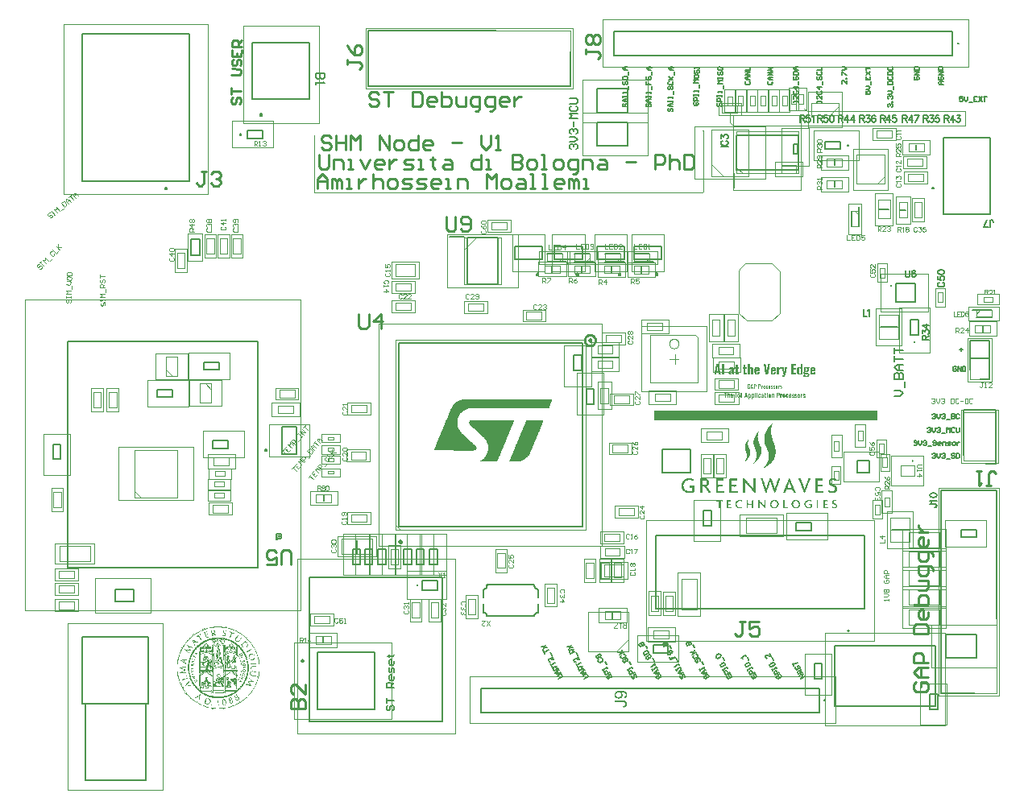
<source format=gto>
%FSTAX23Y23*%
%MOIN*%
%SFA1B1*%

%IPPOS*%
%ADD10C,0.007874*%
%ADD11C,0.009843*%
%ADD12C,0.005905*%
%ADD13C,0.009843*%
%ADD14C,0.003937*%
%ADD15C,0.005118*%
%ADD16C,0.007874*%
%ADD17C,0.007087*%
%ADD18C,0.000000*%
%ADD19C,0.001969*%
%LNshm_pcb-1*%
%LPD*%
G36*
X02989Y01508D02*
D01*
X0299*
Y01499*
X0299*
Y01499*
X02994*
Y01494*
Y01493*
X0299*
Y01493*
X0299*
Y01483*
Y01476*
X0299*
Y01475*
X0299*
Y01475*
X02991*
Y01474*
X02991*
X02992*
Y01474*
X02994*
Y01474*
X02994*
Y01474*
X02995*
Y01468*
X02994*
Y01467*
X02993*
X02987*
X02985*
Y01468*
X02985*
Y01468*
X02984*
X02984*
Y01468*
Y01469*
X02983*
X02983*
Y01469*
X02983*
Y0147*
X02982*
Y0147*
X02982*
Y01471*
X02981*
Y01472*
Y01472*
X02981*
Y01475*
X02981*
Y0149*
X02981*
Y01491*
X02981*
Y01492*
X02981*
Y01493*
X02981*
Y01493*
X02978*
Y01494*
Y01494*
Y01498*
Y01498*
Y01499*
X02981*
Y01499*
Y015*
X02981*
Y01501*
X02981*
Y01506*
X02981*
Y01507*
X02981*
Y01508*
X02981*
Y01508*
X02981*
Y01509*
X02982*
Y01508*
X02987*
Y01509*
X02987*
Y01508*
X02988*
Y01509*
X02989*
Y01508*
G37*
G36*
X02957D02*
D01*
X02957*
Y01507*
X02957*
Y01507*
X02957*
Y01501*
X02957*
Y015*
X02957*
Y01499*
X02957*
Y01499*
X02961*
X02961*
Y01494*
X02961*
Y01493*
X02957*
Y01493*
X02957*
Y01492*
X02957*
Y01492*
X02957*
Y01476*
X02957*
Y01475*
Y01475*
X02958*
Y01474*
X02959*
Y01474*
X02961*
Y01474*
X02962*
Y01474*
X02962*
Y01472*
Y01471*
Y01468*
X02962*
Y01467*
X0296*
X02954*
X02953*
Y01468*
X02952*
Y01468*
X02951*
X02951*
Y01468*
X02951*
Y01469*
X0295*
X0295*
Y01469*
Y0147*
X0295*
Y0147*
X02949*
Y0147*
X02949*
Y01471*
X02948*
Y01472*
Y01473*
X02948*
Y01493*
Y01493*
X02945*
Y01494*
X02945*
Y01499*
X02945*
X02948*
Y01499*
Y01508*
X02948*
Y01509*
X02949*
Y01508*
X02954*
Y01509*
X02954*
Y01508*
X02956*
Y01509*
X02957*
Y01508*
G37*
G36*
X03253Y015D02*
X03254D01*
Y015*
Y01499*
X03254*
Y01499*
X03255*
Y01498*
Y01498*
X03255*
Y01496*
X03255*
X03254*
Y01496*
Y01496*
X03253*
X03252*
Y01495*
X03252*
Y01495*
X03251*
X03251*
Y01493*
X03251*
Y01493*
Y01492*
X03251*
Y0149*
X03252*
Y01486*
X03251*
Y01485*
X03251*
Y01484*
Y01483*
X03251*
Y01483*
X0325*
Y01482*
X0325*
Y01481*
X0325*
Y01481*
Y01481*
X03249*
Y0148*
X03249*
Y0148*
X03248*
Y01479*
X03248*
X03248*
Y01479*
X03247*
X03247*
Y01479*
X03246*
Y01478*
X03245*
X03244*
Y01478*
X03242*
Y01477*
X0324*
Y01478*
X03238*
Y01478*
X03237*
X03235*
Y01478*
X03235*
Y01477*
Y01477*
X03235*
Y01476*
X03235*
Y01475*
X03235*
Y01475*
X03236*
X03236*
Y01475*
X03237*
Y01474*
X0324*
X03241*
Y01474*
X03244*
X03246*
Y01474*
X03248*
Y01473*
X03249*
X0325*
Y01473*
X0325*
Y01472*
X0325*
X03251*
Y01472*
Y01472*
X03252*
Y01471*
X03252*
Y0147*
X03253*
Y0147*
X03253*
Y01469*
Y01469*
X03253*
Y01467*
X03254*
Y01465*
X03253*
Y01463*
X03253*
Y01462*
Y01462*
X03253*
Y01461*
X03252*
Y01461*
X03252*
Y0146*
X03251*
Y01459*
X03251*
Y01459*
X0325*
Y01459*
X0325*
X03249*
Y01458*
X03248*
Y01458*
X03248*
X03247*
Y01457*
X03246*
Y01457*
X03244*
X03237*
X03236*
Y01457*
X03235*
Y01458*
X03234*
X03233*
Y01458*
X03233*
Y01459*
X03232*
X03232*
Y01459*
X03231*
Y01459*
X03231*
X03231*
Y0146*
X0323*
Y01461*
X0323*
Y01461*
Y01461*
X03229*
Y01463*
X03229*
Y01464*
X03229*
Y01465*
X0323*
Y01465*
Y01466*
X03231*
Y01466*
Y01467*
X03231*
Y01467*
X03231*
Y01468*
X03232*
Y01468*
X03232*
X03233*
Y01468*
X03233*
Y01469*
Y0147*
X03233*
Y0147*
X03232*
X03232*
Y0147*
X03231*
Y01471*
X03231*
X03231*
Y01471*
Y01472*
X0323*
Y01472*
X0323*
Y01473*
Y01475*
Y01476*
X0323*
Y01477*
X03231*
Y01477*
X03231*
Y01478*
X03231*
Y01478*
Y01479*
X03232*
Y01479*
X03232*
Y01479*
X03233*
X03233*
Y01481*
X03233*
Y01481*
X03232*
Y01481*
X03232*
Y01482*
Y01482*
X03231*
Y01483*
Y01483*
X03231*
Y01484*
X03231*
Y01485*
Y01487*
X0323*
Y0149*
X03231*
Y01492*
Y01493*
X03231*
Y01494*
X03231*
Y01494*
X03232*
Y01495*
Y01496*
X03232*
X03233*
Y01496*
Y01496*
X03233*
X03233*
Y01497*
Y01497*
X03234*
Y01498*
X03235*
Y01498*
X03235*
X03236*
Y01498*
X03237*
Y01499*
X03237*
X03239*
Y01499*
X03244*
Y01499*
X03244*
X03246*
Y01498*
X03246*
Y01498*
X03247*
X03247*
Y01498*
X03248*
Y01497*
X03248*
X03249*
X0325*
Y01498*
Y01498*
X0325*
Y01498*
X0325*
Y01499*
X03251*
Y01499*
Y015*
X03251*
X03252*
Y015*
X03252*
X03253*
Y015*
X03253*
Y015*
G37*
G36*
X03225Y01471D02*
Y01471D01*
Y01468*
X03225*
Y01468*
X03217*
Y01468*
Y0147*
X03216*
Y0147*
X03216*
Y0147*
X03216*
X03215*
Y01469*
X03215*
Y01469*
X03214*
Y01468*
X03214*
Y01468*
X03213*
X03213*
Y01468*
X03212*
Y01467*
X03208*
Y01468*
X03207*
Y01468*
X03207*
X03207*
Y01468*
X03206*
Y01469*
X03206*
Y01469*
X03205*
Y0147*
Y0147*
X03205*
X03204*
Y01471*
Y01472*
X03204*
Y01472*
X03203*
Y01473*
Y01493*
Y01494*
X03204*
Y01494*
X03204*
Y01496*
X03205*
Y01496*
X03205*
Y01497*
X03205*
Y01497*
X03206*
Y01498*
Y01498*
X03207*
Y01498*
X03207*
Y01499*
X03208*
X03209*
Y01499*
X03212*
Y01499*
X03212*
X03214*
Y01498*
X03214*
Y01498*
X03214*
X03215*
Y01498*
Y01497*
X03216*
X03216*
X03217*
Y01511*
X03225*
Y01471*
G37*
G36*
X03136Y01499D02*
X03137D01*
Y01491*
X03137*
X03137*
Y01491*
X03136*
Y01491*
X03135*
X03133*
X03133*
Y01491*
X03132*
Y0149*
X03131*
Y0149*
X03131*
Y0149*
X0313*
Y01489*
X03129*
Y01489*
Y01488*
X03129*
Y01488*
Y01488*
X03128*
Y0147*
X03129*
Y01469*
X03128*
Y01468*
X0312*
Y01468*
Y01499*
X03128*
Y01498*
X03129*
Y01498*
X03128*
Y01494*
X03129*
X03129*
X0313*
Y01495*
Y01496*
X0313*
X03131*
Y01496*
X03131*
Y01497*
Y01497*
X03131*
X03132*
Y01498*
Y01498*
X03132*
X03133*
Y01498*
Y01499*
X03133*
X03134*
Y01499*
X03136*
Y01499*
G37*
G36*
X03199Y01505D02*
D01*
Y01505*
X0319*
X03189*
Y01494*
X0319*
Y01494*
X03196*
X03197*
Y01493*
Y01492*
Y0149*
Y01489*
Y01488*
Y01488*
X03192*
Y01487*
X03191*
Y01488*
X0319*
Y01487*
Y01487*
X03189*
Y01474*
X0319*
X03199*
Y01474*
Y01473*
X032*
Y01472*
X03199*
Y01471*
X032*
Y01468*
X03199*
Y01468*
X0318*
Y01468*
Y01511*
X03199*
Y01505*
G37*
G36*
X0327Y01499D02*
X03272D01*
X03273*
Y01498*
X03274*
Y01498*
X03274*
Y01498*
Y01497*
X03275*
Y01497*
X03276*
Y01496*
X03276*
Y01496*
X03277*
Y01495*
X03277*
Y01494*
X03277*
Y01493*
X03278*
Y01492*
X03278*
Y01491*
X03279*
Y0149*
Y01483*
X03277*
Y01483*
X03276*
Y01483*
X03268*
Y01483*
X03267*
Y01483*
X03266*
Y01483*
X03266*
Y01475*
X03266*
Y01474*
X03266*
Y01474*
Y01474*
X03267*
Y01473*
X03268*
X03269*
X03269*
Y01474*
X0327*
Y01474*
X0327*
Y01474*
X0327*
Y01475*
X03271*
Y01479*
X03279*
Y01475*
Y01474*
X03278*
Y01474*
Y01473*
X03277*
Y01472*
Y01472*
X03277*
Y01471*
X03277*
Y01471*
Y0147*
X03276*
Y0147*
X03276*
Y0147*
X03275*
X03275*
Y01469*
Y01469*
X03274*
X03274*
Y01468*
X03274*
Y01468*
X03273*
X03272*
Y01468*
X03271*
Y01467*
X03265*
Y01468*
X03264*
Y01468*
X03263*
X03262*
Y01468*
X03262*
Y01469*
X03262*
X03261*
Y01469*
X03261*
Y0147*
X03261*
Y0147*
X0326*
X0326*
Y0147*
Y01471*
X03259*
X03259*
Y01471*
Y01472*
X03259*
Y01472*
X03258*
Y01473*
Y01474*
X03258*
Y01474*
X03257*
Y01477*
Y0149*
Y01492*
X03258*
Y01493*
X03258*
Y01494*
Y01494*
X03259*
X03259*
Y01495*
Y01496*
X03259*
X0326*
Y01496*
Y01496*
X0326*
X03261*
Y01497*
X03261*
Y01497*
X03261*
Y01498*
X03262*
Y01498*
X03262*
X03263*
Y01498*
X03263*
Y01499*
X03265*
X03266*
Y01499*
X0327*
Y01499*
G37*
G36*
X03107D02*
X03108D01*
X0311*
Y01498*
X0311*
Y01498*
X03111*
X03111*
Y01498*
Y01497*
X03112*
X03112*
Y01497*
Y01496*
X03112*
X03113*
Y01496*
Y01496*
X03113*
X03114*
Y01495*
Y01494*
X03114*
X03114*
Y01493*
Y01492*
X03115*
Y0149*
X03115*
Y0149*
Y01483*
X03115*
Y01483*
X03104*
Y01483*
X03103*
Y01483*
X03103*
Y01483*
X03103*
Y01475*
Y01474*
X03103*
Y01474*
X03103*
Y01474*
Y01473*
X03104*
X03105*
X03106*
Y01474*
Y01474*
X03107*
X03107*
Y01474*
Y01475*
X03107*
Y01479*
X03115*
Y01479*
X03115*
Y01475*
X03115*
Y01474*
X03114*
Y01473*
Y01472*
X03114*
Y01472*
X03114*
Y01471*
X03113*
Y0147*
X03113*
Y0147*
X03112*
Y0147*
X03112*
Y01469*
X03111*
Y01469*
X03111*
Y01468*
Y01468*
X03109*
Y01468*
X03108*
Y01467*
X03102*
Y01468*
X03101*
Y01468*
X031*
X03099*
Y01468*
Y01469*
X03098*
Y01469*
X03098*
Y0147*
X03097*
Y0147*
X03097*
Y0147*
X03096*
Y01471*
X03096*
Y01471*
X03096*
Y01472*
X03095*
Y01472*
Y01473*
X03095*
Y01474*
Y01474*
X03094*
Y01476*
X03094*
Y0149*
X03094*
Y01492*
X03095*
Y01493*
Y01494*
X03095*
Y01494*
X03096*
Y01495*
X03096*
Y01496*
X03096*
Y01496*
X03097*
Y01496*
X03097*
Y01497*
X03098*
Y01497*
X03098*
X03098*
Y01498*
X03099*
Y01498*
X03099*
X031*
Y01498*
X031*
Y01499*
X03101*
X03103*
Y01499*
X03107*
Y01499*
G37*
G36*
X03083Y01511D02*
X03091D01*
Y0151*
X0309*
X0309*
Y01508*
Y01507*
X0309*
Y01505*
Y01504*
X03089*
Y01503*
X03089*
Y01502*
Y015*
X03088*
Y01499*
X03088*
Y01497*
Y01496*
X03088*
Y01494*
X03087*
Y01493*
Y01491*
X03087*
Y0149*
X03087*
Y01488*
Y01487*
X03086*
Y01486*
X03086*
Y01485*
Y01483*
X03085*
Y01482*
Y0148*
X03085*
Y01479*
X03085*
Y01478*
Y01476*
X03084*
Y01474*
X03084*
Y01473*
Y01471*
X03083*
Y0147*
X03083*
Y01469*
Y01468*
X03083*
Y01468*
X03073*
Y01468*
X03073*
Y01469*
Y0147*
X03072*
Y01471*
X03072*
Y01473*
Y01474*
X03072*
Y01476*
X03071*
Y01477*
Y01478*
X03071*
Y0148*
X0307*
Y01482*
Y01483*
X0307*
Y01485*
Y01486*
X0307*
Y01487*
X03069*
Y01489*
Y0149*
X03069*
Y01491*
X03068*
Y01493*
Y01494*
X03068*
Y01496*
X03068*
Y01497*
Y01498*
X03067*
Y015*
X03067*
Y01502*
Y01503*
X03066*
Y01505*
X03066*
Y01506*
Y01507*
X03066*
Y01509*
X03065*
Y0151*
X03065*
Y01511*
X03065*
Y01511*
X03073*
Y01511*
Y0151*
X03073*
Y01509*
X03074*
Y01507*
Y01505*
X03074*
Y01504*
X03074*
Y01502*
Y01501*
X03075*
Y015*
X03075*
Y01497*
Y01496*
X03075*
Y01494*
Y01493*
X03076*
Y01491*
X03076*
Y01489*
Y01488*
X03077*
Y01486*
X03077*
Y01483*
Y01483*
X03077*
X03078*
X03078*
Y01483*
X03079*
Y01484*
Y01488*
X03079*
Y01489*
X03079*
Y0149*
Y01493*
X0308*
Y01494*
X0308*
Y01496*
Y01498*
X03081*
Y01499*
Y01501*
X03081*
Y01503*
X03081*
Y01504*
Y01507*
X03082*
Y01508*
X03082*
Y01509*
Y01511*
X03083*
Y01511*
X03083*
Y01512*
X03083*
Y01511*
G37*
G36*
X03162Y01498D02*
X03161D01*
Y01496*
X03161*
Y01496*
Y01494*
X03161*
Y01493*
Y01492*
X0316*
Y0149*
X0316*
Y0149*
Y01489*
X03159*
Y01487*
X03159*
Y01487*
Y01485*
X03159*
Y01484*
X03158*
Y01483*
Y01481*
X03158*
Y01481*
X03157*
Y01479*
Y01478*
X03157*
Y01477*
X03157*
Y01476*
Y01475*
X03156*
Y01474*
Y01473*
X03156*
Y01472*
X03155*
Y0147*
Y0147*
X03155*
Y01468*
X03155*
Y01467*
Y01466*
X03154*
Y01465*
X03154*
Y01464*
Y01464*
X03153*
Y01463*
X03153*
Y01463*
Y01462*
X03153*
Y01462*
X03152*
Y01461*
X03152*
X03151*
Y01461*
Y01461*
X03151*
X03151*
Y0146*
X0315*
Y0146*
X0315*
X03149*
Y01459*
X03149*
X03148*
Y01459*
X03146*
Y01459*
X03142*
Y01459*
X03142*
Y01464*
X03144*
X03145*
Y01465*
X03146*
X03146*
Y01465*
Y01466*
X03147*
Y01466*
X03147*
Y01466*
Y01468*
Y0147*
X03147*
Y0147*
X03146*
Y01472*
Y01472*
X03146*
Y01473*
Y01474*
X03146*
Y01475*
X03145*
Y01476*
Y01477*
X03145*
Y01477*
X03144*
Y01479*
Y01479*
X03144*
Y0148*
X03144*
Y01481*
Y01482*
X03143*
Y01483*
X03143*
Y01484*
Y01485*
X03142*
Y01486*
X03142*
Y01487*
Y01488*
X03142*
Y01488*
X03141*
Y0149*
Y0149*
X03141*
Y01491*
Y01492*
Y01492*
X0314*
Y01493*
X0314*
Y01494*
Y01495*
X0314*
Y01496*
X03139*
Y01497*
Y01498*
X03139*
X03138*
Y01499*
X03146*
Y01498*
X03147*
Y01497*
X03147*
Y01496*
Y01494*
X03148*
Y01493*
X03148*
Y01492*
Y01491*
X03148*
Y0149*
X03149*
Y01488*
Y01488*
X03149*
Y01487*
X0315*
Y01485*
Y01484*
X0315*
Y01482*
X0315*
Y01481*
X03151*
Y01482*
X03151*
Y01482*
X03151*
Y01483*
Y01486*
X03152*
Y01488*
X03152*
Y01489*
Y01491*
X03153*
Y01492*
X03153*
Y01494*
Y01496*
X03153*
Y01497*
X03154*
Y01498*
Y01499*
X03162*
Y01498*
G37*
G36*
X02893Y01511D02*
X02901D01*
Y01511*
Y0151*
Y01468*
X02901*
Y01468*
X02892*
Y01469*
X02892*
Y0147*
X02892*
Y01471*
X02892*
Y01472*
X02892*
Y01475*
X02892*
Y01476*
X02892*
Y01506*
X02892*
Y01507*
X02892*
Y0151*
X02892*
Y01511*
X02892*
Y01511*
X02893*
Y01512*
X02893*
Y01511*
G37*
G36*
X02879Y01511D02*
X02879D01*
Y0151*
Y01509*
X02879*
Y01507*
X0288*
Y01506*
Y01505*
X0288*
Y01503*
X02881*
Y01502*
Y01501*
X02881*
Y01499*
X02881*
Y01498*
Y01496*
X02882*
Y01495*
X02882*
Y01494*
Y01492*
X02883*
Y0149*
Y01489*
X02883*
Y01488*
X02883*
Y01487*
Y01485*
X02884*
Y01484*
X02884*
Y01483*
Y01482*
X02885*
Y01479*
X02885*
Y01479*
Y01477*
X02885*
Y01475*
X02886*
Y01474*
Y01473*
X02886*
Y01472*
X02887*
Y0147*
Y01469*
X02887*
Y01468*
X02887*
Y01468*
X02879*
Y01468*
X02878*
Y01468*
Y01471*
X02878*
Y01472*
Y01474*
X02877*
Y01476*
X02877*
Y01477*
X02877*
Y01477*
X0287*
Y01477*
X0287*
Y01475*
X0287*
Y01474*
Y01472*
X02869*
Y0147*
X02869*
Y01469*
Y01468*
X02868*
Y01468*
X0286*
Y01468*
Y01469*
Y0147*
X02861*
Y01471*
X02861*
Y01472*
Y01474*
X02861*
Y01475*
X02862*
Y01477*
Y01477*
X02862*
Y01479*
X02862*
Y01481*
Y01481*
X02863*
Y01484*
Y01485*
X02863*
Y01486*
X02864*
Y01487*
Y01488*
X02864*
Y0149*
X02864*
Y01492*
Y01493*
X02865*
Y01494*
X02865*
Y01496*
Y01497*
X02866*
Y01498*
X02866*
Y015*
Y01501*
X02866*
Y01502*
X02867*
Y01504*
Y01505*
X02867*
Y01507*
X02868*
Y01508*
Y01509*
X02868*
Y01509*
Y01511*
Y01511*
X02879*
Y01511*
G37*
G36*
X03008Y01511D02*
X03008D01*
Y01496*
X03009*
Y01497*
Y01497*
X0301*
Y01498*
X0301*
Y01498*
X03011*
X03011*
Y01498*
Y01499*
X03012*
X03013*
Y01499*
X03014*
Y015*
X03017*
Y01499*
X03018*
Y01499*
X03018*
X03019*
Y01498*
X03019*
Y01498*
X0302*
Y01498*
X0302*
Y01497*
Y01497*
X0302*
Y01496*
X03021*
Y01496*
Y01495*
X03021*
Y01494*
X03022*
Y01468*
X03021*
Y01468*
X03021*
Y01467*
X03013*
Y01468*
X03013*
Y01468*
Y01492*
X03012*
Y01492*
X03012*
Y01493*
X03011*
Y01493*
X03011*
Y01493*
X0301*
X03009*
Y01492*
X03009*
Y01492*
X03008*
Y01478*
Y01477*
Y01468*
X03008*
Y01467*
X03*
Y01468*
X03*
Y01468*
Y01511*
Y01512*
X03008*
Y01511*
G37*
G36*
X02934Y01499D02*
X02935D01*
Y01499*
X02936*
X02937*
Y01498*
X02937*
Y01498*
X02938*
X02938*
Y01498*
X02938*
Y01497*
X02939*
Y01497*
Y01496*
X02939*
X0294*
Y01496*
Y01496*
X0294*
Y01495*
X0294*
Y01495*
Y01494*
X02941*
Y01494*
X02941*
Y01493*
Y01491*
X02942*
Y01476*
X02941*
Y01475*
X02942*
Y0147*
X02942*
Y01468*
Y01468*
X02942*
Y01467*
X02935*
Y01468*
X02934*
Y01469*
X02934*
Y01471*
X02933*
Y01471*
Y01471*
X02933*
X02933*
Y0147*
Y0147*
X02932*
Y01469*
X02932*
Y01469*
X02931*
Y01468*
X02931*
Y01468*
X02931*
X0293*
Y01468*
X0293*
Y01467*
X02929*
X02926*
X02925*
Y01468*
X02924*
Y01468*
X02924*
X02923*
Y01468*
Y01469*
X02923*
X02922*
Y01469*
Y0147*
X02922*
Y0147*
X02922*
Y0147*
X02921*
Y01471*
X02921*
Y01472*
Y01472*
X0292*
Y01477*
X02921*
Y01478*
Y01479*
X02921*
Y01479*
X02922*
Y0148*
X02922*
Y01481*
X02922*
Y01481*
X02923*
Y01481*
X02923*
Y01482*
X02924*
Y01482*
Y01483*
X02924*
X02924*
Y01483*
X02925*
Y01483*
X02925*
X02925*
Y01484*
X02926*
Y01484*
X02927*
Y01485*
X02927*
X02928*
Y01485*
X02929*
Y01485*
X02929*
X0293*
Y01486*
X02931*
Y01486*
X02931*
X02932*
Y01487*
X02933*
Y01487*
X02933*
X02933*
Y01491*
X02933*
Y01492*
X02933*
Y01492*
Y01493*
X02932*
X02931*
X0293*
Y01492*
Y01492*
X0293*
X02929*
Y01491*
Y01489*
X02929*
Y01488*
X02929*
Y01488*
X02927*
Y01488*
X02922*
X02921*
Y01491*
X02922*
Y01492*
Y01493*
X02922*
Y01494*
X02922*
Y01494*
X02923*
Y01495*
X02923*
Y01496*
X02924*
Y01496*
X02924*
Y01497*
X02924*
Y01497*
X02925*
Y01498*
Y01498*
X02926*
X02926*
Y01498*
X02927*
Y01499*
X02927*
X02929*
Y01499*
X0293*
Y015*
X02934*
Y01499*
G37*
G36*
X03039D02*
X0304D01*
Y01499*
X03041*
X03042*
Y01498*
X03043*
Y01498*
X03043*
X03044*
Y01498*
Y01497*
X03044*
Y01497*
X03045*
Y01496*
X03045*
Y01496*
X03046*
Y01496*
Y01495*
X03046*
X03046*
Y01494*
Y01494*
X03047*
Y01492*
X03047*
Y01491*
Y01483*
Y01483*
X03035*
X03035*
Y01475*
X03035*
Y01474*
X03035*
Y01474*
X03036*
Y01474*
X03036*
Y01473*
X03038*
Y01474*
X03038*
Y01474*
X03039*
Y01474*
X03039*
Y01475*
Y01479*
X0304*
X03047*
Y01474*
Y01474*
X03047*
Y01473*
X03046*
Y01472*
Y01472*
X03046*
Y01471*
X03046*
Y0147*
Y0147*
X03045*
X03045*
Y0147*
X03044*
Y01469*
X03044*
Y01469*
X03044*
X03043*
Y01468*
X03043*
Y01468*
X03042*
X03042*
Y01468*
X03041*
Y01467*
X03039*
X03035*
X03033*
Y01468*
X03033*
Y01468*
X03032*
X03031*
Y01468*
X03031*
Y01469*
X0303*
X0303*
Y01469*
X03029*
Y0147*
X03029*
Y0147*
X03029*
X03028*
Y0147*
Y01471*
X03028*
Y01471*
X03027*
Y01472*
Y01472*
X03027*
X03027*
Y01474*
Y01474*
X03026*
Y01475*
X03026*
Y01491*
X03026*
Y01492*
X03027*
Y01493*
Y01494*
X03027*
Y01494*
X03027*
Y01495*
Y01495*
X03028*
Y01496*
X03028*
Y01496*
X03029*
X03029*
Y01497*
X03029*
Y01497*
X0303*
Y01498*
X0303*
Y01498*
X03031*
X03031*
Y01498*
X03032*
Y01499*
X03033*
X03034*
Y01499*
X03035*
Y015*
X03039*
Y01499*
G37*
G36*
X03049Y01427D02*
X0305D01*
Y01427*
X03051*
X03051*
Y01427*
Y01426*
X03052*
X03052*
Y01425*
X03053*
Y01425*
X03053*
Y0142*
X03053*
Y0142*
X03052*
Y0142*
Y01419*
X03051*
Y01418*
X03051*
X03051*
Y01418*
X0305*
Y01418*
X03046*
Y01417*
X03046*
Y01416*
X03046*
Y01412*
X03046*
Y01411*
X03046*
Y0141*
X03046*
Y0141*
X03046*
Y01409*
Y0141*
X03044*
Y01409*
X03043*
Y0141*
X03043*
Y01413*
Y01414*
Y01427*
X03043*
Y01428*
X03044*
Y01427*
X03044*
Y01428*
X03045*
Y01427*
X03046*
Y01428*
X03047*
Y01427*
X03048*
Y01428*
X03049*
Y01427*
G37*
G36*
X03031D02*
X03032D01*
Y01427*
X03033*
Y01427*
X03033*
Y01426*
X03034*
Y01425*
X03034*
Y01425*
Y01424*
X03035*
Y0142*
X03034*
Y0142*
Y0142*
X03034*
Y01419*
X03033*
X03033*
Y01418*
X03033*
X03032*
Y01418*
X03031*
Y01418*
X03028*
X03028*
Y01417*
X03027*
Y0141*
X03025*
Y01409*
X03024*
Y0141*
Y01427*
Y01428*
X03025*
Y01427*
X03026*
Y01428*
X03027*
Y01427*
X03029*
Y01428*
X03029*
Y01427*
X0303*
Y01428*
X03031*
Y01427*
G37*
G36*
X03018D02*
D01*
Y01427*
X03018*
Y01427*
X03019*
Y01425*
Y01424*
X03019*
Y01422*
Y0142*
X0302*
Y01419*
X0302*
Y01418*
Y01416*
X0302*
Y01415*
X03021*
Y01414*
Y01412*
X03021*
Y01411*
X03022*
Y0141*
Y0141*
Y01409*
X03021*
Y0141*
X03018*
Y0141*
X03018*
Y01412*
Y01413*
X03018*
X03015*
Y01413*
X03014*
Y01412*
Y0141*
X03014*
Y01409*
X03013*
Y0141*
X03012*
Y01409*
X03011*
Y0141*
X03011*
Y01411*
X03011*
Y01412*
Y01413*
X03012*
Y01415*
X03012*
Y01416*
Y01418*
X03012*
Y0142*
X03013*
Y0142*
Y01422*
X03013*
Y01424*
X03014*
Y01424*
Y01427*
X03014*
Y01427*
X03015*
Y01428*
X03016*
Y01427*
X03016*
Y01428*
X03017*
Y01427*
X03017*
Y01428*
X03018*
Y01427*
G37*
G36*
X03005Y01428D02*
X03005D01*
Y01427*
X03006*
Y01427*
X03007*
Y01427*
X03007*
Y01426*
X03008*
Y01426*
Y01425*
X03008*
Y01425*
X03009*
Y01424*
Y01422*
Y01422*
X03008*
Y01422*
X03007*
Y01422*
X03007*
Y01422*
X03005*
Y01422*
X03005*
Y01425*
X03005*
Y01425*
Y01425*
X03004*
X03003*
X03003*
Y01425*
Y01425*
X03002*
X03002*
Y01412*
X03002*
X03003*
Y01412*
X03003*
X03004*
X03005*
Y01412*
X03005*
Y01412*
X03005*
Y01413*
Y01416*
Y01417*
X03005*
X03004*
Y01418*
X03004*
Y01419*
X03009*
Y01418*
Y0141*
X03008*
Y01409*
X03007*
Y0141*
X03007*
Y0141*
X03006*
Y01411*
X03005*
Y0141*
X03005*
X03005*
Y0141*
Y01409*
X03004*
X03002*
X03001*
Y0141*
X03001*
Y0141*
X03*
X03*
Y01411*
X03*
Y01411*
X02999*
Y01412*
Y01412*
X02999*
Y01413*
X02998*
Y01424*
X02999*
Y01425*
X02999*
Y01425*
Y01426*
X03*
Y01426*
Y01427*
X03*
Y01427*
X03001*
X03001*
Y01427*
X03002*
Y01428*
X03002*
X03005*
G37*
G36*
X03131Y01422D02*
X03132D01*
X03131*
Y01421*
X03132*
Y0142*
X03131*
Y0142*
X03131*
Y0142*
X0313*
Y01419*
X03129*
Y01419*
X03129*
Y01418*
X03128*
Y0141*
Y0141*
X03128*
Y01409*
X03127*
Y0141*
X03126*
Y01409*
X03126*
Y0141*
X03125*
Y01412*
Y01413*
Y01423*
X03128*
Y01422*
Y01422*
Y01421*
X03129*
X0313*
Y01422*
X0313*
Y01422*
X03131*
Y01423*
X03131*
Y01422*
G37*
G36*
X03061Y0142D02*
X0306D01*
Y0142*
X0306*
X03059*
Y01419*
X03059*
Y01419*
X03059*
Y01418*
X03058*
Y01418*
Y01412*
Y0141*
Y0141*
X03058*
Y01409*
X03057*
Y0141*
X03055*
Y0141*
Y01411*
Y01422*
Y01422*
Y01423*
X03058*
Y01422*
Y01422*
Y01421*
X03059*
X0306*
Y01422*
X0306*
Y01422*
Y01423*
X03061*
Y0142*
G37*
G36*
X03138Y01422D02*
X03139D01*
Y01422*
X03139*
X0314*
Y01421*
X0314*
Y0142*
X03141*
Y0142*
X0314*
Y01419*
Y01419*
X03139*
Y01419*
X03138*
Y0142*
Y0142*
X03138*
Y0142*
X03138*
X03137*
X03136*
Y0142*
Y01419*
X03137*
Y01418*
X03137*
Y01418*
X03137*
Y01418*
X03138*
Y01417*
X03138*
Y01417*
X03138*
X03139*
Y01416*
X03139*
X0314*
Y01416*
X0314*
Y01415*
Y01415*
X0314*
Y01414*
X03141*
Y01414*
X03141*
Y01412*
X03141*
Y01411*
X0314*
Y01411*
X0314*
Y0141*
X0314*
Y0141*
X03139*
Y01409*
X03138*
X03137*
X03136*
Y0141*
X03135*
Y0141*
X03135*
X03134*
Y01411*
X03134*
Y01411*
X03133*
Y01412*
Y01412*
X03134*
Y01413*
X03135*
Y01413*
X03135*
Y01413*
X03136*
Y01412*
Y01412*
X03136*
Y01412*
X03137*
Y01411*
X03138*
Y01412*
X03138*
Y01412*
X03138*
Y01413*
X03138*
Y01413*
X03138*
Y01414*
X03137*
X03137*
Y01414*
Y01414*
X03137*
X03136*
Y01415*
Y01415*
X03136*
Y01416*
X03135*
Y01416*
X03135*
X03135*
Y01416*
X03134*
Y01417*
Y01418*
X03134*
X03133*
Y01421*
X03134*
Y01421*
X03134*
Y01422*
X03135*
Y01422*
X03135*
X03136*
Y01422*
X03136*
Y01423*
X03138*
Y01422*
G37*
G36*
X03109D02*
X0311D01*
Y01422*
X03111*
X03111*
Y01422*
X03111*
Y01421*
Y01421*
X03112*
Y0142*
X03112*
Y0142*
X03112*
Y01419*
X03111*
Y01419*
X03111*
X0311*
Y01419*
Y0142*
X0311*
Y0142*
X03109*
Y0142*
X03109*
Y01421*
Y0142*
X03108*
Y0142*
X03107*
Y01419*
X03108*
Y01418*
X03108*
X03109*
Y01418*
Y01418*
X03109*
X03109*
Y01417*
Y01417*
X0311*
X0311*
Y01416*
Y01416*
X03111*
Y01416*
X03111*
Y01415*
X03111*
Y01415*
X03112*
Y01414*
X03112*
Y01414*
Y01413*
X03112*
Y01412*
X03112*
Y01412*
Y01411*
X03111*
Y01411*
Y0141*
X03111*
X03111*
Y0141*
X0311*
Y01409*
X03109*
X03108*
X03107*
Y0141*
X03106*
Y0141*
X03106*
X03105*
Y01411*
Y01411*
X03105*
Y01411*
X03105*
Y01412*
X03104*
Y01412*
X03105*
X03105*
Y01413*
Y01413*
X03107*
Y01413*
X03107*
Y01412*
Y01412*
X03108*
Y01411*
X03109*
Y01412*
X03109*
Y01413*
X03109*
Y01414*
X03109*
Y01414*
X03108*
Y01414*
X03108*
Y01415*
X03107*
Y01415*
X03107*
X03107*
Y01416*
X03106*
Y01416*
X03106*
Y01416*
X03105*
Y01417*
Y01417*
X03105*
Y01418*
Y01418*
X03105*
Y0142*
X03105*
Y01421*
Y01421*
X03105*
Y01422*
Y01422*
X03106*
X03107*
Y01422*
X03107*
Y01423*
X03109*
Y01422*
G37*
G36*
X031D02*
X031D01*
Y01422*
X03101*
X03101*
Y01422*
X03102*
Y01421*
Y01421*
X03102*
Y0142*
X03103*
Y0142*
Y0142*
X03102*
Y01419*
X03101*
Y01419*
X03101*
X031*
Y0142*
Y0142*
X031*
Y0142*
X031*
Y01421*
X03099*
Y0142*
X03098*
Y0142*
X03098*
Y01419*
X03098*
Y01418*
X03099*
X03099*
Y01418*
Y01418*
X031*
X031*
Y01417*
Y01417*
X031*
Y01416*
X03101*
Y01416*
X03101*
Y01416*
X03101*
Y01415*
X03102*
Y01415*
X03102*
Y01414*
X03103*
Y01414*
Y01414*
X03103*
Y01412*
X03103*
Y01411*
Y01411*
X03102*
Y01411*
X03102*
Y0141*
X03101*
X03101*
Y0141*
X03101*
Y01409*
X031*
X03098*
X03098*
Y0141*
X03097*
Y0141*
X03096*
X03096*
Y01411*
Y01411*
X03096*
X03095*
Y01412*
X03095*
Y01412*
X03095*
X03096*
Y01413*
Y01413*
X03097*
Y01412*
X03098*
Y01412*
Y01412*
X03098*
X03098*
Y01411*
X031*
Y01412*
X031*
Y01413*
X031*
Y01414*
X03099*
Y01414*
X03099*
Y01414*
X03098*
Y01415*
X03098*
Y01415*
X03098*
Y01416*
X03097*
Y01416*
X03096*
Y01416*
X03096*
Y01417*
X03096*
Y01418*
X03095*
Y01418*
Y0142*
Y01421*
X03096*
Y01421*
X03096*
Y01422*
Y01422*
X03097*
X03097*
Y01422*
X03098*
Y01423*
X031*
Y01422*
G37*
G36*
X0308D02*
X0308D01*
Y01422*
X03081*
X03081*
Y01422*
X03082*
Y01421*
X03082*
Y0142*
Y01419*
X03083*
Y01418*
X03082*
Y01418*
X0308*
Y01418*
X03079*
Y0142*
Y0142*
X03079*
X03078*
X03077*
Y0142*
X03077*
Y01412*
X03077*
Y01412*
X03078*
Y01411*
X03079*
Y01412*
X03079*
X03079*
Y01412*
Y01414*
X0308*
X0308*
X03082*
Y01414*
X03083*
Y01412*
X03082*
Y01412*
Y01411*
X03082*
X03081*
Y01411*
Y0141*
X03081*
X03081*
Y0141*
X0308*
Y01409*
X03079*
X03077*
X03077*
Y0141*
X03076*
Y0141*
X03075*
X03075*
Y01411*
X03075*
Y01412*
X03074*
Y01412*
Y01419*
Y0142*
X03075*
Y01421*
X03075*
Y01422*
X03075*
Y01422*
X03076*
X03076*
Y01422*
X03077*
Y01423*
X0308*
Y01422*
G37*
G36*
X0312D02*
X0312D01*
Y01422*
X03121*
X03122*
Y01422*
Y01421*
X03122*
X03122*
Y0142*
Y0142*
X03123*
Y01412*
X03122*
Y01412*
Y01411*
X03122*
X03122*
Y01411*
Y0141*
X03121*
X03121*
Y0141*
X0312*
Y01409*
X03119*
X03118*
X03117*
Y0141*
X03116*
Y0141*
X03116*
X03115*
Y01411*
Y01411*
X03115*
X03114*
Y01412*
Y01413*
X03114*
Y01414*
X03114*
Y01416*
Y01416*
X03114*
Y01417*
X03114*
X03114*
Y01418*
X03114*
Y01418*
X03114*
Y01419*
X03114*
Y0142*
Y01421*
X03115*
Y01421*
X03115*
Y01422*
Y01422*
X03116*
X03116*
Y01422*
X03117*
Y01423*
X0312*
Y01422*
G37*
G36*
X0309D02*
X0309D01*
Y01422*
X03091*
X03092*
Y01422*
X03092*
Y01421*
X03092*
Y0142*
Y01419*
X03093*
Y01416*
X03092*
X03088*
Y01416*
X03088*
Y01412*
X03088*
Y01412*
Y01411*
X03089*
Y01412*
X0309*
Y01413*
X0309*
Y01414*
X03092*
Y01413*
X03093*
Y01412*
X03092*
Y01411*
Y01411*
X03092*
Y01411*
X03092*
Y0141*
X03091*
Y0141*
X0309*
Y01409*
X0309*
X03088*
X03087*
Y0141*
X03087*
Y0141*
X03086*
Y01411*
Y01411*
X03085*
Y01411*
X03085*
Y01412*
X03085*
Y0142*
X03085*
Y01421*
X03085*
Y01421*
X03086*
Y01422*
Y01422*
X03086*
X03087*
Y01422*
X03087*
Y01423*
X0309*
Y01422*
G37*
G36*
X03069D02*
X0307D01*
Y01422*
X0307*
Y01422*
X03071*
Y01421*
X03071*
Y0142*
X03072*
Y0142*
X03072*
Y01419*
Y01418*
Y01412*
X03072*
Y01411*
X03071*
Y01411*
Y01411*
X03071*
Y0141*
X0307*
X0307*
Y0141*
X03069*
Y01409*
X03069*
X03067*
X03066*
Y0141*
X03065*
Y0141*
X03065*
X03064*
Y01411*
X03064*
Y01411*
X03064*
Y01412*
X03063*
Y0142*
X03064*
Y01421*
X03064*
Y01421*
X03064*
Y01422*
X03065*
Y01422*
X03066*
Y01422*
X03066*
Y01423*
X03069*
Y01422*
G37*
G36*
X02994Y01393D02*
X02994D01*
Y01392*
X02995*
Y0139*
X02995*
Y0139*
Y01388*
X02996*
Y01387*
X02996*
Y01385*
Y01384*
X02996*
Y01383*
X02997*
Y01381*
Y0138*
X02997*
Y01379*
X02998*
Y01377*
Y01376*
X02998*
Y01374*
X02998*
Y01374*
Y01372*
X02994*
Y01372*
X02994*
Y01374*
Y01375*
X02994*
Y01376*
X02993*
X02993*
Y01376*
X02992*
Y01376*
X0299*
X0299*
Y01375*
Y01374*
X0299*
Y01372*
X02989*
Y01372*
Y01372*
X02985*
Y01372*
X02985*
Y01373*
X02985*
Y01374*
X02986*
Y01375*
Y01377*
X02986*
Y01378*
X02987*
Y01379*
Y01381*
X02987*
Y01382*
X02987*
Y01383*
Y01385*
X02988*
Y01386*
X02988*
Y01387*
Y01389*
X02988*
Y0139*
X02989*
Y01391*
Y01393*
X02989*
Y01393*
X0299*
Y01393*
X02991*
Y01393*
X02992*
Y01393*
X02993*
Y01393*
X02994*
Y01393*
G37*
G36*
X02918D02*
X02919D01*
X02919*
Y01387*
X02919*
Y01386*
X02919*
Y01386*
X0292*
Y01386*
X0292*
X0292*
Y01387*
X02921*
Y01387*
X02922*
X02924*
X02924*
Y01387*
X02925*
Y01386*
X02925*
Y01385*
X02925*
Y01385*
X02926*
Y01372*
X02925*
Y01372*
X02922*
Y01372*
Y01377*
Y01378*
Y01384*
X02921*
Y01384*
X0292*
Y01384*
X0292*
X02919*
Y01383*
Y01372*
X02919*
Y01372*
X02915*
Y01372*
Y01393*
X02915*
Y01393*
X02916*
Y01393*
Y01393*
X02918*
Y01393*
G37*
G36*
X02913D02*
D01*
Y0139*
X0291*
Y01389*
Y01372*
X02909*
Y01372*
X02905*
Y01372*
X02905*
Y01373*
X02905*
Y01374*
X02905*
Y01383*
X02905*
Y01389*
X02905*
Y01389*
Y0139*
X02901*
X02901*
Y01393*
X02902*
Y01393*
X02903*
Y01393*
Y01393*
X02912*
Y01393*
X02912*
Y01393*
X02913*
Y01393*
G37*
G36*
X03072Y01391D02*
X03072D01*
X03073*
Y01387*
X03074*
Y01387*
X03075*
Y01384*
X03074*
Y01384*
X03073*
Y01377*
X03072*
Y01376*
X03073*
Y01375*
Y01375*
X03074*
Y01375*
X03075*
Y01374*
Y01374*
Y01372*
Y01372*
X03074*
X03071*
X0307*
Y01372*
X0307*
Y01372*
X0307*
X03069*
Y01373*
Y01373*
X03069*
X03068*
Y01374*
Y01374*
Y01376*
X03068*
Y01377*
X03068*
Y01383*
X03068*
Y01384*
X03068*
X03067*
Y01384*
Y01387*
X03068*
X03068*
Y01387*
X03068*
Y0139*
X03068*
Y01391*
X03068*
X03069*
Y01392*
X03069*
Y01391*
X03071*
Y01392*
X03072*
Y01391*
G37*
G36*
X02974D02*
X02974D01*
Y01388*
Y01388*
Y01387*
X02974*
X02976*
Y01387*
X02976*
Y01384*
X02976*
Y01384*
X02974*
X02974*
Y01375*
X02974*
Y01375*
X02975*
Y01375*
X02976*
Y01374*
X02977*
Y01374*
X02976*
Y01373*
X02977*
Y01372*
X02976*
Y01372*
X02972*
X02972*
Y01372*
X02971*
Y01372*
X02971*
Y01373*
X0297*
Y01373*
Y01374*
X0297*
Y01374*
X0297*
Y01383*
Y01384*
X02969*
X02969*
Y01384*
X02968*
Y01386*
X02968*
Y01386*
X02968*
Y01387*
Y01387*
X02969*
X0297*
Y01387*
Y0139*
Y01391*
Y01391*
X0297*
Y01392*
X02971*
Y01391*
X02972*
Y01392*
X02974*
Y01391*
G37*
G36*
X03081Y01393D02*
X03081D01*
Y01392*
Y01392*
Y01391*
Y0139*
X03077*
Y01393*
X03077*
Y01393*
X03081*
Y01393*
G37*
G36*
X03039D02*
X0304D01*
Y0139*
X03039*
X03035*
Y01391*
Y01393*
X03036*
Y01393*
X03039*
Y01393*
G37*
G36*
X03023Y01387D02*
X03024D01*
Y01387*
X03024*
Y01386*
X03024*
Y01386*
Y01385*
X03025*
Y01385*
X03025*
Y01384*
Y01383*
Y01383*
Y01375*
Y01374*
X03025*
Y01373*
X03024*
Y01373*
Y01372*
X03024*
Y01372*
X03023*
Y01372*
X03023*
X03021*
X0302*
Y01372*
X0302*
Y01372*
X03019*
X03019*
X03018*
Y01371*
Y01368*
X03019*
Y01367*
X03018*
Y01366*
X03018*
Y01366*
X03014*
Y01366*
X03014*
Y01373*
X03014*
Y01374*
X03014*
Y01383*
X03014*
Y01384*
X03014*
Y01387*
X03014*
Y01387*
X03018*
Y01387*
X03018*
Y01386*
X03019*
X03019*
X0302*
Y01387*
X0302*
Y01387*
X03021*
X03023*
G37*
G36*
X03009D02*
X0301D01*
Y01387*
X0301*
Y01386*
X03011*
Y01386*
X03011*
Y01385*
X03011*
Y01385*
Y01384*
X03012*
Y01375*
X03011*
Y01374*
Y01373*
X03011*
Y01373*
X03011*
Y01372*
X0301*
Y01372*
X0301*
Y01372*
X03009*
X03007*
X03007*
Y01372*
X03006*
Y01372*
X03006*
X03005*
Y01372*
X03005*
Y01371*
X03005*
Y01366*
X03005*
Y01366*
X03001*
Y01366*
X03001*
Y01387*
X03005*
Y01386*
X03005*
X03006*
X03006*
Y01387*
X03007*
Y01387*
X03007*
X03009*
G37*
G36*
X03106D02*
X03107D01*
Y01387*
Y01386*
X03107*
X03108*
Y01385*
Y01385*
X03108*
Y01373*
X03109*
Y01372*
X03108*
Y01372*
X03104*
Y01372*
Y01372*
X03104*
Y01373*
X03104*
Y01383*
X03104*
Y01384*
X03103*
X03102*
X03102*
Y01383*
Y01383*
X03101*
Y01383*
X03102*
Y01372*
X03101*
Y01372*
X03098*
Y01372*
Y01372*
X03097*
Y01373*
X03098*
Y01387*
Y01387*
X03101*
Y01387*
X03101*
Y01386*
X03102*
Y01386*
X03103*
Y01386*
X03103*
Y01387*
X03104*
Y01387*
X03104*
X03106*
G37*
G36*
X03225D02*
X03225D01*
Y01387*
Y01386*
Y01385*
Y01384*
Y01383*
X03225*
Y01383*
X03224*
Y01383*
X03223*
X03223*
Y01382*
X03222*
Y01382*
X03222*
Y01381*
Y01372*
X03222*
Y01372*
X03218*
Y01372*
X03217*
Y01387*
X03218*
Y01387*
X03222*
Y01387*
Y01386*
X03222*
Y01385*
X03222*
Y01385*
X03223*
X03223*
Y01386*
X03224*
Y01387*
X03224*
Y01387*
X03225*
G37*
G36*
X03141D02*
D01*
Y01383*
X0314*
Y01383*
X0314*
Y01383*
X03139*
X03138*
Y01382*
Y01382*
X03138*
X03138*
Y01381*
Y01379*
Y01379*
Y01373*
Y01372*
Y01372*
X03133*
Y01372*
Y01373*
Y01378*
Y01379*
Y0138*
Y0138*
Y01381*
Y01383*
Y01384*
Y01384*
Y01385*
Y01386*
Y01387*
Y01387*
X03138*
Y01385*
X03138*
Y01385*
Y01386*
X03139*
Y01386*
X03139*
Y01387*
X0314*
Y01387*
X0314*
X03141*
G37*
G36*
X03233D02*
X03234D01*
Y01387*
X03235*
Y01386*
X03235*
X03235*
Y01386*
X03236*
Y01385*
X03236*
Y01385*
X03237*
Y01384*
X03237*
Y01383*
X03237*
Y01383*
Y01383*
X03236*
X03235*
Y01382*
X03234*
Y01383*
X03234*
Y01383*
X03233*
Y01384*
X03233*
X03233*
Y01384*
X03232*
Y01384*
X03231*
Y01383*
X03231*
Y01383*
X03231*
Y01383*
X03232*
Y01382*
X03232*
X03233*
Y01381*
Y01381*
X03233*
X03233*
Y01381*
Y0138*
X03234*
X03234*
Y0138*
X03235*
Y01379*
X03235*
Y01379*
X03235*
Y01379*
X03236*
Y01378*
X03236*
X03237*
Y01378*
Y01377*
X03237*
Y01377*
Y01374*
Y01374*
X03237*
Y01373*
X03236*
Y01373*
X03236*
Y01372*
X03235*
Y01372*
X03235*
Y01372*
X03233*
X03231*
X0323*
Y01372*
X03229*
Y01372*
X03229*
X03229*
Y01373*
X03228*
Y01373*
X03228*
Y01374*
X03227*
Y01374*
Y01374*
X03227*
Y01375*
X03227*
Y01375*
X03228*
Y01376*
X03229*
X03229*
Y01376*
X0323*
Y01376*
X0323*
Y01375*
X03231*
Y01375*
X03231*
Y01375*
X03231*
Y01374*
X03233*
X03233*
Y01375*
X03233*
Y01375*
X03233*
Y01376*
X03233*
Y01376*
Y01377*
X03232*
X03232*
Y01377*
X03231*
Y01377*
X03231*
Y01378*
X03231*
Y01378*
X0323*
Y01379*
X03229*
Y01379*
X03229*
Y01379*
X03229*
Y0138*
X03228*
Y0138*
Y01381*
X03228*
Y01381*
X03227*
Y01381*
Y01384*
Y01385*
X03228*
Y01385*
X03228*
Y01385*
Y01386*
X03229*
Y01386*
X03229*
X03229*
Y01387*
X0323*
Y01387*
X03231*
X03233*
G37*
G36*
X03199D02*
X032D01*
Y01387*
X032*
Y01386*
X032*
X03201*
Y01386*
X03201*
Y01385*
X03201*
Y01385*
Y01385*
X03202*
Y01384*
Y01384*
Y01383*
X03201*
Y01383*
X03201*
Y01382*
X032*
Y01383*
X03199*
Y01383*
X03199*
Y01384*
X03198*
Y01384*
X03197*
Y01384*
Y01383*
Y01382*
X03197*
Y01382*
X03198*
Y01381*
X03198*
Y01381*
X03198*
Y01381*
X03199*
Y0138*
X032*
Y0138*
X032*
Y01379*
X032*
Y01379*
X03201*
Y01379*
X03201*
X03201*
Y01378*
X03202*
Y01377*
Y01377*
X03202*
Y01377*
X03203*
Y01374*
X03202*
Y01374*
X03202*
Y01373*
X03201*
Y01373*
Y01372*
X03201*
Y01372*
X032*
Y01372*
X03199*
X03196*
X03196*
Y01372*
X03195*
Y01372*
X03194*
X03194*
Y01373*
X03194*
Y01373*
X03193*
Y01374*
X03193*
Y01374*
X03192*
Y01374*
Y01375*
X03193*
Y01375*
X03194*
Y01376*
X03194*
X03194*
Y01376*
X03195*
Y01376*
X03196*
Y01375*
X03196*
Y01375*
X03196*
Y01375*
Y01374*
X03197*
X03197*
Y01374*
X03198*
Y01374*
X03198*
Y01375*
Y01376*
X03198*
Y01376*
X03198*
Y01377*
X03197*
Y01377*
X03197*
Y01377*
X03196*
Y01378*
X03196*
Y01378*
X03196*
Y01379*
X03195*
X03195*
Y01379*
Y01379*
X03194*
X03194*
Y0138*
Y0138*
X03194*
X03193*
Y01381*
Y01381*
X03193*
Y01382*
X03192*
Y01384*
X03193*
Y01385*
X03193*
Y01385*
Y01385*
X03194*
X03194*
Y01386*
Y01386*
X03194*
X03195*
Y01387*
X03196*
Y01387*
X03196*
X03199*
G37*
G36*
X03187D02*
X03188D01*
Y01387*
X03189*
Y01386*
X0319*
Y01386*
Y01385*
X0319*
Y01385*
X0319*
Y01385*
X03191*
Y01384*
X03191*
Y01383*
X03191*
Y01383*
X0319*
Y01383*
X0319*
X03189*
Y01382*
X03188*
Y01383*
Y01383*
X03188*
X03187*
Y01384*
X03187*
Y01384*
X03186*
Y01384*
X03185*
Y01383*
Y01383*
Y01383*
X03186*
Y01382*
X03186*
Y01382*
X03187*
Y01381*
Y01381*
X03187*
Y01381*
X03188*
Y0138*
X03188*
Y0138*
X03188*
Y01379*
X03189*
X03189*
Y01379*
X0319*
Y01379*
X0319*
Y01378*
X0319*
Y01378*
Y01377*
X03191*
X03191*
Y01377*
Y01374*
Y01374*
X03191*
Y01373*
X0319*
Y01373*
X0319*
Y01372*
X0319*
X03189*
Y01372*
X03189*
Y01372*
X03188*
X03185*
X03184*
Y01372*
X03183*
Y01372*
X03183*
Y01373*
X03183*
Y01373*
X03182*
Y01374*
X03182*
X03181*
Y01374*
Y01375*
Y01375*
X03182*
Y01376*
X03183*
X03183*
Y01376*
X03184*
Y01376*
X03185*
Y01375*
X03185*
Y01375*
X03185*
Y01374*
X03187*
X03187*
Y01376*
X03187*
X03187*
Y01376*
Y01377*
X03186*
Y01377*
X03186*
Y01377*
X03185*
Y01378*
X03185*
Y01378*
X03184*
Y01379*
X03184*
Y01379*
X03183*
Y01379*
X03183*
Y0138*
X03183*
Y0138*
X03182*
Y01381*
X03182*
Y01381*
X03181*
Y01382*
Y01384*
Y01385*
X03182*
X03182*
Y01385*
X03183*
Y01386*
X03183*
Y01386*
X03184*
Y01387*
X03184*
Y01387*
X03185*
X03187*
G37*
G36*
X03163D02*
X03164D01*
Y01387*
X03164*
Y01386*
X03165*
X03165*
Y01386*
X03166*
Y01385*
Y01385*
X03166*
Y01385*
Y01383*
X03166*
Y01381*
X03166*
Y01381*
X03162*
Y01381*
Y01383*
X03162*
Y01384*
X03162*
Y01384*
X03161*
Y01384*
X03161*
Y01375*
Y01374*
X03161*
X03162*
X03162*
Y01375*
X03162*
Y01377*
X03163*
Y01378*
X03166*
Y01377*
X03166*
Y01375*
X03166*
Y01374*
Y01374*
X03166*
Y01373*
Y01373*
X03165*
Y01372*
X03165*
X03164*
Y01372*
X03164*
Y01372*
X03163*
X0316*
X03159*
Y01372*
X03158*
Y01372*
X03158*
X03157*
Y01373*
Y01373*
X03157*
X03157*
Y01374*
Y01374*
X03156*
Y01375*
Y01378*
Y01379*
Y01384*
Y01384*
X03157*
Y01385*
Y01385*
X03157*
X03157*
Y01386*
Y01386*
X03158*
X03158*
Y01387*
X03159*
Y01387*
X0316*
X03163*
G37*
G36*
X03049D02*
X0305D01*
Y01387*
X03051*
Y01386*
X03051*
X03051*
Y01386*
Y01385*
X03052*
X03052*
Y01385*
Y01384*
X03053*
Y01381*
X03052*
Y01381*
X03049*
Y01381*
Y01384*
X03048*
X03048*
Y01384*
X03047*
Y01384*
X03047*
X03046*
Y01375*
X03047*
Y01374*
X03047*
X03048*
X03048*
Y01375*
X03049*
Y01377*
Y01378*
X03052*
Y01377*
X03053*
Y01375*
X03052*
Y01374*
Y01374*
Y01373*
X03052*
X03051*
Y01373*
Y01372*
X03051*
X03051*
Y01372*
X0305*
Y01372*
X03049*
X03046*
X03045*
Y01372*
X03044*
Y01372*
X03044*
X03044*
Y01373*
Y01373*
X03043*
X03043*
Y01374*
Y01374*
X03042*
Y01375*
X03042*
Y01383*
X03042*
Y01384*
X03043*
Y01385*
Y01385*
X03043*
Y01385*
X03044*
Y01386*
Y01386*
X03044*
X03044*
Y01387*
X03045*
Y01387*
X03046*
X03049*
G37*
G36*
X03127Y01393D02*
X03128D01*
X03128*
Y01392*
X03129*
Y01392*
X03129*
Y01392*
X0313*
Y01391*
X0313*
Y01391*
X03131*
Y0139*
Y0139*
X03131*
Y01389*
Y01385*
Y01384*
X03131*
Y01384*
Y01383*
X0313*
Y01383*
X0313*
X03129*
Y01382*
X03129*
Y01382*
X03129*
X03128*
Y01381*
X03127*
Y01381*
X03123*
Y01372*
X03123*
Y01372*
X03118*
Y01372*
X03118*
Y01373*
X03118*
Y01374*
X03118*
Y01393*
X03118*
X03119*
Y01393*
X03127*
Y01393*
G37*
G36*
X03081Y01386D02*
D01*
Y01385*
Y01373*
Y01372*
Y01372*
X03077*
Y01372*
X03077*
Y01384*
Y01385*
Y01387*
X03077*
Y01387*
X03081*
Y01386*
G37*
G36*
X03062Y01387D02*
X03062D01*
Y01387*
X03063*
Y01386*
X03064*
X03064*
Y01386*
Y01385*
X03064*
Y01385*
X03065*
Y01385*
Y01384*
X03065*
Y01373*
Y01372*
Y01372*
X03062*
Y01372*
Y01373*
X03061*
Y01373*
X03061*
Y01373*
X0306*
Y01372*
Y01372*
X0306*
Y01372*
X03059*
X03057*
X03057*
Y01372*
X03056*
Y01372*
Y01373*
X03055*
Y01373*
X03055*
Y01374*
Y01374*
X03055*
Y01376*
X03055*
Y01377*
Y01377*
X03055*
Y01378*
X03056*
Y01378*
X03056*
Y01379*
X03057*
Y01379*
X03057*
Y01379*
X03058*
Y0138*
X03059*
Y0138*
X03059*
X0306*
Y01381*
X03061*
Y01381*
X03061*
Y01383*
Y01384*
X03061*
X0306*
Y01383*
X03059*
X03059*
Y01382*
Y01382*
X03059*
X03055*
X03055*
Y01382*
Y01383*
Y01384*
X03055*
Y01385*
X03056*
Y01385*
Y01385*
X03056*
Y01386*
X03057*
Y01386*
X03057*
X03057*
Y01387*
X03058*
Y01387*
X03059*
X03062*
G37*
G36*
X03039Y01387D02*
X0304D01*
Y01372*
X03039*
Y01372*
X03035*
Y01372*
Y01383*
Y01385*
Y01385*
Y01387*
Y01387*
X03039*
Y01387*
G37*
G36*
X03032Y01393D02*
D01*
X03032*
Y01372*
X03032*
Y01372*
X03028*
Y01372*
X03028*
Y01388*
Y01389*
Y01393*
X03028*
Y01393*
X03032*
Y01393*
G37*
G36*
X02953D02*
X02953D01*
Y01383*
Y01383*
Y01372*
Y01372*
X02948*
Y01372*
Y01393*
X02949*
Y01393*
X02953*
Y01393*
G37*
G36*
X03211Y01387D02*
X03212D01*
Y01387*
X03212*
Y01386*
X03213*
X03213*
Y01386*
X03214*
Y01385*
X03214*
Y01385*
Y01385*
X03214*
Y01384*
Y01384*
X03215*
Y01375*
X03214*
Y01374*
Y01374*
X03214*
Y01373*
X03214*
Y01373*
X03213*
Y01372*
X03213*
X03212*
Y01372*
X03212*
Y01372*
X03211*
X03208*
X03207*
Y01372*
X03207*
Y01372*
X03206*
Y01373*
X03205*
Y01373*
X03205*
Y01374*
X03205*
Y01374*
X03204*
Y01374*
Y01384*
Y01384*
X03205*
Y01385*
X03205*
Y01385*
X03205*
Y01386*
X03206*
Y01386*
X03207*
Y01387*
X03207*
Y01387*
X03208*
X03211*
G37*
G36*
X03175D02*
X03176D01*
Y01387*
X03177*
Y01386*
X03177*
X03177*
Y01386*
X03178*
Y01385*
X03178*
Y01385*
X03179*
Y01384*
Y01383*
X03179*
Y01379*
X03179*
Y01379*
X03173*
X03173*
Y01378*
Y01377*
Y01376*
Y01375*
Y01375*
X03173*
Y01374*
X03174*
X03175*
Y01375*
X03175*
Y01376*
Y01377*
X03176*
X03176*
X03177*
X03178*
X03179*
Y01376*
X03179*
Y01375*
X03179*
Y01374*
Y01374*
X03178*
Y01373*
X03178*
Y01373*
Y01372*
X03177*
Y01372*
X03176*
Y01372*
X03175*
X03172*
X03171*
Y01372*
X03171*
Y01372*
X0317*
Y01373*
Y01373*
X0317*
X03169*
Y01374*
Y01374*
X03169*
Y01375*
X03168*
Y01383*
X03169*
Y01384*
X03169*
Y01385*
Y01385*
X0317*
X0317*
Y01386*
Y01386*
X03171*
Y01387*
X03171*
Y01387*
X03172*
X03175*
G37*
G36*
X0315D02*
X03151D01*
Y01387*
X03151*
Y01386*
X03152*
Y01386*
X03152*
Y01385*
X03153*
X03153*
Y01385*
Y01384*
X03153*
Y01383*
X03154*
Y01381*
Y01381*
Y01375*
X03153*
Y01374*
X03153*
Y01374*
Y01373*
X03153*
X03152*
Y01373*
Y01372*
X03152*
X03151*
Y01372*
X03151*
Y01372*
X0315*
X03146*
X03146*
Y01372*
X03145*
Y01372*
X03145*
X03144*
Y01373*
Y01373*
X03144*
X03144*
Y01374*
Y01374*
X03143*
Y01375*
X03143*
Y01384*
X03143*
Y01384*
X03144*
Y01385*
Y01385*
X03144*
X03144*
Y01386*
Y01386*
X03145*
X03145*
Y01387*
X03146*
Y01387*
X03146*
X0315*
G37*
G36*
X03091D02*
X03092D01*
Y01387*
X03092*
Y01386*
X03093*
X03093*
Y01386*
X03094*
Y01385*
X03094*
Y01385*
Y01385*
X03094*
Y01384*
X03095*
Y01383*
Y01375*
Y01374*
X03094*
Y01374*
X03094*
Y01374*
Y01373*
X03094*
Y01373*
X03093*
Y01372*
X03093*
X03092*
Y01372*
X03092*
Y01372*
X03091*
X03088*
X03087*
Y01372*
X03086*
Y01372*
X03086*
Y01373*
X03085*
Y01373*
X03085*
Y01374*
X03085*
Y01375*
X03084*
Y01376*
X03084*
Y01381*
Y01382*
Y01383*
X03084*
Y01384*
X03085*
Y01385*
Y01385*
X03085*
Y01385*
X03085*
Y01386*
X03086*
Y01386*
X03087*
Y01387*
X03087*
Y01387*
X03088*
X03091*
G37*
G36*
X02963D02*
X02964D01*
Y01387*
X02964*
Y01386*
X02964*
X02965*
Y01386*
X02965*
Y01385*
X02966*
Y01385*
X02966*
Y01385*
Y01384*
X02966*
Y01383*
X02967*
Y01375*
X02966*
Y01374*
X02966*
Y01374*
X02966*
Y01373*
X02965*
Y01373*
X02965*
Y01372*
X02964*
Y01372*
X02964*
Y01372*
X02963*
X02959*
X02959*
Y01372*
X02958*
Y01372*
X02958*
X02957*
Y01373*
Y01373*
X02957*
X02957*
Y01374*
Y01374*
X02956*
Y01374*
X02956*
Y01384*
X02956*
Y01385*
X02957*
Y01385*
Y01385*
X02957*
X02957*
Y01386*
Y01386*
X02958*
X02958*
Y01387*
X02959*
Y01387*
X02959*
X02963*
G37*
G36*
X02935D02*
X02936D01*
Y01387*
X02936*
Y01386*
X02937*
X02937*
Y01386*
X02937*
Y01385*
X02938*
Y01385*
Y01385*
X02938*
Y01384*
X02938*
Y01383*
Y01379*
Y01379*
X02933*
Y01378*
X02932*
Y01375*
X02933*
Y01375*
Y01374*
X02934*
X02934*
Y01375*
X02935*
Y01376*
Y01377*
X02935*
X02936*
X02936*
X02938*
X02938*
Y01376*
Y01375*
Y01374*
X02938*
Y01374*
X02938*
Y01373*
Y01373*
X02937*
Y01372*
X02937*
Y01372*
X02936*
Y01372*
X02935*
X02932*
X02931*
Y01372*
X0293*
Y01372*
X0293*
X02929*
Y01373*
Y01373*
X02929*
X02929*
Y01374*
Y01374*
X02928*
Y01375*
Y01377*
X02928*
Y01378*
X02928*
Y01381*
X02928*
Y01383*
X02928*
Y01384*
Y01385*
X02929*
Y01385*
Y01385*
X02929*
X02929*
Y01386*
Y01386*
X0293*
Y01387*
X02931*
Y01387*
X02932*
X02935*
G37*
G36*
X03535Y01277D02*
X02613D01*
Y0132*
X0332*
Y01319*
Y01318*
X0332*
Y01318*
X0332*
X03322*
X03322*
Y01318*
X03323*
Y01319*
Y0132*
X03323*
X03535*
Y01277*
G37*
G36*
X02187Y01365D02*
X02188Y01364D01*
X02188*
X02188Y01364*
X02189Y01363*
X02189Y01362*
X02189Y01361*
X02188Y01361*
X02188Y01359*
X02187Y01358*
X02187Y01356*
X02187Y01355*
X02186Y01354*
X02185Y01353*
X02185Y01351*
Y01351*
X02184Y0135*
X02183Y01349*
X02183Y01348*
X02183Y01346*
X02182Y01346*
X02182Y01344*
X02181Y01343*
X02181Y01342*
X0218Y0134*
X02179Y01339*
X02179Y01338*
X02179Y01337*
X02178Y01336*
X02178Y01335*
X02177Y01334*
X02177Y01333*
X02177Y01331*
X02176Y0133*
X02175Y0133*
X02175Y01329*
X02175Y01329*
X02174Y01329*
X02172Y01328*
X01855*
X01854*
X0185Y01328*
X0185*
X01848Y01327*
X01848*
X01846Y01327*
X01846*
X01844*
X01844Y01327*
X01843*
X01842Y01326*
X01841*
X01838Y01325*
X01838Y01325*
X01837Y01325*
X01835Y01324*
X01834Y01324*
X01832Y01323*
X01831Y01323*
X01826Y0132*
X01825Y0132*
X01825Y01319*
X01824Y01318*
X01821Y01317*
X01821Y01316*
X01818Y01315*
X01818Y01314*
X01817Y01313*
X01816*
X01812Y01309*
X01812Y01309*
X01811Y01307*
Y01307*
X0181Y01307*
X0181Y01306*
X01809Y01305*
X01809Y01304*
X01808Y01303*
X01806Y01301*
X01805Y01299*
X01805Y01298*
X01803Y01294*
X01802Y01292*
X01801Y0129*
X01801Y0129*
X01801Y01289*
X018Y01288*
Y01287*
X018Y01286*
X018Y01285*
X01799Y01283*
X01799Y01282*
X01798Y0128*
Y01279*
Y01278*
X01798Y01277*
Y01276*
X01798Y01273*
Y0127*
Y01267*
Y01267*
X01798Y01263*
Y0126*
X01798Y01258*
Y01257*
X01799Y01256*
X01799Y01255*
Y01254*
X018Y01252*
Y01251*
X018Y01251*
Y0125*
X01801Y01248*
X01801Y01246*
X01802Y01246*
X01803Y01244*
X01805Y01238*
X01806Y01237*
X01807Y01237*
X01807Y01235*
X01808Y01235*
X01808Y01234*
X01809Y01233*
X01809Y01233*
X0181Y01232*
Y01231*
X01811Y01231*
X01811Y0123*
X01814Y01228*
X01814Y01227*
Y01227*
X01815Y01226*
X01816Y01226*
X01818Y01223*
X01819*
X01819Y01223*
Y01222*
X0182*
X01821Y01221*
X01821*
X01825Y01217*
Y01217*
X01826Y01216*
X01827Y01216*
X01829Y01213*
X01829*
X01831Y01211*
X01831*
X01832Y01211*
X01832*
X01833Y0121*
X01834Y01209*
X01834Y01209*
X01835Y01208*
X01835Y01208*
X01837Y01206*
X01837*
X01839Y01204*
X0184Y01203*
X0184*
Y01203*
X01841Y01203*
X01841Y01202*
X01842Y01201*
X01842Y01201*
X01842Y01201*
X01843Y012*
X01845Y01199*
X01845Y01198*
X01847Y01196*
X01848Y01196*
X0185Y01194*
X0185*
X01852Y01192*
X01852*
X01853Y01192*
Y01191*
X01853Y01191*
X01853Y0119*
X01855Y0119*
Y01189*
X01855*
Y01189*
X01856Y01188*
X01857Y01187*
X01858Y01187*
X01858Y01186*
Y01186*
X01859*
X0186Y01185*
X0186*
X01861Y01184*
Y01184*
X01862Y01183*
X01863Y01182*
X01863Y01181*
X01866Y01179*
X01866*
X01866Y01178*
X01867*
X01868Y01177*
X01868*
X0187Y01175*
X0187Y01175*
X0187Y01175*
X01872Y01174*
X01872Y01173*
X01873Y01172*
X01873*
X01874Y01172*
Y01172*
X01875Y01169*
X01876Y01168*
X01876Y01166*
X01877Y01164*
X01876Y01161*
X01876Y0116*
X01875Y01158*
X01874Y01158*
Y01157*
X01873Y01156*
X01873*
X01872Y01156*
X0187Y01154*
X01868Y01154*
X01866*
X01865Y01153*
X01703Y01154*
X01702Y01155*
X01701Y01155*
X01701Y01156*
Y01159*
X01701*
Y01159*
X01702Y0116*
X01702Y01161*
X01703Y01162*
X01703Y01163*
X01704Y01165*
X01705Y01167*
Y01168*
X01706Y01169*
X01706Y0117*
X01707Y01171*
X01707Y01172*
Y01172*
X01708Y01174*
X01708Y01175*
X01709Y01176*
X01709Y01177*
X0171Y01179*
X01711Y01181*
X01711Y01182*
X01711Y01183*
X01712Y01185*
X01713Y01187*
X01714Y01188*
X01714Y01189*
X01714Y0119*
X01715Y01191*
Y01192*
X01716Y01194*
X01717Y01196*
X01718Y01198*
X01718*
Y01199*
X01719Y01201*
X0172Y01202*
X0172Y01204*
X01721Y01205*
X01721Y01206*
X01722Y01207*
X01722Y01209*
X01722Y01209*
X01723Y01211*
X01724Y01212*
X01725Y01214*
X01725Y01215*
X01725Y01216*
X01726Y01218*
X01727Y0122*
X01728Y01222*
Y01222*
X01729Y01224*
X01729Y01225*
X01729Y01226*
X0173Y01227*
X01731Y01229*
X01731Y0123*
X01732Y01233*
X01733Y01234*
X01733Y01236*
X01734Y01236*
X01734Y01238*
X01735Y01239*
X01736Y01241*
X01736Y01242*
X01737Y01243*
X01737Y01244*
X01738Y01246*
Y01246*
X01739Y01249*
X0174Y0125*
X0174Y01252*
X0174Y01253*
Y01253*
X01742Y01255*
Y01256*
X01743Y01259*
X01744Y0126*
X01744Y01261*
Y01262*
X01745Y01263*
X01746Y01265*
X01746Y01266*
X01746Y01267*
X01747Y01269*
X01748Y0127*
X01748Y01271*
X01749Y01272*
X01749Y01274*
X0175Y01274*
X0175Y01275*
X0175Y01277*
X01751Y01277*
X01751Y01279*
X01752Y0128*
X01752Y01281*
X01753Y01282*
X01753Y01283*
X01754Y01285*
X01755Y01287*
X01755Y01287*
X01756Y01289*
X01756Y0129*
X01757Y01292*
X01757Y01293*
X01758Y01294*
X01759Y01297*
X01759Y01298*
X0176Y013*
X01761Y01303*
X01762Y01304*
X01762Y01305*
X01763Y01306*
X01763Y01307*
X01764Y01308*
X01764Y01309*
X01764Y01311*
X01765Y01311*
X01766Y01313*
X01766Y01314*
X01766Y01315*
X01767Y01316*
X01768Y01318*
X01768Y01318*
X01768Y0132*
X01769Y01321*
X01769Y01322*
X0177Y01324*
X0177Y01325*
X01771Y01325*
X01771Y01326*
X01773Y0133*
X01775Y01333*
X01775Y01334*
X01775Y01335*
X01776Y01336*
X01778Y01338*
Y01338*
X01778Y01339*
X01779Y0134*
X0178Y01341*
X01781Y01342*
Y01342*
X01781Y01343*
X01782Y01343*
X01782Y01344*
X01783Y01344*
X01787Y01349*
X01788*
X01788Y0135*
X0179Y01351*
Y01351*
X0179Y01351*
X01791*
X01791Y01352*
X01792Y01353*
X01792Y01353*
X01793Y01353*
X01793Y01354*
X01794*
X01795Y01355*
X01796Y01355*
X01797Y01356*
X01797Y01356*
X01799Y01357*
X018*
X01801Y01358*
X01804Y0136*
X01806Y01361*
X01807Y01361*
X01809Y01362*
X01811Y01362*
X01812Y01363*
X01812*
X01813Y01363*
X01814Y01364*
X01815*
X01816*
X01817Y01364*
X01818Y01364*
X01819*
X0182Y01365*
X01821Y01365*
X01822*
X02187*
G37*
G36*
X03003Y01196D02*
X03002D01*
Y01193*
X03001*
Y0119*
X03*
Y01175*
X03001*
Y01171*
X03002*
Y01168*
X03003*
Y01165*
X03004*
Y01163*
X03005*
Y01161*
X03005*
Y01159*
X03006*
Y01157*
X03007*
Y01153*
X03008*
Y01151*
X03009*
Y01137*
X03008*
Y01134*
X03007*
Y01132*
X03006*
Y01129*
X03005*
Y01127*
X03005*
Y01126*
X03004*
Y01124*
X03003*
Y01123*
X03002*
Y01122*
X03001*
Y01121*
X03*
Y01119*
X03*
Y01118*
X02999*
Y01117*
X02998*
Y01116*
X02997*
Y01116*
X02996*
Y01114*
X02995*
Y01113*
X02994*
Y01112*
X02992*
Y01111*
X02992*
Y01111*
X02991*
Y0111*
X0299*
Y01109*
X02988*
Y01108*
X02987*
Y0111*
X02988*
Y01111*
X02988*
Y01111*
X02989*
Y01113*
X0299*
Y01114*
X02991*
Y01116*
X02992*
Y01118*
X02992*
Y01121*
X02994*
Y01123*
X02994*
Y01128*
X02995*
Y01134*
X02994*
Y01139*
X02994*
Y01143*
X02992*
Y01146*
X02992*
Y01147*
X02991*
Y01151*
X0299*
Y01153*
X02989*
Y01157*
X02988*
Y01161*
X02988*
Y01171*
X02988*
Y01175*
X02989*
Y01179*
X0299*
Y01181*
X02991*
Y01184*
X02992*
Y01185*
X02992*
Y01187*
X02994*
Y01189*
X02994*
Y0119*
X02995*
Y01191*
X02996*
Y01192*
X02997*
Y01193*
X02998*
Y01195*
X02999*
Y01196*
X03*
Y01196*
X03*
Y01197*
X03001*
Y01198*
X03002*
Y01199*
X03003*
Y01196*
G37*
G36*
X02151Y0128D02*
X02152Y01279D01*
X02153Y01279*
X02153Y01278*
Y01277*
X02153Y01277*
X02153Y01275*
X02153Y01274*
X02152Y01273*
X02152Y01272*
X02151Y01271*
X02151Y0127*
X0215Y01268*
X0215Y01266*
X02149Y01266*
X02148Y01264*
Y01263*
X02147Y01261*
X02146Y01259*
Y01259*
X02146Y01257*
X02145Y01256*
Y01256*
X02144Y01253*
X02143Y01251*
X02143Y01251*
Y0125*
X02142Y01248*
X02141Y01246*
X02141Y01246*
X0214Y01243*
X02139Y01242*
X02139Y01241*
X02138Y01238*
X02137Y01237*
Y01236*
X02136Y01233*
X02135Y01232*
X02135Y0123*
X02134Y01229*
X02133Y01227*
X02133Y01226*
X02132Y01225*
X02131Y01223*
X02131Y01221*
X0213Y0122*
X0213Y01219*
X02129Y01218*
X02129Y01216*
X02128Y01215*
X02128Y01214*
X02127Y01213*
X02126Y01211*
X02126Y01209*
X02125Y01208*
X02125Y01207*
Y01206*
X02124Y01206*
X02124Y01205*
X02124Y01204*
X02123Y01203*
X02123Y01202*
X02122Y01201*
X02122Y012*
X02122Y01199*
X02121Y01198*
X0212Y01196*
X0212Y01196*
X0212Y01194*
X02119Y01192*
X02118Y01191*
X02118Y0119*
X02118Y01189*
X02117Y01187*
X02116Y01187*
X02115Y01184*
Y01183*
X02114Y01182*
X02114Y01181*
X02112Y01178*
Y01177*
X02112Y01177*
X02112Y01175*
X02111Y01174*
X02111Y01172*
X0211Y01171*
X02109Y0117*
X02109Y01168*
X02108Y01167*
X02107Y01164*
X02107Y01163*
X02106Y01162*
X02105Y0116*
X02105Y01159*
X02104Y01157*
X02103Y01155*
Y01154*
X02102Y01152*
X02102Y01151*
X02101Y0115*
X02101Y01149*
X021Y01148*
X021Y01146*
X02099Y01145*
X02099Y01144*
Y01144*
X02097Y0114*
X02096Y01138*
X02095Y01137*
X02094Y01136*
X02094Y01136*
X02091Y01131*
X0209Y01131*
Y01131*
X0209Y0113*
Y0113*
X02089Y01129*
X02088Y01129*
X02087Y01127*
X02087Y01126*
X02085Y01125*
Y01125*
X02085*
X02083Y01124*
X02083Y01123*
X02082Y01122*
X02082*
X02081Y01122*
X02081Y01121*
X0208Y01121*
X02079Y0112*
Y0112*
X02079*
X02078Y01119*
X02077Y01118*
X02076Y01118*
X02075Y01117*
X02074Y01116*
X02073Y01116*
X02072Y01115*
X02064Y01111*
X02064Y01111*
X02062Y01111*
X02061Y0111*
X02059Y01109*
X02058*
X02057Y01109*
X02055Y01109*
X02053Y01108*
X02053Y01108*
X02052Y01107*
X0205*
X02049Y01107*
Y01107*
X02014Y01107*
X02014Y01108*
X02014Y01108*
X02013Y01109*
Y01112*
X02014Y01113*
X02014Y01114*
X02015Y01115*
X02015Y01116*
X02016Y01118*
X02016Y01119*
X02017Y0112*
X02017Y01121*
X02018Y01122*
X02018Y01123*
X02019Y01124*
X02019Y01125*
Y01126*
X0202Y01126*
X0202Y01128*
X02021Y01129*
X02021Y01131*
X02022Y01133*
X02023Y01134*
X02024Y01137*
X02024Y01138*
X02025Y01139*
X02025Y0114*
X02026Y01142*
X02026Y01143*
X02027Y01144*
X02027Y01145*
X02028Y01146*
X02029Y01149*
X0203Y01151*
X0203Y01152*
X02031Y01154*
X02031Y01155*
X02032Y01156*
X02033Y01159*
X02033Y0116*
X02034Y01161*
X02034Y01162*
X02035Y01164*
X02036Y01166*
X02036Y01167*
X02037Y01168*
X02037Y01169*
X02038Y01171*
Y01172*
X02038*
Y01172*
X02039Y01174*
X0204Y01175*
X0204Y01176*
X0204Y01177*
X02041Y01178*
X02041Y01179*
X02042Y0118*
X02042Y01181*
X02043Y01182*
X02043Y01183*
X02044Y01185*
X02044Y01186*
X02045Y01188*
X02046Y01189*
X02046Y0119*
X02046Y01191*
X02047Y01191*
Y01192*
X02047Y01193*
X02048Y01194*
Y01195*
X02048Y01196*
X02049Y01197*
X0205Y01198*
X0205Y012*
X02051Y01202*
X02051Y01202*
X02051Y01203*
X02052Y01204*
X02053Y01206*
X02053Y01207*
X02053Y01208*
X02054Y01209*
X02055Y01212*
X02056Y01214*
Y01214*
X02057Y01216*
X02057Y01217*
X02058Y01219*
X02059Y0122*
X02059Y01222*
Y01222*
X02059Y01222*
X0206Y01225*
X02061Y01226*
X02061Y01227*
X02062Y01228*
X02062Y01229*
X02062Y0123*
X02063Y01232*
X02064Y01233*
X02064Y01235*
X02065Y01236*
X02065Y01237*
X02066Y01238*
X02066Y01239*
Y0124*
X02067*
Y0124*
X02067Y01241*
Y01242*
X02068Y01242*
X02068Y01244*
X02069Y01245*
X0207Y01247*
X0207Y01248*
X02071Y0125*
X02072Y01252*
X02072Y01253*
X02073Y01255*
X02073Y01255*
X02074Y01257*
X02074Y01258*
X02074Y01259*
X02075Y0126*
X02075Y01262*
X02076Y01263*
X02077Y01264*
X02077Y01265*
X02077Y01266*
X02078Y01268*
X02079Y01268*
X02079Y0127*
X02079Y01271*
X0208Y01272*
X02081Y01274*
X02082Y01276*
X02082Y01276*
Y01277*
X02083Y01278*
X02084*
X02085Y01279*
X02085*
X02086Y01279*
X02087*
X02088Y0128*
X0209Y0128*
X02151Y0128*
G37*
G36*
X02029D02*
X0203Y01279D01*
X02031Y01279*
X02032Y01277*
Y01277*
X02031Y01275*
X0203Y01272*
X0203Y01271*
X02029Y0127*
X02029Y01269*
X02028Y01267*
X02027Y01265*
X02027Y01263*
X02025Y01261*
X02025Y01259*
X02024Y01258*
X02024Y01257*
Y01257*
X02024Y01256*
X02023Y01255*
X02022Y01253*
X02022Y01252*
X02021Y01249*
X0202Y01248*
X0202Y01247*
X02019Y01246*
X02018Y01244*
X02018Y01242*
X02017Y0124*
X02016Y01238*
X02016Y01238*
X02016Y01237*
X02015Y01236*
X02014Y01233*
X02014Y01232*
X02013Y01231*
X02012Y0123*
Y01229*
X02012Y01227*
X02011Y01226*
X02011Y01225*
X0201Y01223*
X02009Y01222*
X02009Y01221*
X02009Y0122*
X02008Y01218*
X02007Y01217*
X02006Y01213*
X02005Y01212*
X02005Y01211*
X02005Y0121*
X02004Y01209*
X02004*
X02003Y01208*
Y01207*
X02003Y01206*
X02002Y01205*
X02001Y01203*
X02001Y01202*
Y01201*
X02Y01199*
X01999Y01197*
X01998Y01195*
X01998Y01193*
X01996Y0119*
X01996Y0119*
X01996Y01188*
X01995Y01187*
X01994Y01184*
Y01183*
X01992Y01181*
X01992Y0118*
X01992Y01179*
X01991Y01178*
X0199Y01176*
Y01175*
X01988Y01171*
Y0117*
X01988*
Y01169*
X01987Y01168*
Y01168*
X01987Y01166*
X01986Y01166*
X01985Y01163*
X01985Y01162*
X01984Y0116*
X01983Y01159*
X01983Y01157*
X01982Y01156*
X01982Y01155*
X01981Y01153*
X0198Y01152*
X01979Y0115*
Y01149*
X01979*
Y01148*
X01978Y01146*
X01977Y01145*
X01977Y01144*
X01976Y01142*
X01975Y0114*
X01975Y01139*
X01975Y01138*
X01974Y01137*
X01974Y01135*
Y01135*
X01972Y01132*
X01971Y0113*
X01971Y01128*
X0197*
Y01127*
X0197Y01125*
X01969Y01125*
X01968Y01122*
X01968Y01121*
X01967Y01119*
X01966Y01118*
X01965Y01116*
X01965Y01115*
X01964Y01114*
X01964Y01112*
X01963Y01111*
X01962Y0111*
Y0111*
X01961Y01108*
Y01108*
X01959Y01107*
X01888Y01107*
Y01107*
X01889Y01108*
X01889Y01108*
X01894Y01111*
X01894Y01111*
X01896Y01112*
X01897Y01112*
X01897*
X019Y01115*
X01902Y01116*
X01903Y01117*
X01903*
X01905Y01119*
X01905Y01119*
X01906Y0112*
Y0112*
X01906Y0112*
X01907*
Y01121*
X01907Y01122*
X01908*
Y01122*
X01909Y01123*
X01909Y01124*
X0191*
X01911Y01125*
X01911Y01125*
X01912Y01126*
X01912Y01127*
X01912Y01128*
X01913Y01128*
X01913Y01129*
X01915Y01131*
X01916Y01132*
X01916Y01134*
X01918Y01136*
X01919Y01139*
X0192Y01141*
X0192Y01142*
X01921Y01143*
X01921Y01144*
X01922Y01145*
Y01146*
X01922Y01147*
X01923Y01148*
X01923Y0115*
Y01151*
X01924Y01153*
Y01155*
X01924Y01156*
Y01157*
X01925Y01159*
Y01162*
X01925Y01163*
X01925Y0117*
Y0117*
Y01173*
X01924Y01174*
X01924Y01175*
Y01176*
X01924Y01177*
Y01178*
X01923Y01179*
Y0118*
X01923Y01181*
X01922Y01182*
X01922Y01183*
X01922Y01184*
X0192Y01187*
X01919Y0119*
X01917Y01193*
X01917Y01194*
X01916Y01196*
X01915Y01196*
X01914Y01198*
Y01198*
X01914Y01199*
X01913Y012*
X01912*
Y01201*
X01911Y01202*
X01911Y01203*
X0191Y01204*
X01909Y01205*
X01909*
X01907Y01207*
X01907Y01207*
X01907Y01208*
X01906*
X01905Y01209*
Y01209*
X01903Y01211*
X01902*
X01902Y01212*
X01901Y01212*
X01899Y01215*
X01898*
X01898Y01216*
X01897*
X01897Y01216*
X01896Y01217*
X01895Y01218*
X01895Y01218*
X01892Y01221*
X01892*
X0189Y01223*
X01889Y01224*
X01887Y01225*
Y01225*
X01887Y01226*
X01886Y01226*
Y01227*
X01885Y01228*
X01884Y01228*
X01884Y01229*
X01883Y01229*
X01883*
Y01229*
X01882Y0123*
X01882Y01231*
X01881Y01231*
X0188Y01232*
X0188Y01232*
X01879Y01233*
X01878Y01234*
X01878Y01234*
X01875Y01236*
X01875Y01237*
Y01237*
X01875*
X01873Y01239*
X01872*
X01871Y01241*
X0187*
X0187Y01242*
X01869Y01242*
X01868Y01244*
X01867Y01244*
X01865Y01246*
X01865Y01246*
X01862Y01248*
X01862Y01249*
X01861Y0125*
X0186Y01251*
X01859Y01252*
X01858*
Y01253*
X01858Y01253*
X01857*
X01856Y01255*
X01855*
X01853Y01257*
X01853*
X01853Y01257*
Y01258*
X01852Y01258*
X01852*
X0185Y0126*
X0185*
Y01261*
X01849Y01261*
X01849Y01261*
X01848*
X01848Y01262*
X01848Y01263*
X01847Y01265*
X01846Y01266*
Y01267*
X01846Y01269*
X01846Y01271*
X01847Y01273*
X01847Y01274*
X01849Y01276*
X0185Y01277*
X0185Y01277*
X01851Y01278*
X01852Y01279*
X01852Y01279*
X01853Y01279*
X01855*
X01856Y0128*
X0186Y0128*
X02029Y0128*
G37*
G36*
X03045Y01231D02*
X03044D01*
Y0123*
X03044*
Y01228*
X03043*
Y01225*
X03042*
Y0122*
X03041*
Y01213*
X0304*
Y01207*
X03041*
Y01199*
X03042*
Y01196*
X03043*
Y01193*
X03044*
Y0119*
X03044*
Y01188*
X03045*
Y01185*
X03046*
Y01183*
X03047*
Y0118*
X03048*
Y01179*
X03049*
Y01177*
X0305*
Y01175*
X0305*
Y01173*
X03051*
Y01171*
X03052*
Y01168*
X03053*
Y01167*
X03054*
Y0116*
X03055*
Y01155*
X03055*
Y01152*
X03055*
Y01146*
X03054*
Y0114*
X03053*
Y01138*
X03052*
Y01135*
X03051*
Y01133*
X0305*
Y01132*
X0305*
Y01129*
X03049*
Y01128*
X03048*
Y01127*
X03047*
Y01125*
X03046*
Y01123*
X03045*
Y01122*
X03044*
Y01121*
X03044*
Y01119*
X03043*
Y01118*
X03042*
Y01117*
X03041*
Y01116*
X0304*
Y01115*
X03039*
Y01114*
X03038*
Y01113*
X03038*
Y01112*
X03037*
Y01111*
X03036*
Y01111*
X03035*
Y0111*
X03034*
Y01109*
X03033*
Y01108*
X03033*
Y01107*
X03031*
Y01106*
X0303*
Y01105*
X03029*
Y01105*
X03028*
Y01104*
X03027*
Y01103*
X03027*
Y01102*
X03026*
Y01101*
X03024*
Y011*
X03023*
Y011*
X03022*
Y01099*
X03022*
Y01101*
X03022*
Y01102*
X03023*
Y01103*
X03024*
Y01104*
X03025*
Y01105*
X03026*
Y01106*
X03027*
Y01107*
X03027*
Y01109*
X03028*
Y0111*
X03029*
Y01111*
X0303*
Y01113*
X03031*
Y01115*
X03032*
Y01116*
X03033*
Y01118*
X03033*
Y01121*
X03034*
Y01125*
X03035*
Y01129*
X03036*
Y0114*
X03035*
Y01146*
X03034*
Y01149*
X03033*
Y01152*
X03033*
Y01155*
X03032*
Y01157*
X03031*
Y01158*
X0303*
Y01161*
X03029*
Y01162*
X03028*
Y01164*
X03027*
Y01167*
X03027*
Y01168*
X03026*
Y01173*
X03025*
Y01174*
X03024*
Y01177*
X03023*
Y01195*
X03024*
Y01197*
X03025*
Y01201*
X03026*
Y01204*
X03027*
Y01206*
X03027*
Y01209*
X03028*
Y0121*
X03029*
Y01212*
X0303*
Y01213*
X03031*
Y01215*
X03032*
Y01217*
X03033*
Y01218*
X03033*
Y0122*
X03034*
Y01221*
X03035*
Y01223*
X03036*
Y01224*
X03037*
Y01225*
X03038*
Y01226*
X03038*
Y01227*
X03039*
Y01228*
X0304*
Y0123*
X03041*
Y01231*
X03042*
Y01231*
X03043*
Y01232*
X03044*
Y01233*
X03045*
Y01231*
G37*
G36*
X03101Y01262D02*
X031D01*
Y0126*
X03099*
Y01255*
X03098*
Y01253*
X03097*
Y0125*
X03096*
Y01239*
X03096*
Y0123*
X03096*
Y01218*
X03097*
Y01214*
X03098*
Y01211*
X03099*
Y01206*
X031*
Y01204*
X03101*
Y012*
X03101*
Y01197*
X03102*
Y01195*
X03103*
Y01192*
X03104*
Y0119*
X03105*
Y01187*
X03106*
Y01185*
X03107*
Y01182*
X03107*
Y0118*
X03108*
Y01179*
X03109*
Y01176*
X0311*
Y01174*
X03111*
Y0117*
X03112*
Y01168*
X03112*
Y01163*
X03113*
Y01159*
X03114*
Y01155*
X03115*
Y01142*
X03114*
Y01138*
X03113*
Y01133*
X03112*
Y01129*
X03112*
Y01127*
X03111*
Y01124*
X0311*
Y01122*
X03109*
Y01121*
X03108*
Y01119*
X03107*
Y01117*
X03107*
Y01116*
X03106*
Y01115*
X03105*
Y01113*
X03104*
Y01111*
X03103*
Y01111*
X03102*
Y01109*
X03101*
Y01108*
X03101*
Y01107*
X031*
Y01106*
X03099*
Y01105*
X03098*
Y01104*
X03097*
Y01103*
X03096*
Y01102*
X03096*
Y01101*
X03095*
Y011*
X03094*
Y011*
X03093*
Y01099*
X03092*
Y01098*
X03091*
Y01097*
X0309*
Y01096*
X03089*
Y01095*
X03088*
Y01094*
X03087*
Y01094*
X03086*
Y01093*
X03085*
Y01092*
X03084*
Y01091*
X03082*
Y0109*
X03081*
Y01089*
X03079*
Y01088*
X03079*
Y01088*
X03077*
Y01087*
X03076*
Y01086*
X03074*
Y01085*
X03073*
Y01084*
X03071*
Y01083*
X03069*
Y01083*
X03068*
Y01081*
X03066*
Y01081*
X03063*
Y01081*
X03064*
Y01083*
X03065*
Y01084*
X03067*
Y01085*
X03068*
Y01087*
X03068*
Y01088*
X03069*
Y01088*
X0307*
Y01089*
X03071*
Y0109*
X03072*
Y01091*
X03073*
Y01093*
X03074*
Y01094*
X03074*
Y01094*
X03075*
Y01095*
X03076*
Y01097*
X03077*
Y01098*
X03078*
Y011*
X03079*
Y01101*
X03079*
Y01103*
X0308*
Y01105*
X03081*
Y01106*
X03082*
Y01109*
X03083*
Y01112*
X03084*
Y01113*
X03085*
Y01118*
X03085*
Y01121*
X03086*
Y01138*
X03085*
Y01141*
X03085*
Y01146*
X03084*
Y01148*
X03083*
Y01151*
X03082*
Y01152*
X03081*
Y01155*
X0308*
Y01157*
X03079*
Y01159*
X03079*
Y01162*
X03078*
Y01163*
X03077*
Y01166*
X03076*
Y01167*
X03075*
Y01168*
X03074*
Y01171*
X03074*
Y01173*
X03073*
Y01175*
X03072*
Y01177*
X03071*
Y01179*
X0307*
Y01183*
X03069*
Y01185*
X03068*
Y01191*
X03068*
Y01197*
X03067*
Y01203*
X03068*
Y01209*
X03068*
Y01216*
X03069*
Y01218*
X0307*
Y01221*
X03071*
Y01224*
X03072*
Y01225*
X03073*
Y01228*
X03074*
Y0123*
X03074*
Y01232*
X03075*
Y01234*
X03076*
Y01236*
X03077*
Y01237*
X03078*
Y01238*
X03079*
Y0124*
X03079*
Y01242*
X0308*
Y01242*
X03081*
Y01244*
X03082*
Y01246*
X03083*
Y01247*
X03084*
Y01248*
X03085*
Y01249*
X03085*
Y0125*
X03086*
Y01251*
X03087*
Y01252*
X03088*
Y01253*
X03089*
Y01253*
X0309*
Y01254*
X0309*
Y01256*
X03091*
Y01258*
X03093*
Y01259*
X03094*
Y01259*
X03095*
Y01261*
X03096*
Y01262*
X03097*
Y01263*
X03098*
Y01264*
X031*
Y01265*
X03101*
Y01262*
G37*
G36*
X02953Y01037D02*
X02954D01*
Y01036*
X02955*
Y01031*
X02954*
Y0103*
X02932*
Y01029*
X02931*
Y01012*
X02933*
Y01011*
X02951*
Y0101*
X02952*
Y01006*
X02951*
Y01004*
X02949*
Y01003*
X02948*
Y01004*
X02944*
Y01003*
X02942*
Y01004*
X02933*
Y01003*
X02932*
Y01002*
X02931*
Y00987*
X02932*
Y00985*
X02957*
Y00985*
X02958*
Y00979*
X02957*
Y00978*
X02924*
Y00979*
X02923*
Y01036*
X02924*
Y01037*
X02925*
Y01037*
X02925*
Y01037*
X02946*
Y01037*
X02948*
Y01037*
X02952*
Y01037*
X02953*
Y01037*
G37*
G36*
X0289D02*
X02898D01*
Y01036*
X02899*
Y01031*
X02898*
Y0103*
X02877*
Y01029*
X02876*
Y01012*
X02877*
Y01011*
X02895*
Y0101*
X02896*
Y01009*
X02895*
Y01004*
X02877*
Y01003*
X02876*
Y00985*
X02901*
Y00985*
X02901*
Y00984*
X02902*
Y00979*
X02901*
Y00978*
X02868*
Y00979*
X02867*
Y00984*
X02868*
Y0099*
X02867*
Y01001*
Y01002*
Y01026*
X02868*
Y01027*
X02867*
Y01035*
X02868*
Y01037*
X02868*
Y01037*
X0287*
Y01037*
X0289*
Y01037*
X0289*
Y01037*
G37*
G36*
X02821D02*
X02827D01*
Y01036*
X02829*
Y01035*
X02831*
Y01034*
X02832*
Y01033*
X02833*
Y01032*
X02834*
Y01031*
X02835*
Y01031*
X02836*
Y0103*
X02837*
Y01029*
X02838*
Y01026*
X02838*
Y01024*
X02839*
Y01017*
X02838*
Y01015*
X02838*
Y01012*
X02837*
Y01011*
X02836*
Y0101*
X02835*
Y01009*
X02834*
Y01009*
X02833*
Y01007*
X02832*
Y01007*
X02831*
Y01006*
X0283*
Y01005*
X02829*
Y01004*
X0283*
Y01002*
X02831*
Y01001*
X02832*
Y01001*
X02833*
Y00999*
X02833*
Y00998*
X02834*
Y00997*
X02835*
Y00996*
X02836*
Y00995*
X02837*
Y00994*
X02838*
Y00992*
X02838*
Y00991*
X02839*
Y0099*
X0284*
Y00989*
X02841*
Y00988*
X02842*
Y00986*
X02843*
Y00985*
X02844*
Y00985*
X02844*
Y00983*
X02846*
Y00982*
X02846*
Y0098*
X02847*
Y00978*
X02838*
Y00979*
X02838*
Y00979*
X02837*
Y0098*
X02836*
Y00982*
X02835*
Y00983*
X02834*
Y00984*
X02833*
Y00985*
X02833*
Y00986*
X02832*
Y00988*
X02831*
Y00989*
X0283*
Y0099*
X02829*
Y00992*
X02828*
Y00993*
X02827*
Y00994*
X02827*
Y00995*
X02826*
Y00996*
X02825*
Y00997*
X02824*
Y00999*
X02823*
Y01*
X02822*
Y01001*
X02822*
Y01002*
X02821*
Y01003*
X02819*
Y01004*
X02813*
Y01003*
X02812*
Y01002*
X02811*
Y00979*
X02811*
Y00978*
X02804*
Y00979*
X02803*
Y01009*
Y01009*
Y01037*
X02804*
Y01037*
X02805*
Y01037*
X0282*
Y01037*
X02821*
Y01037*
G37*
G36*
X03355Y01037D02*
X03359D01*
Y01037*
X03362*
Y01036*
X03364*
Y01035*
X03364*
Y01033*
X03364*
Y01029*
X03361*
Y0103*
X03359*
Y01031*
X03356*
Y01031*
X03348*
Y01031*
X03347*
Y0103*
X03345*
Y01029*
X03344*
Y01028*
X03343*
Y01027*
X03342*
Y01025*
X03342*
Y01021*
X03342*
Y01018*
X03343*
Y01018*
X03344*
Y01017*
X03346*
Y01016*
X03347*
Y01015*
X03349*
Y01014*
X0335*
Y01013*
X03353*
Y01012*
X03354*
Y01012*
X03356*
Y01011*
X03358*
Y0101*
X03359*
Y01009*
X03361*
Y01009*
X03362*
Y01007*
X03363*
Y01007*
X03364*
Y01006*
X03364*
Y01005*
X03365*
Y01004*
X03366*
Y01001*
X03367*
Y01*
X03368*
Y00996*
X03369*
Y00992*
X03368*
Y00989*
X03367*
Y00986*
X03366*
Y00985*
X03365*
Y00984*
X03364*
Y00983*
X03364*
Y00981*
X03362*
Y0098*
X03361*
Y00979*
X03359*
Y00979*
X03357*
Y00978*
X03353*
Y00977*
X03344*
Y00978*
X03339*
Y00979*
X03337*
Y00979*
X03335*
Y0098*
X03334*
Y00981*
X03333*
Y00983*
X03332*
Y00989*
X03335*
Y00988*
X03336*
Y00987*
X03337*
Y00986*
X0334*
Y00985*
X03342*
Y00985*
X03353*
Y00985*
X03355*
Y00986*
X03356*
Y00987*
X03358*
Y00989*
X03359*
Y0099*
X03359*
Y00993*
X0336*
Y00995*
X03359*
Y00997*
X03359*
Y00999*
X03358*
Y01*
X03357*
Y01001*
X03356*
Y01001*
X03355*
Y01002*
X03354*
Y01003*
X03353*
Y01004*
X0335*
Y01005*
X03348*
Y01006*
X03346*
Y01007*
X03344*
Y01007*
X03342*
Y01009*
X03341*
Y01009*
X0334*
Y0101*
X03339*
Y01011*
X03338*
Y01012*
X03337*
Y01012*
X03337*
Y01013*
X03336*
Y01015*
X03335*
Y01017*
X03334*
Y01027*
X03335*
Y01029*
X03336*
Y01031*
X03337*
Y01032*
X03337*
Y01033*
X03339*
Y01034*
X0334*
Y01035*
X03341*
Y01036*
X03343*
Y01037*
X03344*
Y01037*
X03348*
Y01038*
X03355*
Y01037*
G37*
G36*
X02762D02*
X02767D01*
Y01037*
X0277*
Y01036*
X02773*
Y01035*
X02774*
Y01034*
X02775*
Y0103*
X02774*
Y01027*
X02771*
Y01028*
X02769*
Y01029*
X02767*
Y0103*
X02764*
Y01031*
X02752*
Y0103*
X02748*
Y01029*
X02747*
Y01028*
X02745*
Y01027*
X02743*
Y01026*
X02742*
Y01025*
X02741*
Y01025*
X0274*
Y01024*
X02739*
Y01022*
X02738*
Y01021*
X02737*
Y0102*
X02737*
Y01018*
X02736*
Y01017*
X02735*
Y01014*
X02734*
Y01012*
X02733*
Y01004*
X02734*
Y01001*
X02735*
Y00998*
X02736*
Y00996*
X02737*
Y00995*
X02737*
Y00993*
X02738*
Y00992*
X02739*
Y00991*
X0274*
Y0099*
X02741*
Y0099*
X02742*
Y00989*
X02742*
Y00988*
X02744*
Y00987*
X02747*
Y00986*
X02748*
Y00985*
X02751*
Y00985*
X02764*
Y00985*
X02766*
Y00986*
X02769*
Y00987*
X0277*
Y00989*
X0277*
Y00999*
X0277*
Y01*
X02758*
Y01001*
X02757*
Y01001*
X02756*
Y01003*
X02757*
Y01007*
X02759*
Y01007*
X0276*
Y01007*
X02778*
Y00983*
X02777*
Y00982*
X02776*
Y00981*
X02775*
Y0098*
X02773*
Y00979*
X02772*
Y00979*
X02769*
Y00978*
X02765*
Y00977*
X02749*
Y00978*
X02747*
Y00979*
X02743*
Y00979*
X02742*
Y0098*
X02741*
Y00981*
X02739*
Y00982*
X02737*
Y00983*
X02737*
Y00984*
X02736*
Y00985*
X02734*
Y00985*
X02733*
Y00986*
X02732*
Y00987*
X02731*
Y00988*
X02731*
Y00989*
X0273*
Y0099*
X02729*
Y00992*
X02728*
Y00993*
X02727*
Y00996*
X02726*
Y00998*
X02725*
Y01001*
X02725*
Y01013*
X02725*
Y01017*
X02726*
Y0102*
X02727*
Y01021*
X02728*
Y01023*
X02729*
Y01024*
X0273*
Y01025*
X02731*
Y01027*
X02731*
Y01028*
X02732*
Y01029*
X02733*
Y0103*
X02734*
Y01031*
X02736*
Y01031*
X02737*
Y01032*
X02738*
Y01033*
X02739*
Y01034*
X02741*
Y01035*
X02742*
Y01036*
X02745*
Y01037*
X02748*
Y01037*
X02751*
Y01038*
X02762*
Y01037*
G37*
G36*
X03131Y01036D02*
X03132D01*
Y01034*
X03131*
Y01031*
X03131*
Y01029*
X03129*
Y01026*
X03129*
Y01024*
X03128*
Y01022*
X03127*
Y0102*
X03126*
Y01018*
X03125*
Y01014*
X03125*
Y01012*
X03124*
Y0101*
X03123*
Y01009*
X03122*
Y01006*
X03121*
Y01002*
X0312*
Y01001*
X0312*
Y00998*
X03118*
Y00996*
X03118*
Y00993*
X03117*
Y0099*
X03116*
Y00988*
X03115*
Y00985*
X03114*
Y00983*
X03113*
Y0098*
X03112*
Y00978*
X03112*
Y00977*
X03109*
Y00978*
X03108*
Y00979*
X03107*
Y00982*
X03107*
Y00985*
X03106*
Y00987*
X03105*
Y0099*
X03104*
Y00992*
X03103*
Y00995*
X03102*
Y00997*
X03101*
Y01*
X03101*
Y01002*
X031*
Y01003*
X03099*
Y01007*
X03098*
Y01009*
X03097*
Y01012*
X03096*
Y01014*
X03096*
Y01016*
X03095*
Y0102*
X03094*
Y01021*
X03093*
Y01023*
X03091*
Y01021*
X0309*
Y01018*
X0309*
Y01015*
X03089*
Y01012*
X03088*
Y0101*
X03087*
Y01007*
X03086*
Y01004*
X03085*
Y01002*
X03085*
Y00999*
X03084*
Y00997*
X03083*
Y00995*
X03082*
Y00992*
X03081*
Y00991*
X0308*
Y00988*
X03079*
Y00986*
X03079*
Y00984*
X03078*
Y00981*
X03077*
Y00979*
X03076*
Y00978*
X03075*
Y00977*
X03074*
Y00978*
X03073*
Y0098*
X03072*
Y00983*
X03071*
Y00985*
X0307*
Y00988*
X03069*
Y00989*
X03068*
Y00992*
X03068*
Y00994*
X03067*
Y00996*
X03066*
Y00999*
X03065*
Y01001*
X03064*
Y01004*
X03063*
Y01007*
X03062*
Y01009*
X03062*
Y01012*
X03061*
Y01014*
X0306*
Y01018*
X03059*
Y01018*
X03058*
Y01022*
X03057*
Y01024*
X03057*
Y01027*
X03055*
Y01029*
X03055*
Y01031*
X03054*
Y01034*
X03053*
Y01037*
X03061*
Y01036*
X03062*
Y01034*
X03062*
Y01031*
X03063*
Y01029*
X03064*
Y01025*
X03065*
Y01024*
X03066*
Y01021*
X03067*
Y01018*
X03068*
Y01017*
X03068*
Y01014*
X03069*
Y01012*
X0307*
Y01009*
X03071*
Y01007*
X03072*
Y01004*
X03073*
Y01001*
X03074*
Y00999*
X03074*
Y00998*
X03076*
Y00999*
X03077*
Y01001*
X03078*
Y01005*
X03079*
Y01007*
X03079*
Y0101*
X0308*
Y01012*
X03081*
Y01015*
X03082*
Y01018*
X03083*
Y01021*
X03084*
Y01022*
X03085*
Y01025*
X03085*
Y01026*
X03086*
Y0103*
X03087*
Y01031*
X03088*
Y01034*
X03089*
Y01036*
X0309*
Y01037*
X03096*
Y01036*
X03097*
Y01034*
X03098*
Y01031*
X03099*
Y01029*
X031*
Y01027*
X03101*
Y01024*
X03101*
Y01022*
X03102*
Y01018*
X03103*
Y01017*
X03104*
Y01014*
X03105*
Y01012*
X03106*
Y01009*
X03107*
Y01006*
X03107*
Y01004*
X03108*
Y01001*
X03109*
Y00997*
X03111*
Y00998*
X03112*
Y01001*
X03112*
Y01002*
X03113*
Y01006*
X03114*
Y01007*
X03115*
Y0101*
X03116*
Y01012*
X03117*
Y01015*
X03118*
Y01018*
X03118*
Y0102*
X0312*
Y01022*
X0312*
Y01025*
X03121*
Y01027*
X03122*
Y0103*
X03123*
Y01032*
X03124*
Y01035*
X03125*
Y01036*
X03125*
Y01037*
X03131*
Y01036*
G37*
G36*
X03257Y01033D02*
X03257D01*
Y01031*
X03255*
Y01029*
X03255*
Y01027*
X03254*
Y01025*
X03253*
Y01023*
X03252*
Y0102*
X03251*
Y01018*
X0325*
Y01016*
X0325*
Y01013*
X03249*
Y01012*
X03248*
Y01009*
X03247*
Y01007*
X03246*
Y01005*
X03245*
Y01002*
X03244*
Y01001*
X03244*
Y00998*
X03243*
Y00996*
X03242*
Y00994*
X03241*
Y00992*
X0324*
Y0099*
X03239*
Y00988*
X03238*
Y00985*
X03238*
Y00983*
X03237*
Y00981*
X03236*
Y00979*
X03235*
Y00978*
X03234*
Y00977*
X03233*
Y00978*
X03232*
Y00979*
X03231*
Y00981*
X0323*
Y00984*
X03229*
Y00986*
X03228*
Y00988*
X03227*
Y0099*
X03227*
Y00992*
X03226*
Y00995*
X03225*
Y00996*
X03224*
Y00999*
X03223*
Y01001*
X03222*
Y01003*
X03222*
Y01006*
X03221*
Y01009*
X0322*
Y0101*
X03219*
Y01012*
X03218*
Y01014*
X03217*
Y01017*
X03216*
Y01018*
X03216*
Y0102*
Y01021*
X03215*
Y01023*
X03214*
Y01025*
X03213*
Y01027*
X03212*
Y01029*
X03211*
Y01031*
X03211*
Y01033*
X0321*
Y01037*
X03217*
Y01036*
X03218*
Y01035*
X03219*
Y01033*
X0322*
Y01031*
X03221*
Y01029*
X03222*
Y01025*
X03222*
Y01024*
X03223*
Y01021*
X03224*
Y01018*
X03225*
Y01017*
X03226*
Y01015*
X03227*
Y01013*
X03227*
Y0101*
X03228*
Y01009*
X03229*
Y01006*
X0323*
Y01004*
X03231*
Y01001*
X03232*
Y00999*
X03233*
Y00997*
X03233*
Y00996*
X03235*
Y00997*
X03236*
Y01001*
X03237*
Y01003*
X03238*
Y01006*
X03238*
Y01009*
X03239*
Y0101*
X0324*
Y01012*
X03241*
Y01014*
X03242*
Y01017*
X03243*
Y01018*
X03244*
Y01021*
X03244*
Y01024*
X03245*
Y01025*
X03246*
Y01028*
X03247*
Y0103*
X03248*
Y01032*
X03249*
Y01034*
X0325*
Y01036*
X0325*
Y01037*
X03257*
Y01033*
G37*
G36*
X03027Y01037D02*
X03031D01*
Y01036*
X03032*
Y00978*
X03031*
Y00977*
X03029*
Y00978*
X03027*
Y00979*
X03027*
Y00979*
X03026*
Y0098*
X03025*
Y00981*
X03024*
Y00983*
X03023*
Y00984*
X03022*
Y00985*
X03022*
Y00985*
X03021*
Y00986*
X0302*
Y00987*
X03019*
Y00988*
X03018*
Y0099*
X03017*
Y0099*
X03016*
Y00991*
X03016*
Y00992*
X03015*
Y00993*
X03014*
Y00994*
X03013*
Y00995*
X03012*
Y00996*
X03011*
Y00996*
X03011*
Y00997*
X0301*
Y00998*
X03009*
Y00999*
X03008*
Y01*
X03007*
Y01001*
X03006*
Y01002*
X03005*
Y01003*
X03005*
Y01004*
X03004*
Y01005*
X03003*
Y01006*
X03002*
Y01007*
X03001*
Y01007*
X03*
Y01009*
X03*
Y0101*
X02999*
Y01011*
X02998*
Y01012*
X02997*
Y01012*
X02996*
Y01013*
X02995*
Y01014*
X02994*
Y01015*
X02994*
Y01016*
X02992*
Y01017*
X02992*
Y01018*
X02991*
Y0102*
X0299*
Y0102*
X02989*
Y01021*
X02988*
Y0102*
X02988*
Y00979*
X02987*
Y00978*
X02979*
Y00979*
X02978*
Y00981*
X02979*
Y01024*
X02978*
Y01025*
X02979*
Y01028*
X02978*
Y01031*
X02979*
Y01037*
X0298*
Y01037*
X02981*
Y01037*
X02986*
Y01036*
X02987*
Y01035*
X02988*
Y01034*
X02988*
Y01033*
X02989*
Y01031*
X0299*
Y01031*
X02991*
Y0103*
X02992*
Y01029*
X02992*
Y01028*
X02994*
Y01027*
X02994*
Y01026*
X02995*
Y01025*
X02996*
Y01025*
X02997*
Y01023*
X02998*
Y01022*
X02999*
Y01021*
X03*
Y0102*
X03*
Y0102*
X03001*
Y01018*
X03002*
Y01018*
X03003*
Y01017*
X03004*
Y01016*
X03005*
Y01015*
X03005*
Y01014*
X03006*
Y01013*
X03007*
Y01012*
X03008*
Y01011*
X03009*
Y0101*
X0301*
Y01009*
X03011*
Y01009*
X03011*
Y01007*
X03012*
Y01007*
X03013*
Y01006*
X03014*
Y01005*
X03015*
Y01003*
X03016*
Y01002*
X03016*
Y01001*
X03017*
Y01001*
X03018*
Y01*
X03019*
Y00999*
X0302*
Y00998*
X03021*
Y00997*
X03022*
Y00996*
X03023*
Y01037*
X03024*
Y01037*
X03027*
Y01037*
G37*
G36*
X03309Y01036D02*
X0331D01*
Y01031*
X03309*
Y0103*
X03287*
Y01012*
X03288*
Y01011*
X03307*
Y01005*
X03306*
Y01004*
X03288*
Y01003*
X03287*
Y00986*
X03288*
Y00985*
X03307*
Y00985*
X0331*
Y00985*
X03312*
Y00985*
X03312*
Y00984*
X03313*
Y00979*
X03312*
Y00978*
X03279*
Y00979*
X03279*
Y01028*
Y01029*
Y01037*
X03309*
Y01036*
G37*
G36*
X03173D02*
X03174D01*
Y01034*
X03175*
Y01031*
X03175*
Y0103*
X03176*
Y01027*
X03177*
Y01025*
X03178*
Y01024*
X03179*
Y01021*
X0318*
Y0102*
X03181*
Y01017*
X03181*
Y01016*
X03183*
Y01012*
X03183*
Y01012*
X03184*
Y0101*
X03185*
Y01007*
X03186*
Y01006*
X03187*
Y01003*
X03187*
Y01001*
X03188*
Y01*
X03189*
Y00997*
X0319*
Y00996*
X03191*
Y00994*
X03192*
Y00991*
X03192*
Y00989*
X03194*
Y00987*
X03194*
Y00985*
X03195*
Y00983*
X03196*
Y00981*
X03197*
Y00978*
X03189*
Y00979*
X03188*
Y00981*
X03187*
Y00983*
X03187*
Y00985*
X03186*
Y00987*
X03185*
Y00989*
X03184*
Y0099*
X03183*
Y00992*
X03183*
Y00993*
X03159*
Y00992*
X03159*
Y0099*
X03158*
Y00988*
X03157*
Y00986*
X03156*
Y00984*
X03155*
Y00983*
X03154*
Y0098*
X03153*
Y00979*
X03153*
Y00978*
X03146*
Y00982*
X03147*
Y00984*
X03148*
Y00985*
X03148*
Y00988*
X03149*
Y0099*
X0315*
Y00992*
X03151*
Y00994*
X03152*
Y00996*
Y00996*
X03153*
Y00998*
X03153*
Y01*
X03154*
Y01002*
X03155*
Y01004*
X03156*
Y01007*
X03157*
Y01009*
X03158*
Y0101*
X03159*
Y01012*
X03159*
Y01014*
X0316*
Y01016*
X03161*
Y01018*
X03162*
Y0102*
X03163*
Y01022*
X03164*
Y01025*
X03164*
Y01027*
X03165*
Y01029*
X03166*
Y01031*
X03167*
Y01032*
X03168*
Y01035*
X03169*
Y01037*
X03173*
Y01036*
G37*
G36*
X03364Y00947D02*
X03366D01*
Y00946*
X03367*
Y00944*
X03366*
Y00943*
X03364*
Y00944*
X03356*
Y00943*
X03355*
Y00942*
X03354*
Y00938*
X03355*
Y00937*
X03356*
Y00936*
X03358*
Y00935*
X0336*
Y00934*
X03361*
Y00933*
X03364*
Y00933*
X03364*
Y00932*
X03365*
Y00931*
X03366*
Y0093*
X03367*
Y00929*
X03368*
Y00927*
X03369*
Y00921*
X03368*
Y00918*
X03367*
Y00917*
X03365*
Y00916*
X03364*
Y00916*
X03363*
Y00915*
X03352*
Y00916*
X03349*
Y00916*
X03348*
Y00919*
X03348*
Y00921*
X03348*
Y00922*
X03349*
Y00921*
X03351*
Y0092*
X03353*
Y00919*
X03361*
Y0092*
X03362*
Y00922*
X03363*
Y00923*
X03364*
Y00924*
X03363*
Y00927*
X03362*
Y00927*
X0336*
Y00928*
X03359*
Y00929*
X03358*
Y0093*
X03355*
Y00931*
X03353*
Y00932*
X03353*
Y00933*
X03351*
Y00933*
X0335*
Y00935*
X03349*
Y00937*
X03348*
Y00942*
X03349*
Y00944*
X0335*
Y00944*
X03351*
Y00946*
X03352*
Y00946*
X03353*
Y00947*
X03354*
Y00948*
X03364*
Y00947*
G37*
G36*
X03329D02*
X03329D01*
Y00944*
X03329*
Y00943*
X03326*
Y00944*
X03322*
Y00943*
X0332*
Y00944*
X03318*
Y00943*
X03317*
Y00934*
X03318*
Y00933*
X03327*
Y00933*
X03328*
Y00931*
X03327*
Y00929*
X03318*
Y00928*
X03317*
Y00926*
Y00925*
Y0092*
X03318*
Y00919*
X03329*
Y0092*
X03331*
Y00919*
X03331*
Y00916*
X03331*
Y00915*
X03312*
Y00916*
X03311*
Y00947*
X03312*
Y00948*
X03329*
Y00947*
G37*
G36*
X02929D02*
X0293D01*
Y00944*
X02928*
Y00943*
X0292*
Y00944*
X0292*
Y00943*
X02918*
Y00942*
X02917*
Y00934*
X02918*
Y00933*
X02927*
Y00933*
X02928*
Y0093*
X02927*
Y00929*
X02918*
Y00928*
X02917*
Y0092*
X02918*
Y00919*
X02923*
Y0092*
X02924*
Y00919*
X02929*
Y0092*
X0293*
Y00919*
X02931*
Y00916*
X02931*
Y00915*
X02928*
Y00916*
X02927*
Y00915*
X02923*
Y00916*
X02921*
Y00915*
X02912*
Y00916*
X02911*
Y00947*
X02912*
Y00948*
X02929*
Y00947*
G37*
G36*
X02894D02*
X02895D01*
Y00944*
X02894*
Y00943*
X02891*
Y00944*
X0289*
Y00943*
X02887*
Y00944*
X02885*
Y00943*
X02885*
Y00942*
X02884*
Y00916*
X02882*
Y00915*
X02879*
Y00916*
X02878*
Y00942*
X02877*
Y00943*
X02869*
Y00944*
X02868*
Y00947*
X02868*
Y00948*
X02894*
Y00947*
G37*
G36*
X03259D02*
X03261D01*
Y00946*
X03262*
Y00942*
X03258*
Y00943*
X03257*
Y00944*
X03248*
Y00943*
X03246*
Y00942*
X03244*
Y00941*
X03244*
Y0094*
X03243*
Y00939*
X03242*
Y00938*
X03241*
Y00938*
X0324*
Y00936*
X03239*
Y00927*
X0324*
Y00925*
X03241*
Y00924*
X03242*
Y00922*
X03243*
Y00922*
X03244*
Y00921*
X03245*
Y0092*
X03248*
Y00919*
X03257*
Y0092*
X03258*
Y00921*
X03259*
Y00926*
X03258*
Y00927*
X03252*
Y00927*
X03251*
Y0093*
X03252*
Y00932*
X03263*
Y00931*
X03264*
Y0093*
X03265*
Y00919*
X03264*
Y00917*
X03263*
Y00916*
X03262*
Y00916*
X03259*
Y00915*
X03246*
Y00916*
X03243*
Y00916*
X03241*
Y00917*
X0324*
Y00918*
X03239*
Y00919*
X03238*
Y0092*
X03238*
Y00921*
X03237*
Y00922*
X03236*
Y00923*
X03235*
Y00925*
X03234*
Y00927*
X03233*
Y00936*
X03234*
Y00938*
X03235*
Y00939*
X03236*
Y00941*
X03237*
Y00943*
X03238*
Y00944*
X03239*
Y00944*
X0324*
Y00946*
X03241*
Y00946*
X03244*
Y00947*
X03245*
Y00948*
X03259*
Y00947*
G37*
G36*
X02973D02*
X02975D01*
Y00946*
X02975*
Y00946*
X02976*
Y00944*
X02975*
Y00943*
X02975*
Y00942*
X02973*
Y00943*
X02971*
Y00944*
X02963*
Y00943*
X02961*
Y00942*
X02959*
Y00941*
X02959*
Y0094*
X02957*
Y00939*
X02956*
Y00938*
X02955*
Y00936*
X02954*
Y00934*
X02953*
Y00928*
X02954*
Y00926*
X02955*
Y00924*
X02956*
Y00923*
X02957*
Y00922*
X02958*
Y00922*
X02959*
Y00921*
X0296*
Y0092*
X02963*
Y00919*
X02972*
Y0092*
X02975*
Y00916*
X02975*
Y00916*
X02973*
Y00915*
X02959*
Y00916*
X02958*
Y00916*
X02956*
Y00917*
X02954*
Y00918*
X02953*
Y00919*
X02953*
Y0092*
X02952*
Y00921*
X02951*
Y00922*
X0295*
Y00923*
X02949*
Y00925*
X02948*
Y00927*
X02948*
Y00935*
X02948*
Y00938*
X02949*
Y00939*
X0295*
Y00941*
X02951*
Y00942*
X02952*
Y00943*
X02953*
Y00944*
X02953*
Y00944*
X02954*
Y00946*
X02956*
Y00946*
X02958*
Y00947*
X0296*
Y00948*
X02973*
Y00947*
G37*
G36*
X03021D02*
X03022D01*
Y00946*
X03022*
Y00916*
X03022*
Y00916*
X03021*
Y00915*
X03018*
Y00916*
X03016*
Y00928*
X03016*
Y00929*
X03001*
Y00928*
X03*
Y0092*
X03*
Y00918*
X03*
Y00916*
X03*
Y00916*
X02998*
Y00915*
X02996*
Y00916*
X02994*
Y00939*
Y0094*
Y00946*
X02994*
Y00948*
X02999*
Y00947*
X03*
Y00946*
X03*
Y00934*
X03001*
Y00933*
X03015*
Y00934*
X03016*
Y00946*
X03017*
Y00948*
X03021*
Y00947*
G37*
G36*
X03072D02*
X03073D01*
Y00916*
X03072*
Y00915*
X0307*
Y00916*
X03068*
Y00916*
X03068*
Y00917*
X03067*
Y00918*
X03066*
Y00919*
X03065*
Y0092*
X03064*
Y00921*
X03063*
Y00922*
X03062*
Y00923*
X03062*
Y00924*
X03061*
Y00925*
X0306*
Y00926*
X03059*
Y00927*
X03058*
Y00927*
X03057*
Y00928*
X03057*
Y00929*
X03055*
Y0093*
X03055*
Y00932*
X03054*
Y00933*
X03053*
Y00933*
X03052*
Y00934*
X03051*
Y00935*
X0305*
Y00936*
X03048*
Y00925*
Y00924*
Y00916*
X03046*
Y00915*
X03043*
Y00916*
X03042*
Y00947*
X03043*
Y00948*
X03046*
Y00947*
X03047*
Y00946*
X03048*
Y00946*
X03049*
Y00944*
X0305*
Y00944*
X0305*
Y00943*
X03051*
Y00942*
X03052*
Y00941*
X03053*
Y0094*
X03054*
Y00938*
X03055*
Y00938*
X03055*
Y00937*
X03057*
Y00936*
X03057*
Y00935*
X03058*
Y00934*
X03059*
Y00933*
X0306*
Y00933*
X03061*
Y00931*
X03062*
Y0093*
X03063*
Y00928*
X03064*
Y00927*
X03067*
Y00947*
X03068*
Y00948*
X03072*
Y00947*
G37*
G36*
X0329D02*
X0329D01*
Y00925*
Y00924*
Y00916*
X0329*
Y00915*
X03286*
Y00916*
X03285*
Y00947*
X03285*
Y00948*
X0329*
Y00947*
G37*
G36*
X03205D02*
X03205D01*
Y00946*
X03207*
Y00946*
X03209*
Y00944*
X03211*
Y00944*
X03211*
Y00943*
X03212*
Y00942*
X03213*
Y0094*
X03214*
Y00939*
X03215*
Y00938*
X03216*
Y00936*
Y00935*
X03216*
Y00927*
X03216*
Y00925*
X03215*
Y00923*
X03214*
Y00922*
X03213*
Y00921*
X03212*
Y0092*
X03211*
Y00919*
X03211*
Y00918*
X0321*
Y00917*
X03208*
Y00916*
X03206*
Y00916*
X03205*
Y00915*
X03192*
Y00916*
X03189*
Y00916*
X03188*
Y00917*
X03187*
Y00918*
X03186*
Y00919*
X03185*
Y0092*
X03184*
Y00921*
X03183*
Y00922*
X03183*
Y00923*
X03181*
Y00924*
X03181*
Y00927*
X0318*
Y00935*
X03181*
Y00938*
X03181*
Y00939*
X03183*
Y00941*
X03183*
Y00942*
X03184*
Y00943*
X03185*
Y00944*
X03186*
Y00944*
X03187*
Y00946*
X03188*
Y00946*
X0319*
Y00947*
X03192*
Y00948*
X03205*
Y00947*
G37*
G36*
X0315D02*
X03151D01*
Y00946*
X03152*
Y0092*
X03153*
Y00919*
X03165*
Y00918*
X03166*
Y00916*
X03164*
Y00915*
X03163*
Y00916*
X03162*
Y00915*
X03158*
Y00916*
X03157*
Y00915*
X03153*
Y00916*
X03151*
Y00915*
X03148*
Y00916*
X03146*
Y00947*
X03147*
Y00948*
X0315*
Y00947*
G37*
G36*
X03115D02*
X03117D01*
Y00946*
X03118*
Y00946*
X0312*
Y00944*
X03121*
Y00944*
X03122*
Y00943*
X03123*
Y00942*
X03124*
Y00941*
X03125*
Y00939*
X03125*
Y00938*
X03126*
Y00936*
X03127*
Y00927*
X03126*
Y00925*
X03125*
Y00923*
X03125*
Y00922*
X03124*
Y00921*
X03123*
Y0092*
X03122*
Y00919*
X03121*
Y00918*
X0312*
Y00917*
X0312*
Y00916*
X03118*
Y00916*
X03114*
Y00915*
X03103*
Y00916*
X03101*
Y00916*
X03099*
Y00917*
X03097*
Y00918*
X03096*
Y00919*
X03096*
Y0092*
X03095*
Y00921*
X03094*
Y00922*
X03093*
Y00923*
X03092*
Y00926*
X03091*
Y00931*
X0309*
Y00933*
X03091*
Y00937*
X03092*
Y00938*
X03093*
Y0094*
X03094*
Y00942*
X03095*
Y00943*
X03096*
Y00944*
X03097*
Y00944*
X03098*
Y00946*
X03099*
Y00946*
X03101*
Y00947*
X03103*
Y00948*
X03115*
Y00947*
G37*
G36*
X00798Y00426D02*
Y00425D01*
X00798*
X0079*
X00789*
X0079Y00426*
X00793*
X00798*
G37*
G36*
X00786Y00425D02*
X00787D01*
Y00424*
X00781Y00424*
X00781*
X00781Y00425*
X00783*
X00785*
X00786*
G37*
G36*
X00828Y00426D02*
X0083Y00425D01*
X00832Y00425*
X00837*
X00837Y00424*
X00838*
X00841Y00424*
X00841Y00423*
X00839Y00423*
X00838Y00422*
X00839Y00422*
X0084Y00421*
X00844*
X00844*
X00845Y0042*
X00846Y0042*
X00848*
X00849*
X0085*
X0085Y00419*
X00851*
X00852Y00418*
X00853Y00419*
X00853Y00418*
X00855*
X00856Y00418*
X00858Y00417*
X00859Y00417*
X00861Y00416*
X00862*
X00865Y00414*
X00867Y00414*
X00868Y00413*
X0087Y00413*
X00871Y00412*
X00872Y00412*
X00873Y00412*
X00874Y00411*
X00876Y00411*
X00877Y0041*
X00878*
X00879Y00409*
X0088Y00409*
X00881*
X00884Y00407*
X00885Y00407*
X00889Y00404*
X0089Y00403*
X00894Y00401*
X00896Y004*
X00896*
X00898Y004*
X00899Y00399*
X009Y00398*
X00901Y00397*
X00901Y00397*
X00901*
X00905Y00395*
X00906Y00394*
Y00394*
X00906*
X00907Y00393*
X00908Y00392*
X00909Y00392*
X00911Y0039*
X00912Y00389*
X00914Y00388*
X00914*
X00916Y00386*
X00916*
X00917Y00385*
X00918Y00385*
X00918Y00385*
X00918Y00384*
X0092Y00383*
X00921Y00382*
Y00382*
X00923Y0038*
X00923Y0038*
X00924Y00379*
X00925Y00378*
X00926Y00377*
X00927*
X00927Y00377*
X00928Y00376*
X00928Y00375*
X00929Y00375*
X00929Y00374*
X0093Y00374*
X00931Y00373*
X00931Y00373*
X00931Y00372*
X00932Y00372*
X00933Y00372*
Y00371*
X00934Y00369*
X00935Y00368*
X00936Y00368*
X00937Y00366*
X00938Y00365*
X00939Y00364*
X00939Y00363*
X0094*
X0094Y00362*
X00941Y00362*
X00941*
X00942Y00361*
X00944Y00358*
Y00357*
X00944Y00357*
X00945Y00357*
X00946Y00356*
Y00355*
X00946Y00355*
Y00354*
X00948Y00353*
X00948Y00353*
X00949Y00351*
X00949Y00351*
X0095Y0035*
X00951Y00348*
X00951Y00348*
X00952Y00347*
Y00346*
X00953Y00345*
X00953Y00345*
X00955Y00341*
X00955Y00341*
X00956Y0034*
X00956Y0034*
X00957Y00338*
X00957Y00338*
X00958Y00337*
X00959Y00336*
X00959Y00335*
X0096Y00334*
X00961Y00331*
X00962Y00329*
X00963Y00328*
X00964Y00325*
X00964Y00324*
X00965Y00323*
X00966Y00321*
X00966Y0032*
X00967Y00317*
X00968Y00315*
Y00314*
X00969Y00313*
X0097Y00311*
Y0031*
X00971Y00309*
Y00307*
X00972Y00306*
Y00305*
X00972Y00304*
X00972Y00303*
X00973Y00302*
X00973Y00301*
Y003*
X00974Y00299*
X00974Y00299*
X00974Y00298*
X00975Y00296*
X00975Y00293*
Y00293*
Y00291*
X00976Y0029*
X00976Y00289*
X00977Y00288*
X00977Y00287*
X00977Y00283*
X00977Y00282*
Y00282*
X00978*
X00978*
X00979Y00281*
X00978Y00281*
X00977Y0028*
X00978Y00275*
Y00274*
X00979Y00271*
Y00267*
X00979Y00266*
X00979Y00263*
Y00259*
Y00248*
Y00248*
X00979Y00241*
Y0024*
X00979Y00238*
Y00234*
X00978Y00233*
X00978Y00231*
Y0023*
Y00227*
X00979Y00227*
Y00224*
X00978Y00225*
X00978Y00225*
Y00226*
X00977Y00225*
X00977Y00224*
X00977Y00222*
X00977Y0022*
X00976Y00218*
Y00216*
X00975Y00214*
X00975Y00213*
X00974Y00211*
Y00209*
X00974Y00209*
Y00209*
X00973Y00207*
X00973Y00206*
X00972Y00204*
X00972Y00203*
Y00201*
X00971Y00201*
X0097Y00199*
X0097Y00198*
Y00197*
X00969Y00196*
X00969Y00195*
X00968Y00194*
Y00192*
X00968Y00192*
X00967Y00191*
X00967Y0019*
X00966Y00189*
X00966Y00186*
X00965Y00185*
X00964Y00184*
X00964Y00183*
X00963Y00181*
X00962Y0018*
X00962Y00179*
X0096Y00175*
X00959Y00174*
X00959Y00173*
X00958Y00172*
Y00171*
X00957Y0017*
X00957Y0017*
X00956Y00168*
X00955Y00167*
X00955Y00166*
X00953Y00164*
Y00163*
X00953Y00162*
X00952Y00161*
X00951Y00161*
X00951Y00161*
X0095Y00159*
X00949Y00157*
X00948Y00156*
X00948Y00155*
X00947Y00154*
X00946Y00153*
X00946Y00153*
Y00153*
X00944Y00151*
X00944Y00151*
Y00151*
X00943Y00149*
X00942Y00148*
X00941Y00147*
X00941Y00146*
X0094Y00146*
Y00146*
X0094Y00145*
X00939Y00145*
X00939*
X00938Y00144*
X00938Y00143*
X00937Y00142*
X00937Y00142*
Y00142*
X00936Y00141*
X00936Y00141*
X00935Y0014*
X00935*
X00933Y00138*
X00933Y00138*
X00932Y00137*
X00931Y00135*
X0093Y00135*
X0093Y00134*
X00929Y00133*
X00928*
X00927Y00132*
X00927Y00132*
X00925Y00129*
X00924Y00129*
X00923Y00128*
X00922Y00127*
X00922*
X00922Y00127*
X0092Y00125*
Y00125*
X0092Y00125*
X00918Y00124*
X00917Y00123*
X00916Y00122*
X00916*
X00915Y00121*
X00914Y00121*
X00914Y0012*
Y0012*
X00913Y0012*
X00912Y00119*
X00911Y00118*
X0091Y00117*
X0091*
X00907Y00116*
X00907Y00115*
X00906Y00114*
X00906*
X00905Y00114*
X00905Y00113*
X00904Y00113*
X00903Y00112*
X00901Y00111*
X009Y0011*
X00899Y0011*
X00898Y00109*
X0089Y00105*
X00889Y00104*
X00887Y00103*
X00887Y00103*
X00887Y00102*
X00885*
X00884Y00101*
X00884Y00101*
X00883Y00101*
X00881Y001*
X00881Y001*
X0088Y001*
X00879*
X00878Y00099*
X00878Y00098*
X00875Y00097*
X00874Y00097*
X00874*
X00872Y00096*
X00872Y00096*
X00871Y00096*
X00868Y00095*
X00867Y00094*
X00865Y00094*
X00863Y00093*
X00862Y00092*
X0086Y00092*
X00859Y00091*
X00856Y0009*
X00855Y0009*
X00854Y0009*
X00853*
X0085Y00089*
X00849Y00088*
X00848*
X00846*
X00845*
X00844Y00087*
X00843Y00087*
X0084Y00087*
X00839Y00087*
X00838Y00086*
X00837Y00085*
X00833Y00086*
X0083Y00085*
X00828Y00085*
X00826Y00085*
X00822*
X00818Y00084*
X00799*
X00798*
X00792Y00085*
X00792*
X00788Y00085*
X00788Y00085*
X00784Y00086*
X00783*
X00782Y00085*
X00781Y00085*
X00781Y00084*
X0078Y00085*
X00777*
X00778Y00085*
X00779Y00085*
X00779Y00086*
X00779Y00087*
X00777Y00087*
X00774Y00087*
X00773Y00087*
X00773Y00087*
X00772Y00088*
X00769Y00088*
X00768Y00089*
X00767Y00089*
X00764Y0009*
X00763Y0009*
X00761Y0009*
X0076Y00091*
X00759Y00091*
X00757Y00092*
X00756Y00092*
X00755Y00092*
X00754Y00093*
X00752Y00094*
X00751*
X00749Y00095*
X00748*
X00747Y00096*
X00745Y00096*
X00744Y00097*
X00743*
X00742Y00098*
X00739Y00099*
X00738Y001*
X00735Y001*
X00734Y00101*
Y00101*
X00733Y00102*
X00729Y00104*
X00728Y00105*
X00727*
X00726Y00106*
X00724Y00107*
X00723Y00107*
X00722Y00107*
X00721Y00108*
X0072Y00109*
X00719Y00109*
X00718Y0011*
X00718Y0011*
X00717Y00111*
X00716Y00111*
X00714Y00113*
X00712Y00114*
X00711Y00115*
X00711Y00116*
X0071*
X0071Y00116*
X00708Y00117*
X00707Y00118*
X00707Y00118*
X00706Y00119*
X00705*
X00703Y0012*
X00703Y00121*
X00702*
X00701Y00122*
X00701*
X007Y00124*
X00698Y00124*
X00698Y00125*
X00697Y00125*
X00697*
X00696Y00126*
X00693Y00129*
X00692Y0013*
X00692Y0013*
Y00131*
X00691Y00131*
X0069Y00132*
X0069Y00133*
X00687Y00135*
X00687Y00135*
X00685Y00137*
X00685Y00138*
X00684Y00138*
Y00138*
X00683Y00139*
X00683Y0014*
X00682Y0014*
X00682*
X00681Y00141*
X00681*
X0068Y00142*
Y00142*
X00679Y00144*
X00679Y00144*
X00678Y00145*
X00677Y00146*
Y00146*
X00676Y00147*
X00676Y00148*
X00675Y00148*
Y00149*
X00674Y0015*
X00674Y00151*
X00672Y00152*
X00672Y00153*
X00671Y00154*
X0067Y00154*
X0067Y00155*
X00669Y00156*
X00668Y00157*
X00668Y00158*
X00667Y00159*
X00666Y0016*
Y00161*
X00665Y00162*
X00664Y00163*
X00663Y00164*
X00662Y00166*
X00662Y00167*
X00661Y00169*
X0066Y0017*
X00659Y00172*
X00658Y00174*
X00657Y00174*
X00657Y00176*
X00655Y00179*
Y00179*
X00654Y00181*
X00653Y00183*
Y00184*
X00653Y00184*
X00652Y00185*
X00652Y00185*
X00651Y00188*
X0065Y0019*
X0065Y00191*
X00649Y00193*
Y00194*
X00648Y00195*
X00648Y00196*
X00648Y00197*
X00647Y00198*
X00647Y00199*
X00646Y00201*
X00646Y00203*
X00645Y00204*
X00645Y00205*
X00644Y00207*
X00644Y00208*
X00644Y00209*
X00643Y0021*
X00643Y00212*
X00642Y00213*
X00642*
X00642Y00214*
Y00217*
X0064Y00218*
Y00223*
X0064Y00224*
X00639Y00225*
X0064Y00227*
X00639Y00232*
X00639Y00233*
Y00236*
X00638Y00238*
X00638Y00242*
X00638Y00247*
X00638Y00268*
X00638Y00268*
Y0027*
X00639Y00272*
Y00276*
X00639Y00276*
X0064Y00281*
X00639Y00283*
X00638Y00284*
X00639Y00285*
X00639Y00284*
X0064*
X0064Y00284*
X0064Y00287*
Y0029*
X00641Y0029*
X00642Y00292*
X00642Y00295*
X00643Y00296*
Y00299*
X00644Y00302*
X00645Y00304*
X00645Y00305*
X00646Y00307*
X00648Y00311*
X00648Y00312*
X00648Y00313*
X00649Y00314*
X00649Y00315*
X0065Y00316*
X0065Y00318*
X00651Y00319*
X00651Y0032*
X00651Y00322*
X00652Y00324*
X00653Y00325*
Y00325*
X00656Y00332*
X00657Y00333*
X00658Y00335*
X00658Y00335*
X00659Y00337*
X0066Y00337*
X0066Y00338*
X00661Y0034*
X00663Y00344*
X00664Y00346*
X00665Y00346*
X00666Y00348*
X00667Y00349*
X00667Y0035*
X00668Y00351*
X00668Y00351*
X00669Y00352*
X0067Y00353*
X0067Y00353*
X00671Y00355*
X00672Y00356*
Y00356*
X00673Y00357*
X00674Y00359*
X00675Y00361*
X00676Y00361*
X00676Y00362*
X00678Y00363*
Y00364*
X00679Y00364*
Y00365*
X00679Y00365*
X00679Y00366*
X0068Y00366*
Y00367*
X00681Y00367*
X00681Y00368*
X00683Y00369*
X00683Y00369*
X00683Y0037*
X00685Y00372*
X00687Y00373*
X00687Y00374*
X0069Y00377*
Y00377*
X0069Y00377*
X00691*
X00692Y00378*
X00692Y00379*
X00694Y0038*
X00696Y00382*
Y00382*
X00696Y00383*
X00697Y00383*
X00697Y00383*
X00698Y00384*
X00699Y00385*
X007Y00385*
X007Y00385*
X00701Y00387*
X00702*
X00703Y00388*
X00703*
X00704Y00389*
X00705Y0039*
X00705*
X00707Y00391*
X00708Y00392*
X00709Y00392*
X00709Y00392*
X0071Y00393*
X00711Y00394*
X00712Y00394*
X00712Y00395*
X00714Y00396*
X00714Y00396*
X00716Y00397*
X00717Y00398*
X00718Y00398*
X00719Y00399*
X0072Y004*
X00722Y00401*
X00726Y00403*
X00727Y00403*
X00727Y00404*
X00728*
X00728Y00405*
X00729*
X00729Y00405*
X00731Y00406*
X00732Y00406*
X00735Y00408*
X00736Y00408*
X00737Y00409*
X00738*
X00738Y00409*
X00739Y0041*
X00742Y00411*
X00743Y00411*
X00744Y00412*
X00746Y00412*
X00748Y00413*
X00749Y00413*
X0075Y00414*
X00751Y00414*
X00753Y00415*
X00754Y00416*
X00755Y00416*
X00756Y00416*
X00757Y00417*
X00759Y00417*
X0076Y00418*
X00762Y00418*
X00763Y00418*
X00766Y00419*
X00767Y0042*
Y0042*
X00767Y0042*
X00769Y0042*
X0077*
X00772Y0042*
X00772Y00422*
X00776Y00421*
X00777Y00422*
X00778Y00422*
Y00422*
X00777Y00423*
X00776Y00423*
Y00424*
X00778Y00423*
X0078Y00423*
X00781Y00422*
X00785Y00423*
X00785*
X00787Y00423*
X00788Y00424*
X0079Y00423*
X00793Y00424*
X00794Y00424*
X00801*
X00823*
X00823Y00424*
X00828Y00423*
X00829Y00423*
X00831*
X00833Y00422*
X00837*
X00837Y00423*
Y00424*
X00837Y00424*
X00835*
X00829Y00424*
X00829Y00425*
X00827Y00425*
X00823Y00425*
X00816*
X00817Y00426*
X00824Y00426*
X00828Y00426*
G37*
G36*
X00861Y00419D02*
D01*
Y00419*
X00859*
X00859Y00419*
X00859*
X00861*
G37*
G36*
X00759D02*
X00759D01*
X00759Y00419*
X00756Y00418*
X00756*
X00755*
X00756Y00419*
X00757*
X00759*
G37*
G36*
X00865Y00418D02*
X00866D01*
X00865Y00417*
X00864Y00418*
Y00418*
X00864*
X00865Y00418*
G37*
G36*
X00869Y00416D02*
D01*
Y00416*
X00868Y00416*
Y00416*
X00869*
X00869Y00416*
G37*
G36*
X00755Y00418D02*
X00753D01*
X00752Y00417*
X00751Y00417*
X00751Y00416*
X0075Y00416*
X00749Y00416*
X00748Y00416*
Y00416*
X00749Y00417*
X0075*
X00751Y00418*
X00751*
X00753Y00418*
X00755*
X00755Y00418*
G37*
G36*
X00747Y00415D02*
X00746D01*
Y00414*
X00745*
X00745Y00415*
X00747*
G37*
G36*
X00872Y00414D02*
X00871D01*
X00872*
G37*
G36*
X00875Y00413D02*
D01*
X00875Y00413*
X00874Y00413*
X00875*
X00875*
G37*
G36*
X00744Y00414D02*
X00743Y00413D01*
X00742Y00413*
X00742*
X00742Y00413*
X00743Y00414*
X00744*
G37*
G36*
X00878Y00412D02*
X00878Y00412D01*
X00877Y00412*
X00878Y00412*
X00878Y00412*
G37*
G36*
X0074D02*
X0074Y00412D01*
X00739*
Y00412*
X00739Y00412*
X0074*
Y00412*
G37*
G36*
X0089Y00407D02*
D01*
X00889*
X00889*
X00889Y00407*
X0089Y00407*
G37*
G36*
X00728D02*
X00727Y00406D01*
X00727*
Y00407*
X00727Y00407*
X00728Y00407*
G37*
G36*
X00892Y00405D02*
D01*
X00892*
X00891*
Y00406*
X00892*
X00892Y00405*
G37*
G36*
X00723Y00404D02*
X00723D01*
X00722*
X00723Y00404*
X00723*
Y00404*
G37*
G36*
X00896Y00403D02*
D01*
Y00402*
X00895*
Y00403*
Y00403*
X00896Y00403*
G37*
G36*
X00722D02*
X00721Y00402D01*
X0072Y00402*
X0072*
Y00402*
Y00403*
X00721Y00403*
X00722Y00403*
G37*
G36*
X00899Y00401D02*
X00898D01*
Y00401*
X00899Y00401*
G37*
G36*
X00719Y00401D02*
X00719Y00401D01*
X00718*
X00717*
X00718Y00401*
X00719*
G37*
G36*
X00905Y00397D02*
X00905D01*
X00905*
G37*
G36*
X00712Y00398D02*
X00712Y00397D01*
X00711Y00396*
X00711*
X0071Y00396*
X00709Y00395*
X00707Y00394*
X00707Y00393*
X00706Y00392*
X00706*
X00705Y00392*
X00705Y00391*
X00704Y00391*
X00703Y0039*
X00702*
X00701Y00388*
X007*
Y00389*
X00701Y0039*
X00703Y00391*
X00703Y00391*
X00704Y00392*
X00705Y00392*
X00705Y00393*
X00706Y00394*
X00707Y00394*
X00707Y00395*
X00708Y00395*
X00709Y00396*
X00711Y00397*
X00711Y00397*
X00712Y00398*
X00712*
G37*
G36*
X00926Y00381D02*
X00925D01*
Y00381*
X00926Y00381*
G37*
G36*
X00927Y0038D02*
X00927Y00379D01*
X00926Y00379*
Y0038*
X00927*
X00927Y0038*
G37*
G36*
X00929Y00378D02*
D01*
X00928Y00378*
Y00378*
Y00379*
X00929Y00378*
G37*
G36*
X00698Y00386D02*
X00698Y00386D01*
X00697*
X00696Y00385*
Y00385*
X00696Y00384*
X00695Y00384*
X00695Y00383*
X00694Y00383*
X00694Y00383*
X00694Y00382*
Y00382*
X00692Y00381*
X0069Y00379*
X0069Y00379*
X00689*
X00689Y00378*
X00688Y00378*
X00688Y00377*
X00688*
X00687Y00378*
X00688Y00378*
X00688Y00379*
X00689Y00379*
X00689Y0038*
X0069Y0038*
X00691Y00381*
X00692Y00382*
Y00382*
X00693Y00383*
X00693Y00383*
X00694Y00384*
X00696Y00385*
Y00386*
X00697Y00386*
X00698*
G37*
G36*
X00933Y00375D02*
X00933Y00374D01*
X00933*
X00932Y00374*
X00932Y00375*
X00932Y00375*
X00933Y00375*
G37*
G36*
X00934Y00373D02*
X00934D01*
Y00372*
X00934*
X00933*
Y00374*
X00934Y00373*
G37*
G36*
X00685Y00374D02*
X00684Y00373D01*
X00684*
X00683*
Y00373*
X00683Y00372*
X00683Y00372*
X00682*
Y00373*
X00683Y00373*
X00684Y00374*
X00685*
G37*
G36*
X00936Y00372D02*
X00935Y00371D01*
X00935*
X00935Y00372*
X00935Y00372*
X00936Y00372*
G37*
G36*
X00681Y0037D02*
Y0037D01*
X00681*
X00681*
X00681Y0037*
X00681Y0037*
G37*
G36*
X00937D02*
X00937Y00369D01*
X00938Y00369*
X00938*
X00938Y00368*
X00938*
X00937Y00368*
X00937Y0037*
X00936*
Y0037*
X00937*
X00937Y0037*
G37*
G36*
X00939Y00367D02*
Y00367D01*
X00939*
Y00367*
Y00368*
X00939Y00367*
G37*
G36*
X0068Y00369D02*
Y00369D01*
X0068Y00368*
Y00368*
X00679Y00367*
X00678Y00367*
X00677Y00366*
Y00367*
X00677Y00367*
X00678Y00368*
X00679Y0037*
X0068*
Y00369*
G37*
G36*
X00677Y00366D02*
Y00366D01*
Y00366*
G37*
G36*
X00943Y00362D02*
D01*
X00943*
Y00363*
X00943Y00362*
G37*
G36*
X00673Y00361D02*
X00673D01*
Y00362*
X00673*
Y00361*
G37*
G36*
X00945Y00361D02*
Y0036D01*
X00944Y00361*
Y00361*
X00945*
Y00361*
G37*
G36*
X00672Y00359D02*
X00672Y00359D01*
X00671*
X00672Y00359*
Y0036*
X00672*
Y00359*
G37*
G36*
X00949Y00356D02*
Y00355D01*
Y00356*
X00948Y00356*
X00949Y00356*
G37*
G36*
X00668Y00355D02*
Y00354D01*
X00667Y00354*
Y00355*
X00668Y00355*
Y00355*
G37*
G36*
X00666Y00353D02*
X00666Y00352D01*
X00666Y00353*
G37*
G36*
X00658Y00339D02*
D01*
X00657Y00339*
X00658Y0034*
Y00339*
G37*
G36*
X0096D02*
X0096Y00338D01*
X0096Y00338*
X00959*
Y00338*
Y00339*
Y00339*
X0096Y00339*
G37*
G36*
X00657Y00337D02*
X00656Y00336D01*
Y00337*
X00657Y00337*
Y00337*
G37*
G36*
X00971Y00316D02*
Y00316D01*
X0097Y00316*
X00971Y00316*
Y00316*
G37*
G36*
X00646Y00314D02*
Y00314D01*
X00646Y00313*
Y00314*
Y00315*
X00646Y00314*
G37*
G36*
X00638Y00278D02*
Y00274D01*
Y00274*
X00637Y00274*
Y00275*
Y00277*
Y00279*
X00638Y00279*
Y00278*
G37*
G36*
X00636Y00268D02*
X00637Y00266D01*
X00636Y00266*
Y00265*
Y00265*
Y00263*
X00636*
Y00268*
X00636Y00269*
Y00268*
G37*
G36*
Y00249D02*
D01*
Y00244*
Y00244*
X00636Y00245*
X00636Y00246*
Y00249*
Y00249*
G37*
G36*
X00982Y00268D02*
X00982Y00259D01*
X00982Y00257*
X00982Y00257*
X00982Y00239*
X00981Y00237*
Y00238*
Y00239*
X00981Y00248*
X00981Y00269*
Y0027*
X00982Y00268*
G37*
G36*
X0098Y00236D02*
X0098Y00235D01*
X0098Y00233*
X00979Y00233*
Y00234*
Y00236*
X0098*
G37*
G36*
X00638Y00231D02*
D01*
Y00231*
X00637Y00233*
X00638Y00233*
Y00231*
G37*
G36*
X00646Y00195D02*
D01*
Y00194*
Y00194*
X00646Y00194*
Y00196*
X00646Y00195*
G37*
G36*
X0065Y00186D02*
Y00185D01*
Y00186*
G37*
G36*
X00651Y00183D02*
D01*
X00651*
Y00183*
X00651*
Y00183*
G37*
G36*
X00655Y00175D02*
X00656Y00174D01*
X00655*
Y00174*
X00655Y00174*
X00655Y00175*
X00655Y00175*
G37*
G36*
X00657Y00172D02*
Y00172D01*
Y00171*
X00657*
X00656Y00171*
X00656Y00172*
X00656Y00173*
X00657Y00172*
G37*
G36*
X0096Y0017D02*
X0096Y0017D01*
Y00169*
X00959Y0017*
X0096Y0017*
X0096Y0017*
G37*
G36*
X00658Y0017D02*
Y00169D01*
Y00169*
X00657Y00169*
Y0017*
X00658Y0017*
X00658Y0017*
G37*
G36*
X0066Y00168D02*
Y00167D01*
Y00167*
X00659*
X00659Y00168*
Y00168*
X00659*
X0066Y00168*
G37*
G36*
X00661Y00166D02*
Y00165D01*
Y00165*
X00661*
X0066Y00165*
Y00166*
X00661Y00166*
G37*
G36*
X00662Y00163D02*
X00662D01*
Y00163*
X00662Y00162*
X00662Y00162*
Y00163*
Y00163*
G37*
G36*
X00665Y00159D02*
Y00158D01*
X00664Y00159*
X00665Y00159*
Y00159*
G37*
G36*
X00666Y00157D02*
X00666Y00156D01*
X00668Y00155*
X00668Y00153*
X0067Y00152*
X0067Y00152*
X0067Y00151*
X00671Y00151*
X00672Y00151*
X00672Y0015*
Y00149*
Y00149*
X00671Y0015*
Y0015*
X00668Y00152*
Y00153*
X00667Y00154*
X00667*
Y00155*
Y00155*
X00666Y00157*
Y00157*
X00666Y00157*
G37*
G36*
X00674Y00148D02*
Y00146D01*
X00673Y00147*
Y00148*
X00674Y00148*
G37*
G36*
X00677Y00144D02*
Y00143D01*
X00676Y00144*
X00676*
X00677Y00144*
G37*
G36*
X00679Y00141D02*
Y00141D01*
X00679*
X0068Y0014*
X0068Y00139*
X00679Y0014*
X00679Y0014*
X00678Y0014*
X00678*
Y00141*
X00678Y00142*
X00679Y00141*
G37*
G36*
X00681Y00138D02*
X00681D01*
X00681Y00138*
X00681*
X00681Y00138*
G37*
G36*
X00683Y00137D02*
D01*
X00682Y00137*
X00683*
Y00137*
G37*
G36*
X00684Y00135D02*
X00685Y00135D01*
X00684*
X00683Y00135*
Y00135*
Y00136*
X00684Y00135*
G37*
G36*
X00689Y0013D02*
D01*
X00689*
X00689*
G37*
G36*
X00927Y00129D02*
D01*
G37*
G36*
Y00128D02*
X00927D01*
Y00129*
X00927Y00128*
G37*
G36*
X00691Y00129D02*
Y00128D01*
X00691*
X0069*
Y00129*
Y00129*
X00691Y00129*
G37*
G36*
X00694Y00126D02*
Y00126D01*
Y00126*
G37*
G36*
X00696Y00124D02*
X00695D01*
X00695*
Y00125*
X00695*
X00696Y00124*
G37*
G36*
X00704Y00118D02*
Y00117D01*
X00703Y00118*
Y00118*
X00704*
X00704Y00118*
G37*
G36*
X00706Y00116D02*
D01*
Y00116*
X00706*
X00705*
X00705Y00116*
X00705Y00117*
X00706Y00116*
G37*
G36*
X00711Y00112D02*
X00712Y00112D01*
X00711Y00112*
X00711*
Y00112*
X00711Y00112*
G37*
G36*
X00713Y00111D02*
D01*
X00712*
X00713Y00111*
Y00111*
G37*
G36*
X0072Y00107D02*
X0072D01*
X00719*
X0072Y00107*
Y00107*
G37*
G36*
X00896Y00105D02*
X00895D01*
Y00106*
X00896*
Y00105*
G37*
G36*
X00723D02*
X00722Y00105D01*
X00722*
X00722Y00105*
Y00106*
X00722*
X00723Y00105*
G37*
G36*
X00725Y00104D02*
X00724Y00104D01*
X00724Y00104*
X00724*
X00724Y00105*
X00725Y00104*
G37*
G36*
X00729Y00101D02*
X00729D01*
X00729Y00101*
Y00101*
G37*
G36*
X00877Y00096D02*
X00877Y00096D01*
X00877*
X00876*
Y00096*
X00877*
X00877*
G37*
G36*
X00744Y00094D02*
X00744D01*
X00743Y00095*
X00744*
X00744Y00094*
G37*
G36*
X00864Y0009D02*
D01*
Y00091*
Y0009*
G37*
G36*
X00864D02*
X00863Y0009D01*
Y0009*
X00864*
X00864Y00091*
Y0009*
G37*
G36*
X00755Y0009D02*
D01*
X00754*
X00754Y0009*
X00754*
X00755Y0009*
G37*
G36*
X0076Y00089D02*
X00759D01*
X00758*
X0076*
G37*
G36*
X00834Y00083D02*
D01*
X00833*
X00834Y00084*
Y00083*
G37*
G36*
X0083Y00084D02*
X00831Y00084D01*
X0083Y00083*
X00828Y00084*
X00829Y00084*
X00829*
X0083*
G37*
G36*
X0079Y00084D02*
X0079Y00083D01*
X00793*
X00797Y00083*
X00798Y00083*
X00798Y00083*
X00801Y00083*
X0081*
X00822Y00083*
X00825Y00082*
X00823*
X00809Y00082*
X00799*
X00798Y00082*
X00798Y00082*
X00792Y00082*
X0079Y00083*
X00782Y00083*
X00782Y00084*
Y00084*
X00789*
X0079Y00084*
G37*
G36*
X02475Y00159D02*
X02475D01*
X02477*
X02478Y00159*
X0248*
X02483Y00159*
X02485Y00158*
X02487Y00158*
X02488Y00157*
X02488*
Y00157*
X02488*
X02489Y00157*
X0249*
X02491Y00156*
X02492Y00155*
X02494Y00154*
X02495Y00153*
X02496Y00151*
Y00151*
X02497*
Y0015*
X02497Y0015*
Y0015*
X02498Y00149*
X02498Y00148*
X02498Y00147*
X02499Y00145*
Y00143*
X025Y00141*
Y00141*
X02499Y0014*
Y0014*
Y00139*
Y00138*
X02499Y00137*
X02498Y00135*
X02497Y00133*
X02497Y00133*
X02496Y00132*
Y00131*
X02496*
Y00131*
X02495Y00131*
X02495*
X02494Y0013*
X02492Y00129*
X02491Y00128*
X02489Y00127*
X02487Y00127*
X02487Y00133*
X02487*
X02488*
X02488Y00134*
X0249Y00134*
X02491Y00135*
X02492Y00135*
X02492Y00136*
X02493Y00137*
X02493Y00137*
Y00137*
X02494Y00138*
X02494Y00139*
Y0014*
X02494Y00142*
Y00142*
X02494Y00142*
Y00143*
Y00144*
X02494Y00145*
Y00146*
X02493Y00146*
X02493*
Y00147*
X02492Y00147*
X02492Y00148*
X02492Y00148*
X02491Y00149*
X0249Y0015*
X0249Y0015*
X02489Y0015*
X02488Y00151*
X02488*
X02487Y00151*
X02486Y00151*
X02485Y00152*
X02483Y00152*
X02483*
X02482Y00153*
X02481*
X0248Y00153*
X02479*
X02477*
X02476*
X02475*
X02475*
X02475*
X02476Y00152*
X02477Y00152*
X02477Y00151*
X02478Y0015*
X02479Y00149*
X02479Y00148*
Y00148*
X0248Y00148*
X0248Y00147*
X02481Y00146*
Y00145*
X02481Y00144*
X02481Y00142*
Y00141*
Y0014*
Y0014*
Y0014*
X02481Y00139*
Y00138*
X02481Y00137*
X0248Y00136*
X0248Y00135*
X02479Y00134*
X02479Y00133*
X02478Y00132*
X02477Y00131*
X02477Y00131*
Y0013*
X02476*
X02476Y0013*
X02475Y00129*
X02475Y00129*
X02474Y00129*
X02474*
X02473Y00128*
X02472Y00127*
X02471*
X0247Y00127*
X02469Y00127*
X02468*
X02466Y00126*
X02465*
X02464*
X02464*
X02464*
X02463*
X02462Y00127*
X02461*
X02461*
X02459Y00127*
X02457Y00128*
X02457Y00128*
X02455Y00129*
X02455Y00129*
X02453Y0013*
X02453Y00131*
Y00131*
X02452*
Y00131*
X02452*
X02451Y00132*
X02451Y00133*
X02451Y00133*
X0245Y00134*
X0245Y00135*
X0245Y00135*
X02449Y00137*
X02448Y00138*
X02448Y0014*
Y00141*
Y00142*
Y00142*
Y00143*
Y00143*
Y00144*
X02448Y00145*
Y00146*
X02449Y00148*
X0245Y0015*
X02451Y00151*
Y00151*
X02451Y00152*
X02451Y00152*
X02452Y00153*
X02453Y00154*
X02455Y00155*
X02456Y00156*
X02458Y00157*
X02459*
X02459Y00158*
X02459*
X0246Y00158*
X02461*
X02462*
X02462Y00159*
X02464Y00159*
X02465*
X02466*
X02468Y00159*
X02469*
X02471*
X02472*
X02473*
X02473*
X02474*
X02475*
G37*
G36*
X02484Y00118D02*
X02485D01*
X02486*
X02488*
X02489Y00117*
X02491Y00117*
X02492Y00116*
Y00116*
X02493*
X02494Y00116*
X02494Y00115*
X02495Y00114*
X02496Y00114*
X02497Y00112*
X02498Y00111*
X02498Y00111*
Y0011*
X02498Y00109*
X02499Y00108*
X02499Y00107*
Y00105*
X025Y00104*
Y00103*
X02499Y00103*
Y00102*
Y00101*
X02499Y001*
X02498Y00098*
X02498Y00097*
X02497Y00096*
X02497Y00095*
X02496Y00094*
X02496Y00094*
Y00093*
X02495*
X02495Y00093*
X02494*
X02494Y00092*
X02493Y00092*
X02493Y00092*
X02492Y00091*
X02491*
X0249Y00091*
X02489Y0009*
X02488*
X02487Y0009*
X02486*
X02484*
X02483Y00096*
X02484*
X02485*
X02485*
X02485*
X02487*
X02488Y00097*
X02489Y00097*
X0249Y00098*
X02491Y00098*
X02491Y00098*
X02492Y00099*
X02492Y00099*
X02492Y001*
X02493Y001*
X02493Y00101*
Y00102*
Y00103*
Y00104*
Y00105*
Y00105*
Y00106*
X02493Y00107*
Y00107*
X02492Y00108*
X02492Y00108*
X02492Y00109*
Y00109*
X02491Y00109*
X0249Y0011*
X0249Y0011*
X02489Y00111*
X02489*
X02488*
X02488Y00111*
X02487*
X02486*
X02485Y00111*
X02483*
X02448*
Y00118*
X02483*
X02483*
X02483*
X02484Y00118*
G37*
%LNshm_pcb-2*%
%LPC*%
G36*
X03242Y01494D02*
X0324D01*
X0324*
Y01494*
X0324*
Y01494*
X03239*
Y01493*
X03239*
Y01493*
Y01492*
X03238*
Y01491*
Y01486*
Y01485*
X03239*
Y01484*
X03239*
Y01483*
X0324*
Y01483*
X0324*
Y01483*
X0324*
X03242*
X03242*
Y01483*
X03243*
Y01483*
X03243*
Y01484*
X03244*
Y01485*
Y01486*
X03244*
Y0149*
X03244*
Y01492*
Y01493*
X03243*
Y01494*
X03243*
Y01494*
X03242*
Y01494*
X03242*
G37*
G36*
X03238Y01469D02*
X03237D01*
X03237*
Y01468*
Y01468*
X03237*
Y01468*
X03236*
Y01467*
X03236*
Y01466*
X03235*
Y01465*
X03236*
Y01464*
Y01464*
X03236*
Y01464*
X03237*
X03237*
Y01463*
X03238*
Y01463*
X03239*
X03244*
X03246*
Y01463*
X03246*
Y01464*
X03247*
Y01464*
X03248*
Y01464*
X03248*
Y01466*
Y01467*
X03248*
Y01467*
X03247*
X03247*
Y01468*
X03246*
Y01468*
X03245*
X03242*
Y01468*
X0324*
Y01469*
X03238*
G37*
G36*
X03215Y01494D02*
X03214D01*
Y01494*
X03213*
Y01494*
X03212*
Y01493*
X03212*
Y01493*
Y01492*
X03212*
Y01491*
Y01475*
Y01474*
X03212*
Y01474*
Y01473*
X03212*
Y01473*
X03213*
Y01472*
X03213*
X03215*
X03216*
Y01473*
X03216*
Y01473*
X03216*
X03217*
Y01493*
X03216*
Y01494*
X03216*
X03216*
Y01494*
X03215*
Y01494*
G37*
G36*
X03269Y01493D02*
X03267D01*
Y01493*
X03266*
Y01492*
X03266*
Y01491*
X03266*
Y01487*
X03266*
Y01487*
X0327*
Y01487*
X03271*
Y01491*
X0327*
Y01492*
X0327*
Y01493*
X0327*
X03269*
Y01493*
G37*
G36*
X03105Y01494D02*
X03105D01*
Y01493*
X03103*
Y01493*
Y01492*
X03103*
Y01492*
X03103*
Y01488*
Y01487*
Y01487*
Y01487*
X03107*
Y01487*
X03107*
Y01491*
X03107*
Y01492*
Y01492*
X03107*
Y01493*
X03106*
X03106*
Y01493*
X03105*
Y01494*
G37*
G36*
X02874Y01499D02*
X02873D01*
Y01498*
Y01498*
Y01497*
X02873*
Y01495*
Y01494*
X02872*
Y01492*
X02872*
Y01489*
Y01488*
X02872*
Y01485*
X02871*
Y01484*
Y01483*
Y01483*
X02872*
X02875*
X02876*
Y01483*
X02876*
Y01485*
X02876*
Y01486*
X02875*
Y01488*
Y0149*
X02875*
Y01492*
X02875*
Y01493*
Y01496*
X02874*
Y01498*
X02874*
Y01499*
G37*
G36*
X02933Y01483D02*
X02932D01*
X02932*
Y01482*
Y01482*
X02931*
Y01481*
X02931*
Y01481*
X0293*
Y01481*
X0293*
Y0148*
X02929*
Y0148*
X02929*
Y01479*
X02929*
Y01479*
Y01478*
X02928*
Y01477*
Y01476*
Y01474*
X02929*
Y01474*
X02929*
Y01473*
X02929*
X0293*
Y01473*
X02931*
Y01473*
X02932*
X02932*
Y01474*
X02933*
Y01474*
X02933*
Y01474*
X02933*
Y01483*
X02933*
G37*
G36*
X03038Y01493D02*
X03037D01*
Y01493*
X03036*
X03035*
Y01492*
Y01492*
X03035*
Y01491*
X03035*
Y01487*
X03035*
X03039*
Y01491*
Y01492*
X03039*
X03038*
Y01492*
Y01493*
X03038*
X03038*
Y01493*
G37*
G36*
X03048Y01425D02*
X03046D01*
Y01425*
Y01424*
X03046*
Y01423*
X03046*
Y01422*
X03046*
Y01422*
X03046*
Y01421*
X03046*
Y01421*
X03046*
Y0142*
Y0142*
X03047*
Y0142*
X03048*
Y0142*
X03049*
Y0142*
X0305*
Y01421*
Y01422*
X0305*
Y01424*
X0305*
Y01424*
Y01425*
X03049*
Y01425*
X03048*
Y01425*
G37*
G36*
X0303D02*
X03028D01*
Y01425*
X03028*
Y01425*
X03027*
Y01423*
X03028*
X03027*
Y0142*
X03028*
Y0142*
X03029*
Y0142*
X0303*
Y0142*
Y0142*
X03031*
X03031*
Y01421*
Y01422*
X03031*
Y01424*
X03031*
Y01424*
Y01425*
X0303*
Y01425*
X0303*
Y01425*
G37*
G36*
X03016Y01422D02*
X03016D01*
Y01421*
Y01419*
X03015*
Y01418*
X03015*
Y01417*
Y01416*
X03016*
Y01415*
X03017*
Y01416*
Y01418*
Y01419*
X03017*
Y01422*
X03016*
Y01422*
G37*
G36*
X03119Y0142D02*
X03118D01*
X03118*
Y0142*
X03117*
Y0142*
Y01419*
Y01418*
Y01412*
Y01412*
X03118*
X03118*
Y01411*
X03119*
Y01412*
X03119*
X0312*
Y01412*
Y0142*
Y0142*
X03119*
G37*
G36*
X03089D02*
X03088D01*
Y0142*
X03088*
Y01418*
X03088*
Y01417*
X0309*
Y01418*
Y01418*
X0309*
Y0142*
X0309*
Y0142*
Y0142*
X03089*
G37*
G36*
X03068Y01421D02*
D01*
Y0142*
X03067*
Y0142*
X03066*
Y01419*
Y01419*
Y01414*
X03066*
Y01414*
X03066*
Y01412*
X03067*
Y01412*
X03067*
Y01411*
X03068*
Y01412*
Y01412*
X03069*
Y0142*
X03068*
Y0142*
X03068*
Y01421*
G37*
G36*
X02992Y01386D02*
X02992D01*
Y01385*
X02991*
Y01383*
X02991*
Y01382*
Y01381*
Y01381*
Y01379*
X02991*
Y01379*
X02992*
Y01379*
X02993*
Y01379*
X02993*
Y0138*
X02993*
Y01383*
X02992*
Y01385*
Y01385*
X02992*
Y01386*
G37*
G36*
X0302Y01385D02*
X03019D01*
Y01384*
X03019*
Y01384*
Y01383*
X03018*
Y01375*
X03019*
Y01374*
X03019*
Y01374*
X0302*
Y01374*
X0302*
X0302*
Y01375*
X03021*
Y01375*
Y01384*
X0302*
Y01384*
X0302*
Y01385*
G37*
G36*
X03007D02*
X03006D01*
Y01384*
X03005*
Y01384*
X03005*
Y01374*
X03005*
X03007*
X03007*
Y01375*
X03007*
Y01375*
Y01383*
X03007*
Y01384*
Y01384*
X03007*
Y01385*
G37*
G36*
X03125Y0139D02*
X03123D01*
Y0139*
Y01384*
X03126*
Y01385*
X03126*
Y01385*
X03127*
Y01385*
Y01388*
Y01389*
X03126*
Y01389*
X03126*
Y0139*
X03125*
Y0139*
G37*
G36*
X03061Y01379D02*
X0306D01*
X0306*
Y01378*
Y01378*
X03059*
Y01377*
X03059*
Y01377*
X03059*
Y01376*
Y01375*
Y01375*
X03059*
Y01375*
Y01374*
X03059*
X0306*
X03061*
Y01375*
X03061*
Y01375*
Y01379*
G37*
G36*
X0321Y01384D02*
X03209D01*
Y01384*
X03209*
Y01383*
X03208*
Y01379*
Y01378*
Y01375*
X03209*
Y01375*
Y01374*
X03209*
X0321*
Y01375*
X03211*
Y01376*
X03211*
Y01377*
X03211*
Y01378*
X03211*
Y01382*
X03211*
Y01382*
X03211*
Y01383*
X03211*
Y01383*
X0321*
Y01384*
Y01384*
G37*
G36*
X03174D02*
X03174D01*
Y01384*
X03173*
Y01383*
X03173*
Y01383*
Y01381*
Y01381*
X03173*
X03175*
X03175*
Y01382*
Y01383*
Y01384*
X03175*
X03174*
Y01384*
G37*
G36*
X03149D02*
X03148D01*
Y01384*
X03148*
X03147*
Y01383*
Y01375*
Y01375*
X03148*
Y01374*
X03148*
X03149*
X03149*
Y01375*
X0315*
Y01384*
X03149*
X03149*
Y01384*
G37*
G36*
X0309D02*
X03089D01*
Y01384*
X03088*
Y01383*
X03088*
Y01375*
X03088*
Y01375*
X03089*
Y01374*
X0309*
Y01375*
X0309*
Y01382*
Y01382*
Y01383*
X0309*
Y01384*
Y01384*
G37*
G36*
X02962D02*
X02961D01*
Y01384*
X02961*
X0296*
Y01383*
Y01379*
Y01378*
Y01375*
Y01375*
X02961*
Y01374*
X02962*
X02962*
Y01375*
X02962*
Y01383*
X02962*
Y01384*
X02962*
Y01384*
G37*
G36*
X02934D02*
X02933D01*
Y01384*
X02933*
Y01383*
X02932*
Y01381*
X02933*
X02934*
X02934*
Y01381*
X02935*
Y01383*
X02934*
Y01384*
X02934*
Y01384*
G37*
G36*
X02823Y0103D02*
X02812D01*
Y01029*
X02811*
Y01012*
X02812*
Y01011*
X02822*
Y01012*
X02825*
Y01012*
X02827*
Y01013*
X02827*
Y01014*
X02828*
Y01016*
X02829*
Y01018*
X0283*
Y01024*
X02829*
Y01025*
X02828*
Y01026*
X02827*
Y01027*
X02827*
Y01028*
X02825*
Y01029*
X02823*
Y0103*
G37*
G36*
X03172Y01021D02*
X0317D01*
Y0102*
X0317*
Y01018*
X03169*
Y01017*
Y01016*
X03168*
Y01013*
X03167*
Y01012*
X03166*
Y01009*
X03165*
Y01007*
X03164*
Y01005*
X03164*
Y01003*
X03163*
Y01001*
X03164*
Y01001*
X03164*
Y01*
X03171*
Y01001*
X03173*
Y01*
X03174*
Y01001*
X03175*
Y01*
X03177*
Y01001*
X03179*
Y01003*
X03178*
Y01006*
X03177*
Y01009*
X03176*
Y0101*
X03175*
Y01012*
X03175*
Y01014*
X03174*
Y01016*
X03173*
Y01018*
X03172*
Y01021*
G37*
G36*
X03201Y00944D02*
X03195D01*
Y00943*
X03192*
Y00942*
X03191*
Y00941*
X0319*
Y0094*
X03189*
Y00939*
X03188*
Y00938*
X03187*
Y00937*
X03187*
Y00933*
X03186*
Y00929*
X03187*
Y00926*
X03187*
Y00925*
X03188*
Y00923*
X03189*
Y00922*
X0319*
Y00922*
X03191*
Y00921*
X03192*
Y0092*
X03194*
Y00919*
X03202*
Y0092*
X03204*
Y00921*
X03205*
Y00922*
X03206*
Y00922*
X03207*
Y00923*
X03208*
Y00924*
X03209*
Y00926*
X0321*
Y00928*
X03211*
Y00933*
X0321*
Y00937*
X03209*
Y00938*
X03208*
Y00939*
X03207*
Y0094*
X03206*
Y00941*
X03205*
Y00942*
X03204*
Y00943*
X03201*
Y00944*
G37*
G36*
X03112D02*
X03106D01*
Y00943*
X03104*
Y00942*
X03102*
Y00941*
X03101*
Y0094*
X031*
Y00939*
X03099*
Y00937*
X03098*
Y00935*
X03097*
Y00933*
X03096*
Y00928*
X03097*
Y00927*
X03098*
Y00925*
X03099*
Y00923*
X031*
Y00922*
X03101*
Y00922*
X03101*
Y00921*
X03102*
Y0092*
X03105*
Y00919*
X03112*
Y0092*
X03115*
Y00921*
X03116*
Y00922*
X03117*
Y00922*
X03118*
Y00923*
X03118*
Y00924*
X0312*
Y00926*
X0312*
Y00927*
X03121*
Y00935*
X0312*
Y00937*
X0312*
Y00938*
X03118*
Y00939*
X03118*
Y0094*
X03117*
Y00941*
X03116*
Y00942*
X03114*
Y00943*
X03112*
Y00944*
G37*
G36*
X00799Y00422D02*
X00798Y00422D01*
X00796*
X00795Y00421*
X00794*
X00793Y00421*
X00792Y0042*
X0079*
X0079*
X00786Y00421*
X00785Y0042*
X00783Y00419*
X00779Y0042*
X00778Y00419*
X00777Y00419*
X00775Y00418*
X00775*
X00774*
X00773*
X00771Y00418*
X00769Y00418*
X00767Y00417*
X00766Y00417*
X00764Y00416*
X00762Y00415*
X0076Y00415*
X00759Y00414*
X00757Y00414*
X00756Y00413*
X00755Y00413*
X00753Y00412*
X00752Y00412*
X0075Y00411*
X00749*
X00748Y0041*
X00746Y0041*
X00745Y00409*
X00743Y00409*
X0074Y00407*
X00738Y00407*
X00737Y00406*
X00736Y00406*
X00735Y00405*
X00733Y00404*
X00732Y00403*
X00731Y00403*
X0073Y00402*
X00728Y00402*
X00728Y00401*
X00727Y00401*
X00725Y004*
X00724*
X00721Y00398*
X00721Y00397*
X0072Y00396*
X00718Y00396*
X00717Y00395*
X00716Y00394*
X00716Y00394*
X00715*
X00714Y00393*
Y00392*
X00712Y00392*
X00712Y00391*
X00711Y0039*
X0071Y0039*
X00709Y00389*
X00708Y00388*
X00708*
X00707Y00388*
X00707Y00388*
X00706Y00387*
X00706Y00387*
X00705Y00387*
X00705Y00386*
Y00386*
X00703Y00385*
X00702Y00384*
X00701Y00384*
X007Y00382*
X007Y00382*
X00698Y0038*
X00697Y0038*
X00695Y00378*
X00694Y00377*
Y00376*
X00693Y00376*
X00692Y00375*
X00691Y00374*
X00691*
X0069Y00373*
X00689Y00373*
Y00372*
X00688Y00372*
X00688Y00372*
X00688Y00371*
X00687Y0037*
X00683Y00366*
Y00366*
X00682Y00364*
X0068Y00362*
X00679Y00362*
X00679Y00362*
X00678Y00361*
X00677Y00359*
X00675Y00357*
X00674Y00355*
X00673Y00354*
X00673Y00353*
X00672Y00352*
X00671Y00351*
Y00351*
X0067Y0035*
X0067Y00349*
X00668Y00348*
Y00347*
X00667Y00345*
X00665Y00342*
X00664Y00341*
X00664Y0034*
X00663Y00339*
X00663Y00338*
X00662Y00337*
X00661Y00336*
Y00335*
X0066Y00332*
Y00332*
X00659Y00331*
X00658Y00329*
X00657Y00329*
Y00329*
X00656Y00325*
X00655Y00324*
Y00324*
X00655Y00322*
X00654Y00321*
X00653Y0032*
X00653Y00319*
Y00317*
X00652Y00316*
Y00315*
X00651Y00314*
X00651Y00314*
X0065Y00311*
X0065Y0031*
X00649Y00308*
X00649Y00307*
X00648Y00306*
X00648Y00304*
X00647Y00303*
X00647Y00301*
X00646Y00299*
X00645Y00297*
X00645Y00295*
Y00294*
X00644Y0029*
Y00286*
X00643Y00286*
X00643Y00285*
X00642Y00284*
Y00283*
Y00282*
X00643Y0028*
Y0028*
X00642Y00278*
X00641Y00277*
Y00275*
Y0027*
Y00269*
X0064Y00267*
X0064Y00266*
Y00264*
X0064Y0026*
X0064Y00259*
X0064Y00251*
X0064Y00249*
X0064Y00248*
X0064Y00243*
X0064Y00242*
X00641Y0024*
X00641Y00239*
Y00236*
Y00235*
Y00231*
X00642Y0023*
X00643Y00228*
X00642Y00227*
Y00224*
X00644Y00222*
X00644Y00218*
Y00217*
X00644Y00215*
X00645Y00213*
Y00212*
X00646Y00211*
X00646Y00209*
X00647Y00207*
Y00206*
X00648Y00205*
X00648Y00204*
X00648Y00202*
X00649Y00201*
X0065Y00199*
X0065Y00198*
Y00197*
X00651Y00195*
X00651Y00194*
X00652Y00192*
X00652Y00191*
X00653Y0019*
X00653Y00188*
X00654Y00188*
X00654Y00187*
X00655Y00186*
X00656Y00183*
X00656Y00182*
X00657Y00181*
X00657Y0018*
X00658Y00179*
X00659Y00178*
X00659Y00177*
X0066Y00175*
X00661Y00174*
X00664Y00168*
X00664*
X00664Y00168*
X00666Y00166*
X00667Y00162*
X00668Y00162*
X00668Y00162*
X0067Y00159*
X00671Y00158*
X00672Y00157*
X00672Y00157*
X00672Y00156*
X00675Y00153*
X00675Y00152*
X00675Y00152*
Y00151*
X00676*
X00677Y00151*
X00677Y0015*
X00677Y0015*
X00678Y00149*
Y00149*
X00679Y00147*
X00679Y00147*
X00681Y00146*
X00681Y00145*
X00683Y00144*
X00683Y00143*
X00683Y00143*
X00684Y00142*
X00685Y00141*
Y0014*
X00685Y0014*
X00687Y00139*
X00688Y00138*
X00688Y00138*
X00688Y00137*
X00689Y00137*
X0069Y00136*
X0069Y00135*
X0069Y00135*
X00691*
X00692Y00133*
X00693*
X00693Y00133*
Y00133*
X00694Y00132*
X00694*
X00695Y00131*
X00696Y0013*
Y0013*
X00696*
X00698Y00128*
X00699Y00128*
X00699Y00127*
X007Y00127*
X00701Y00126*
X00701Y00125*
Y00125*
X00702*
X00703Y00124*
X00703Y00124*
X00706Y00122*
X00707Y00122*
X00707Y00121*
X00708Y00121*
Y0012*
X00709Y0012*
X00709Y0012*
Y00119*
X00711Y00118*
X00712Y00117*
X00714Y00116*
X00715Y00115*
X00716Y00114*
X00716Y00114*
X00718Y00113*
X00722Y00111*
X00722Y00111*
X00724Y0011*
X00724Y0011*
X00725Y00109*
X00725*
X00726Y00109*
X00726Y00108*
X00728Y00107*
X00729Y00107*
X00731Y00105*
X00732Y00105*
X00733Y00105*
X00734Y00104*
X00737Y00102*
X00739Y00101*
X0074Y00101*
X00742Y001*
X00744Y001*
X00746Y00099*
X00746Y00099*
Y00098*
X00747Y00098*
X00749*
X0075Y00097*
X00751*
X00753Y00096*
X00754Y00096*
X00755Y00095*
X00757Y00094*
X00759Y00094*
X00761Y00093*
X00762Y00093*
X00762*
X00764Y00092*
X00765Y00092*
X00765Y00092*
X00767Y00091*
X00768*
X00769Y00091*
X0077Y0009*
X00772Y0009*
X00774Y0009*
X00777*
X00779Y00089*
X0078Y00088*
X00785Y00089*
X00787Y00088*
X00788*
X00789Y00088*
X0079Y00087*
X00794Y00088*
X00796Y00087*
X00798Y00087*
X008Y00087*
X00801Y00086*
X00818Y00087*
X00818*
X00821Y00087*
X00822Y00087*
X00824Y00088*
X00826*
X00826Y00087*
X00829*
X00831*
X00833Y00088*
X00838*
X00839Y00089*
X0084Y0009*
X00844*
X00845Y0009*
X00846*
X00848Y0009*
X00849Y00091*
X00851Y00091*
X00852Y00092*
X00855Y00093*
X00856*
X00859Y00094*
X00861*
X00861Y00095*
X00863Y00096*
X00864Y00096*
X00866Y00097*
X00867*
X00869Y00098*
X0087*
X00871Y00098*
X00871Y00099*
X00873Y001*
X00874*
X00875Y001*
X00877Y00101*
X00879Y00102*
X00881Y00102*
X00883Y00103*
X00883Y00104*
X00884Y00104*
X00891Y00108*
X00892Y00109*
X00893Y00109*
X00894Y0011*
X00895Y00111*
X00898Y00112*
X00899Y00112*
X00901Y00114*
X00902Y00114*
X00903Y00115*
Y00115*
X00904Y00116*
X00905Y00117*
X00906Y00118*
X00907Y00118*
X00909Y00119*
X00909Y0012*
X0091*
X0091Y0012*
Y00121*
X00911Y00121*
X00912Y00122*
X00913Y00123*
X00914Y00123*
X00914Y00124*
X00915Y00124*
X00916Y00125*
X00916*
X00917Y00125*
X00918Y00127*
X00918Y00127*
X00919Y00128*
X0092Y00129*
X00921Y00129*
X00921Y00129*
X00922Y00131*
Y00131*
X00923*
X00923Y00131*
X00924Y00132*
X00924Y00133*
X00925Y00133*
X00925*
X00927Y00135*
X00927Y00135*
X00927Y00135*
X00928Y00136*
X00931Y00139*
X00932Y0014*
X00933Y00141*
X00933Y00142*
X00934Y00142*
Y00143*
X00935Y00144*
Y00144*
X00936*
X00938Y00147*
X00938Y00147*
X00939Y00149*
X0094Y00149*
X0094Y0015*
X00942Y00151*
X00942*
X00943Y00153*
X00944Y00155*
Y00155*
X00945Y00156*
X00946Y00157*
X00946*
Y00158*
X00947Y00158*
X00947Y00159*
X00948Y00159*
X00948Y0016*
X00949Y00161*
X0095Y00162*
X0095Y00163*
X00951Y00165*
X00953Y00167*
X00953Y00168*
X00954Y00169*
X00955Y00171*
X00957Y00174*
X00957Y00175*
X00958Y00177*
X00959Y00178*
X0096Y0018*
X00961Y00181*
Y00182*
X00962Y00185*
X00962Y00186*
X00963Y00187*
Y00188*
X00964Y00189*
X00964Y0019*
X00966Y00192*
Y00194*
X00966Y00195*
X00966Y00196*
X00967Y00197*
X00967Y00198*
X00968Y002*
X00968Y00201*
X00969Y00202*
X0097Y00204*
X0097Y00205*
X00971Y00208*
X00971Y0021*
X00972Y00214*
X00973Y00215*
Y00216*
X00973Y00218*
X00974Y00219*
X00974Y0022*
Y00222*
X00974*
X00974Y00222*
X00974Y00224*
X00974Y00224*
X00975*
X00975Y00225*
Y00226*
Y0023*
X00975Y0023*
X00976Y00232*
X00976Y00234*
X00977Y00242*
Y00246*
X00977Y00248*
Y00261*
Y00262*
X00977Y00266*
X00976Y00275*
X00976Y00276*
Y00277*
X00975Y00277*
Y00278*
Y00283*
X00974Y00285*
X00974Y00285*
X00974Y00287*
X00974Y00289*
X00973Y00291*
X00973Y00293*
Y00294*
X00972Y00296*
X00972Y00297*
X00971Y00299*
X00971Y003*
Y00301*
X0097Y00304*
X00969Y00306*
X00969Y00307*
X00968Y00307*
X00968Y00308*
X00968Y00309*
X00967Y0031*
X00967Y00311*
X00966Y00312*
X00966Y00313*
X00966Y00314*
Y00316*
X00964Y00318*
Y00319*
X00963Y0032*
X00963Y00322*
X00962Y00323*
X00962Y00324*
X00961Y00327*
X0096Y00328*
X00959Y00329*
Y0033*
X00958Y00332*
X00957Y00333*
Y00333*
X00957Y00334*
X00955Y00336*
X00955Y00336*
X00955Y00337*
X00954Y00339*
X00953Y00339*
Y0034*
X00951Y00343*
X0095Y00345*
X00949Y00346*
Y00347*
X00948Y00348*
X00948Y00349*
X00947Y00349*
Y0035*
X00946Y0035*
Y00351*
X00946Y00351*
Y00351*
X00945Y00352*
X00944Y00354*
X00943Y00355*
X00942Y00357*
X00941Y00357*
X0094Y00358*
Y00358*
X00939Y00359*
Y00359*
X00938Y00362*
X00937Y00362*
X00937*
Y00363*
X00936Y00364*
X00936*
X00935Y00364*
X00935Y00365*
X00933Y00366*
Y00366*
X00933Y00367*
X00933Y00368*
X00931Y0037*
X0093*
X0093Y0037*
X00929Y00371*
X00929Y00372*
X00928Y00372*
X00928*
X00927Y00373*
X00927*
X00927Y00374*
X00925Y00375*
X00924Y00375*
X00924Y00376*
X00923Y00377*
X00922Y00377*
X00922Y00378*
X00921Y00379*
X0092Y0038*
X0092*
X00919Y00381*
X00918*
X00918Y00382*
X00917Y00383*
X00916Y00383*
X00915Y00384*
X00915*
X00913Y00385*
X00912Y00386*
X00911Y00387*
X00911*
X00909Y00389*
X00907Y0039*
X00905Y00392*
X00904Y00392*
X00903Y00393*
X00903Y00393*
X00902Y00394*
X009Y00395*
X009Y00396*
X00898Y00396*
X00896Y00398*
X00895*
X00894Y00399*
X00893Y004*
X00892Y004*
X00891Y004*
X00886Y00403*
X00885Y00403*
X00884Y00404*
X00884Y00404*
X00883Y00405*
X00882Y00405*
X00881Y00406*
X0088Y00406*
X00879Y00407*
X00878Y00407*
X00877Y00407*
X00876Y00408*
X00874Y00409*
X00872Y00409*
X00872Y0041*
X0087Y0041*
X00869Y00411*
X00867Y00411*
X00866Y00412*
X00865Y00412*
X00864Y00412*
X00862Y00413*
X00859Y00414*
X00858*
X00855Y00415*
X00854Y00416*
X00853Y00416*
X0085Y00417*
X00848Y00417*
X00847Y00418*
X00846Y00418*
X00844*
X00841Y00418*
X00839Y00419*
X00838*
X00835*
X00834Y00419*
X00831Y0042*
X00828*
X00827Y0042*
X00824Y0042*
X00823*
X00822Y00421*
X00821Y00421*
X00819Y00422*
X00811*
X00808*
X00807*
X00799Y00422*
G37*
%LNshm_pcb-3*%
%LPD*%
G36*
X00815Y00419D02*
X00814D01*
X00814*
X00814*
X00815*
G37*
G36*
X00827D02*
X00824D01*
X00819Y00419*
X00818Y00419*
X0082*
X00826*
X00827*
G37*
G36*
X00838Y00418D02*
X0084Y00418D01*
X0084Y00417*
X00836*
X00834Y00418*
X00835Y00418*
X00838Y00418*
G37*
G36*
X00846Y00416D02*
X00846Y00416D01*
X00845Y00416*
X00843Y00416*
X00843*
X00842Y00416*
X00845Y00417*
X00846Y00416*
G37*
G36*
X00791Y0041D02*
X00792Y00409D01*
X00794Y00408*
X00794Y00407*
X00794Y00405*
X00794Y00403*
Y00402*
X00794Y00401*
X00793Y004*
X00792Y00398*
Y00397*
X00794Y00395*
X00794Y00395*
X00795Y00394*
X00797Y00392*
X00798Y00392*
X00798Y00391*
X00799*
X00799Y0039*
X008*
X00801Y0039*
X00803Y00389*
X00803Y00389*
X00803Y00388*
Y00388*
X008Y00387*
X00799Y00388*
X00798Y00388*
X00796Y00389*
X00795Y0039*
X00794Y0039*
X0079Y00394*
X0079*
X00789Y00396*
X00788Y00396*
X00787*
X00785Y00395*
X00784*
X00785Y00392*
X00785Y00391*
X00785Y00389*
X00786Y00387*
X00787Y00387*
Y00386*
Y00386*
X00786Y00385*
X00784*
X00782*
Y00386*
Y00387*
X00782Y00388*
X00782Y0039*
Y00391*
X00781Y00393*
X00781Y00396*
Y00399*
X0078Y00401*
Y00401*
X0078Y00402*
Y00403*
X00779Y00407*
X00779Y00407*
X00778Y00408*
X00779Y00409*
X0078Y00409*
X00781Y0041*
X00783*
X00784Y0041*
X00785*
X00785*
X00789Y00411*
X00791Y0041*
G37*
G36*
X00744Y00407D02*
Y00407D01*
X00743Y00406*
X00743Y00407*
Y00407*
X00744*
X00744*
G37*
G36*
X00836Y0041D02*
X00837Y00409D01*
X00839Y00409*
X00841Y00408*
Y00407*
Y00406*
X0084Y00406*
X00839Y00405*
Y00406*
X00838Y00407*
X00837Y00408*
X00836*
X00833*
X00832Y00407*
X00831Y00405*
X00832Y00403*
X00833Y00402*
X00833Y00401*
X00833Y00401*
X00834Y004*
X00835Y004*
X00835Y00399*
X00835Y00399*
X00836Y00398*
X00836Y00398*
X00837Y00397*
X00837*
X00837Y00397*
X00838Y00395*
X00838Y00394*
X00839Y00393*
X00838Y00389*
X00838Y00388*
X00837Y00387*
X00837Y00387*
X00836Y00386*
X00835Y00385*
X00835*
X00834*
X00828*
X00826Y00386*
X00825Y00387*
X00825Y00388*
Y0039*
X00825Y0039*
X00826*
X00827Y0039*
X00828Y00388*
X00829Y00387*
X00831Y00387*
X00833Y00387*
X00834Y00388*
X00835Y00388*
X00835Y00388*
X00835Y0039*
Y00392*
X00835Y00393*
X00834Y00394*
X00834Y00395*
X00833Y00395*
X00832Y00397*
X00832Y00398*
X00831Y00398*
Y00398*
X0083Y00399*
X0083Y004*
X00829Y004*
Y00401*
X00828Y00403*
X00829Y00406*
X00829Y00407*
X00829Y00407*
X0083Y00408*
X0083*
X00831Y00409*
X00833Y0041*
X00835Y0041*
X00836Y0041*
G37*
G36*
X00742Y00406D02*
X00742Y00405D01*
X00742*
X0074Y00405*
X0074Y00405*
Y00406*
X0074*
X00741*
X00742*
G37*
G36*
X00739Y00404D02*
Y00404D01*
X00738Y00403*
X00738Y00404*
X00738*
X00738Y00404*
X00738Y00405*
X00739Y00404*
G37*
G36*
X00882Y00403D02*
X00881D01*
X00882*
G37*
G36*
X00736D02*
X00736Y00402D01*
X00735*
Y00402*
X00735Y00402*
X00735Y00403*
X00736Y00403*
X00736Y00403*
G37*
G36*
X00761Y00405D02*
X00762Y00404D01*
X00762Y00403*
Y00402*
X00762Y00401*
X00761Y00402*
X0076*
X00758*
X00757Y00401*
X00756Y00401*
X00755Y004*
X00755Y00399*
Y00398*
X00755Y00398*
Y00396*
X00757Y00393*
X00758Y00393*
X00761Y00394*
X00763Y00395*
X00764Y00394*
X00765Y00394*
Y00393*
Y00392*
X00763*
X00762*
X00761*
X0076Y00391*
X00759Y0039*
X00758*
Y0039*
Y00389*
X00759Y00387*
X0076Y00385*
X0076Y00385*
X00761Y00383*
X00761Y00382*
X00761Y00382*
X00762Y00381*
X00764*
X00766Y00382*
X00767Y00383*
X00767Y00383*
X00768Y00385*
X00769*
Y00383*
Y00382*
X00769Y00381*
X00768*
X00768Y00381*
X00766Y0038*
X00765Y0038*
X00763Y00379*
X00762Y00379*
X00761Y00379*
X00759Y00378*
X00758Y00378*
X00757Y00378*
Y00381*
X00757Y00382*
Y00383*
X00756Y00385*
X00755Y00386*
Y00387*
X00755Y00388*
X00754Y00391*
X00753Y00395*
X00751Y00398*
X00751Y00398*
X0075Y004*
Y00401*
X00751Y00401*
X00751Y00401*
X00752Y00402*
X00753*
X00754*
X00755Y00402*
X00756Y00403*
X00758Y00403*
X00759Y00404*
X00759Y00405*
X00761*
X00761*
G37*
G36*
X00733Y00401D02*
X00733D01*
X00732*
X00733Y00401*
Y00401*
G37*
G36*
X00885D02*
D01*
X00885*
X00884*
X00885Y00401*
Y00401*
G37*
G36*
X00895Y00396D02*
D01*
X00894Y00396*
X00894*
Y00396*
X00895*
G37*
G36*
X00857Y00405D02*
X00859Y00403D01*
X0086Y00403*
X00861Y00402*
X00864Y00402*
X00865Y00401*
X00867Y004*
X0087Y004*
X00871Y00399*
X00872Y00398*
X00873Y00398*
X00874Y00397*
Y00396*
X00874Y00395*
X00873*
X00872Y00395*
X00872Y00396*
X0087Y00397*
X00867Y00398*
X00866*
X00865Y00397*
X00864Y00395*
X00864Y00393*
X00863Y00392*
X00862Y0039*
X00862Y00389*
Y00388*
X00861Y00386*
X00861Y00385*
X0086Y00383*
X00859Y00381*
X00859Y00379*
X00859Y00378*
X00859Y00378*
X00859Y00377*
X00857Y00378*
X00856Y00378*
X00854Y00379*
X00854Y00379*
X00854Y0038*
X00855Y00381*
X00855Y00382*
X00856Y00383*
X00858Y00388*
X0086Y00392*
X00861Y00394*
X00861Y00396*
X00861Y00397*
X00862Y00398*
Y00398*
Y004*
X00861*
X00861*
X00859Y00401*
X00857Y00402*
X00856*
X00854*
X00854Y00402*
X00855Y00405*
X00855*
X00857*
G37*
G36*
X00901Y00392D02*
D01*
Y00391*
X009Y00392*
X009Y00392*
X009*
X00901Y00392*
G37*
G36*
X00905Y00389D02*
X00905D01*
X00904Y00389*
X00905*
X00905*
X00905Y00389*
G37*
G36*
X00705Y00384D02*
Y00383D01*
X00704Y00383*
Y00383*
X00705Y00384*
X00705*
G37*
G36*
X00701Y00379D02*
Y00379D01*
X007Y00379*
X007Y00379*
X007Y00379*
Y0038*
X00701*
Y00379*
G37*
G36*
X00821Y0038D02*
X00822Y00379D01*
X00824Y00379*
X00826*
X00829Y00378*
X00831Y00377*
X00832Y00377*
X00834Y00377*
X00835Y00377*
X00837Y00376*
X00837Y00375*
X00838Y00375*
X00839Y00375*
X0084*
X0084*
X00841Y00375*
Y00375*
Y00374*
Y00374*
X00842*
X00844Y00374*
X00845Y00373*
X00846*
X00848Y00372*
X00848*
X00849Y00371*
X0085*
X00851Y00371*
X00852Y0037*
X00852Y0037*
Y0037*
X00855*
X00855Y00369*
X00856Y00369*
X00857Y00368*
X00859*
X00858Y00369*
X00857Y00369*
X00855*
X00855Y0037*
X00855Y0037*
X00854Y00371*
X00854Y00372*
X00855*
X00856Y00371*
X00856Y00371*
X00857Y0037*
X00859Y0037*
X00862Y00368*
X00863Y00368*
X00864Y00367*
X00866Y00366*
X00866Y00366*
X00867Y00365*
X00867Y00365*
X00868Y00364*
X0087*
X0087Y00364*
Y00364*
X00869*
X00869Y00363*
X00869Y00362*
X0087Y00363*
X00871Y00364*
X00872Y00363*
X00872Y00363*
X00871Y00362*
Y00362*
X00872Y00361*
X00872Y00361*
X00873Y00361*
X00874Y0036*
X00875*
Y00361*
X00873Y00361*
X00873Y00362*
X00873Y00362*
X00874Y00362*
X00875Y00362*
Y00361*
X00876Y00361*
X00877Y00359*
X00879Y00359*
X00879Y00358*
X00879*
X00881Y00357*
X00883Y00356*
X00883Y00355*
X00884Y00355*
X00885Y00355*
Y00354*
X00885Y00353*
X00886Y00353*
X0089Y00351*
X00891Y0035*
X00892Y00348*
X00892*
X00894Y00347*
X00894Y00347*
X00894Y00346*
Y00346*
X00896Y00345*
X00896Y00344*
X00897Y00344*
X00897Y00343*
X00898Y00343*
X00898*
X00898Y00342*
X00899Y00342*
X00899Y00341*
X009*
X00901Y0034*
X00901Y00339*
X00902Y00338*
X00903*
Y00338*
X00904Y00337*
X00904Y00337*
Y00336*
X00905Y00336*
X00905Y00335*
X00906Y00335*
X00906Y00334*
X00907Y00332*
X00908Y00331*
Y00331*
X00909*
X00911Y00329*
X00911Y00327*
X00912Y00326*
X00913Y00324*
X00915Y00322*
X00916Y00321*
X00916Y00321*
Y0032*
X00917Y00319*
Y00319*
X00918Y00318*
Y00317*
Y00316*
X00917*
X00916Y00318*
X00916Y00319*
X00915Y0032*
Y0032*
X00914*
X00914Y00319*
X00915Y00318*
X00916Y00317*
X00916Y00316*
X00917Y00314*
X00919Y00312*
X0092*
X0092Y00311*
X0092Y0031*
X00921*
X00921Y00311*
X00922Y00309*
X00921Y00309*
X00922Y00309*
X00921Y00308*
X00922Y00307*
X00922*
Y00308*
X00923*
X00923Y00306*
X00924Y00305*
X00923Y00305*
Y00304*
X00923Y00303*
X00924Y00305*
X00924Y00304*
X00924Y00304*
X00925Y00302*
X00926Y00301*
X00927Y00298*
X00927Y00296*
X00928Y00296*
X00928Y00295*
X00929Y00294*
X00928Y00292*
X00929Y00291*
X00929*
X00929Y00291*
Y0029*
X00928Y0029*
Y0029*
X00928Y00288*
X00928Y00288*
X00929*
X00929Y00289*
X00929*
X0093Y00288*
Y00286*
Y00285*
Y00283*
X00931Y00283*
X00932Y00282*
Y00281*
X00931Y0028*
X00931Y00279*
X00931Y00279*
X00932Y00278*
X00933Y00277*
X00933Y00275*
X00933Y00272*
X00933Y0027*
X00934Y00269*
X00934Y00267*
Y00264*
X00934Y0024*
Y00239*
X00933Y00237*
X00933Y00236*
X00933Y00234*
X00933Y00231*
X00931Y00229*
X00932Y00227*
Y00226*
X00931Y00224*
Y00223*
X0093Y00222*
X00929Y0022*
Y00218*
X00929Y00217*
Y00216*
X00928Y00214*
X00928Y00213*
X00927Y00212*
X00927Y00211*
X00927Y00209*
X00926Y00209*
X00926Y00207*
X00925Y00206*
X00925*
X00924Y00205*
X00924Y00204*
X00924Y00203*
X00923Y00203*
X00923Y00201*
X00922Y002*
Y00201*
X00922Y00199*
X00921Y00198*
X00921Y00198*
X0092*
Y00197*
Y00196*
X0092Y00195*
X00919Y00196*
X00918Y00195*
Y00194*
X00919Y00194*
X00918Y00192*
X00918*
X00918Y00193*
Y00194*
X00917Y00194*
X00916Y00192*
X00916Y00192*
X00916Y00191*
X00915Y0019*
X00914Y00189*
Y00188*
X00914Y00188*
X00915*
X00915Y00189*
X00916Y0019*
X00916*
X00917Y00192*
Y00192*
X00918*
Y0019*
X00917*
X00917Y0019*
X00916Y00188*
X00916Y00188*
X00916Y00187*
X00915Y00187*
X00915Y00186*
X00914Y00185*
X00913Y00184*
X00912Y00184*
X00912Y00182*
X00911Y00182*
X00911Y00181*
X00911Y00181*
X0091Y00179*
Y00179*
X00909Y00178*
X00909*
X00907Y00177*
Y00176*
X00907Y00177*
Y00177*
X00907Y00178*
X00906Y00177*
X00905Y00177*
X00905Y00176*
Y00175*
X00904Y00174*
X00903*
X00903Y00174*
X00903Y00173*
X00902*
X00902Y00173*
X00902Y00172*
X00903Y00172*
X00903Y00173*
X00904*
X00904Y00174*
X00905Y00174*
X00905Y00175*
X00906Y00174*
X00905Y00173*
X00905Y00173*
X00905*
X00904Y00172*
X00903Y00171*
X00902Y0017*
X00901Y00169*
X00901Y00169*
X00898Y00166*
X00898*
X00898Y00165*
X00897Y00165*
X00897Y00164*
X00896Y00164*
X00896*
X00895Y00162*
X00893Y00161*
Y00161*
X00893*
X00892Y00159*
X00891Y00158*
X0089Y00158*
X0089Y00157*
X00889Y00157*
X00889Y00156*
X00888Y00156*
X00888Y00155*
X00887*
X00885Y00154*
X00885Y00153*
X00884Y00153*
X00883Y00152*
Y00152*
X00878Y00149*
X00877Y00149*
X00877Y00148*
X00876Y00147*
X00875Y00147*
X00874Y00146*
X00873Y00146*
X00872*
X00872Y00144*
X0087Y00144*
X0087*
X00868Y00143*
X00867Y00143*
X00866Y00142*
X00864Y00141*
X00864Y0014*
X00863*
X00862Y0014*
X00861Y0014*
X00859Y00138*
X00858Y00138*
X00857Y00138*
X00856Y00137*
X00855Y00137*
X00853Y00136*
X00852Y00136*
X00851Y00135*
X0085Y00135*
X00848Y00135*
X00848Y00134*
X00846*
X00845Y00135*
X00844Y00133*
X00842Y00133*
X00842Y00133*
X00842*
Y00134*
X00841*
Y00133*
X00839Y00132*
X00838Y00132*
X00837Y00133*
X00837Y00132*
Y00132*
X00835Y00131*
X00833Y00131*
X00832Y00131*
X00831Y00131*
X00831*
X00828Y0013*
X00826Y00129*
X0082Y00129*
X0082*
X00817Y00129*
X00816Y00128*
X00812*
X008*
X00798Y00129*
X00794Y00129*
X00791Y00129*
X0079Y00129*
X00788Y0013*
X00787Y0013*
X00787Y00131*
X00785*
X00785Y0013*
X00783Y00131*
X00782Y00131*
Y00132*
X00781Y00133*
X00781*
X00781Y00132*
X0078Y00132*
X00778*
X00776Y00133*
X00775Y00133*
X00777Y00133*
X00777Y00134*
X00776Y00134*
X00775*
X00775Y00134*
X00774Y00133*
X00773Y00134*
X00772Y00133*
X0077Y00134*
X0077Y00134*
X00768Y00135*
X00766Y00135*
X00765Y00136*
Y00136*
X00763Y00137*
X00762*
X00761Y00137*
X0076Y00138*
X00759Y00138*
X00757Y00139*
X00757Y0014*
X00755Y0014*
X00754*
X00753Y00142*
X00752Y00142*
X00751Y00142*
X0075Y00143*
X00749*
X00748Y00144*
X00748Y00144*
X00748Y00144*
X00746Y00145*
X00745Y00146*
X00744Y00146*
X00743Y00147*
X00742Y00147*
X00741Y00148*
X0074Y00148*
X00739Y00149*
Y0015*
X00737Y0015*
X00736Y00151*
X00735Y00152*
X00734Y00153*
X00734*
X00733Y00153*
Y00154*
X00731Y00155*
X00731Y00155*
X00728Y00157*
X00727Y00158*
X00727*
Y00158*
X00725Y00159*
X00725Y0016*
X00724Y00161*
X00724Y00161*
X00723Y00162*
X00722Y00162*
X00722Y00163*
X00721Y00164*
X00721Y00164*
X0072Y00166*
X0072*
X00719Y00167*
X00718Y00167*
X00717Y00168*
X00717Y00168*
X00716Y00169*
X00716Y0017*
X00715Y0017*
X00715Y0017*
X00714Y00172*
X00713Y00172*
X00712Y00173*
X00712Y00173*
X00712Y00174*
Y00174*
X00711Y00175*
Y00175*
X00711Y00176*
X00712Y00176*
X00711Y00177*
X0071Y00177*
X00709Y00178*
X00709Y00179*
X00708Y0018*
X00707*
X00706Y00181*
X00705Y00182*
X00705Y00183*
X00705Y00184*
X00704Y00184*
X00703Y00185*
X00703Y00186*
X00702Y00187*
Y00187*
X00702*
X00701Y00188*
X00701Y00188*
Y00189*
X00702*
Y0019*
X00701Y00191*
X00701Y00191*
X00701Y00192*
X007Y00194*
X00699Y00194*
X00699Y00195*
X00698*
X00698*
X00698Y00196*
X00697Y00197*
X00696Y00198*
X00696Y00199*
X00696Y00199*
X00695Y002*
X00694Y00201*
X00694Y00203*
X00693Y00204*
X00692Y00206*
X00692Y00206*
X00692Y00207*
X00691Y00209*
X0069Y00209*
X0069Y00211*
X0069Y00211*
X00691*
X00691Y00211*
X00692Y00211*
Y00212*
Y00212*
X00691Y00213*
X00691Y00214*
X0069Y00214*
Y00216*
X0069Y00217*
X00689*
Y00216*
X00688Y00216*
Y00217*
Y00218*
X00689Y00217*
Y0022*
X00689Y0022*
X00688*
Y00222*
X00688Y00223*
X00688Y00224*
X00688Y00224*
Y00225*
X00687Y00224*
X00687Y00224*
X00687Y00224*
X00686Y00226*
X00687Y00229*
X00685Y0023*
X00685Y00231*
Y00232*
Y00233*
Y00235*
Y00235*
X00684Y00237*
X00684Y00238*
Y00239*
X00683Y0025*
X00683Y00256*
X00683Y00256*
Y00261*
Y00262*
Y00262*
X00684Y00271*
X00684Y00272*
X00685Y00274*
X00685Y00275*
Y00276*
X00685Y00278*
X00685Y00279*
X00686Y00279*
X00686*
Y0028*
X00686*
Y00281*
X00686Y00283*
Y00284*
X00687Y00285*
X00687*
X00688Y00285*
Y00286*
X00688Y00287*
X00687Y00287*
Y00288*
X00688Y00289*
Y00291*
X00689Y00292*
Y00294*
Y00295*
X00689Y00296*
Y00297*
X0069Y00298*
X0069Y003*
X00691Y00301*
X00692Y00303*
X00693Y00305*
X00694Y00306*
X00694Y00307*
X00696Y00309*
X00696Y0031*
X00696Y00312*
X00697Y00312*
X00697*
X00698Y00314*
X00698Y00314*
X00699Y00316*
Y00317*
X007*
X007Y00316*
X007*
X00701Y00316*
X00701Y00317*
X00702Y00318*
Y00319*
X00701Y00319*
X00701Y00319*
X00701Y00318*
X007Y00317*
Y00318*
X00701Y0032*
X00702Y00322*
X00702Y00322*
X00703Y00323*
Y00324*
X00703*
X00704Y00324*
X00705Y00325*
X00705Y00325*
X00705Y00327*
X00706Y00327*
X00707Y00328*
Y00329*
X00707Y00329*
X00708*
X00708*
X00709Y00329*
Y00331*
X00709Y00331*
X0071Y00333*
X00711Y00334*
X00712Y00335*
X00712Y00335*
X00712Y00336*
X00713Y00336*
X00713Y00337*
X00714Y00337*
X00715Y00338*
X00715Y00339*
X00719Y00343*
X0072*
X0072Y00343*
Y00344*
X00722Y00345*
Y00346*
X00722Y00346*
X00722*
X00723Y00347*
X00724*
X00725Y00348*
X00725*
X00726Y00349*
X00726Y0035*
X00727Y0035*
X00727Y0035*
X00728Y00351*
X00729Y00352*
X00729Y00352*
X00731Y00353*
X00732Y00354*
X00732Y00354*
X00733Y00355*
X00733*
X00734Y00356*
X00735Y00357*
X00736Y00357*
X00737Y00357*
X00737*
X00738Y00359*
X00739Y00359*
X0074Y0036*
X00741Y00361*
X00742*
X00743Y00362*
X00744Y00362*
X00744Y00362*
X00744Y00361*
X00742*
X00742Y00361*
X00743Y0036*
X00744*
X00744Y00361*
Y00361*
X00746Y00361*
X00746Y00362*
Y00362*
X00744*
Y00363*
X00745Y00363*
X00746Y00364*
X00747Y00363*
X00748Y00362*
X00749Y00363*
X00749Y00364*
X00748*
X00748Y00364*
X0075*
X0075Y00365*
X00751Y00365*
X00751Y00366*
X00753Y00366*
Y00366*
X00753Y00367*
Y00367*
X00754Y00368*
X00755Y00367*
X00756*
X00756*
Y00368*
X00756Y00368*
X00755Y00368*
X00756Y00369*
X00757*
X00758Y0037*
X00759Y0037*
X00761Y0037*
X00761Y00371*
X00762Y00372*
X00763Y00371*
X00764Y00371*
X00763Y0037*
X00762Y0037*
X00765Y0037*
X00765Y0037*
X00766Y00371*
X00768*
X00768Y00372*
X00767Y00373*
X00768*
X00769Y00374*
X0077Y00374*
X00771Y00374*
X0077Y00374*
X00769Y00373*
Y00372*
X0077*
X00771Y00373*
X00772*
X00772Y00373*
X00772Y00374*
Y00374*
X00773*
X00773Y00374*
X00776*
X00776Y00374*
Y00375*
X00775Y00375*
X00775Y00375*
X00774Y00375*
X00774Y00375*
X00776Y00375*
X00777Y00375*
X00778*
X00779*
X0078*
Y00376*
X0078Y00376*
X00781Y00377*
X00782Y00377*
X00783*
X00784Y00377*
X00786*
X00786Y00378*
X00787Y00378*
X00789Y00379*
X00794*
X00796Y00379*
X00797Y0038*
X00802*
X00821*
G37*
G36*
X00923Y00374D02*
X00923D01*
X00923*
G37*
G36*
X00848Y00374D02*
X00848D01*
Y00374*
X00848*
Y00374*
G37*
G36*
X00853Y00372D02*
Y00372D01*
X00851Y00372*
X00851Y00373*
X00852*
X00853Y00372*
G37*
G36*
X00767Y00373D02*
X00766Y00372D01*
X00764Y00372*
X00764Y00372*
X00764Y00373*
X00766Y00373*
X00766*
X00767Y00373*
G37*
G36*
X00694Y00374D02*
X00694Y00373D01*
X00693*
X00692Y00372*
X00691Y00371*
Y00372*
X00691*
X00692Y00372*
X00692Y00372*
X00692Y00373*
X00693Y00373*
X00694Y00374*
X00694*
Y00374*
X00694Y00374*
G37*
G36*
X00926Y00372D02*
X00927Y00371D01*
X00927Y00371*
X00927Y0037*
X00928Y00369*
X00928Y00369*
X00929*
Y00368*
X00928Y00368*
X00927Y00369*
X00926Y0037*
X00926Y00371*
X00925Y00372*
X00925Y00372*
X00925Y00372*
X00924Y00373*
Y00373*
X00924*
X00926Y00372*
G37*
G36*
X0069Y0037D02*
X00689Y00368D01*
X00688Y00368*
Y00368*
X00689Y0037*
X0069*
X0069*
G37*
G36*
X00735Y00394D02*
X00735Y00393D01*
X00736Y00392*
X00736Y00392*
X00736Y00391*
X00735Y00391*
X00733Y0039*
X00729Y00389*
X00729*
Y00387*
X0073Y00385*
X00731Y00385*
Y00384*
X00732Y00383*
X00732Y00382*
X00733Y0038*
X00734Y00378*
X00735Y00378*
X00736Y00376*
X00737Y00375*
X00737Y00374*
X00738Y00374*
X00738Y00372*
X00739Y00371*
X0074Y0037*
X00741*
Y0037*
X0074Y00369*
X0074Y00368*
X0074*
X00738Y00367*
X00737Y00367*
X00736Y00367*
X00736Y00369*
X00735Y00369*
Y0037*
X00734Y00372*
X00733Y00374*
X00733Y00374*
X00731Y00377*
X00731Y00378*
X0073Y00379*
X00729Y00379*
X00729Y0038*
X00728Y00382*
X00727Y00385*
X00726Y00385*
X00725Y00386*
X00724Y00385*
X00721Y00383*
X0072Y00383*
Y00382*
X00719Y00381*
X00718Y00381*
X00718Y00381*
X00717Y00383*
X00718Y00384*
X00718Y00385*
X0072Y00386*
X00721Y00386*
X00723Y00387*
X00724Y00388*
X00725Y00389*
X00728Y0039*
X00731Y00392*
X00733Y00394*
X00734Y00394*
X00735Y00394*
G37*
G36*
X00688Y00367D02*
Y00367D01*
X00687*
X00687Y00367*
X00687Y00368*
X00688*
Y00367*
G37*
G36*
X00888Y0039D02*
X0089Y00389D01*
X00892Y00388*
Y00387*
X00891Y00386*
X0089Y00386*
Y00385*
X00889Y00385*
Y00385*
X00888Y00384*
X00888Y00383*
X00887Y00382*
X00887Y00381*
X00886Y0038*
X00885Y00379*
X00885Y00379*
X00884Y00378*
X00881Y00372*
X00881Y00369*
X00881Y00368*
X00882Y00367*
X00884Y00365*
Y00365*
X00885Y00364*
X00886Y00364*
X00889Y00364*
X0089Y00364*
X00891Y00364*
X00892Y00365*
X00892Y00366*
X00893Y00366*
X00894Y00368*
X00895Y00369*
X00896Y00369*
X00897Y00371*
X00899Y00374*
X009Y00375*
X009Y00375*
X00901Y00377*
X00901Y00378*
X00902Y0038*
X00902*
X00905Y00379*
X00905Y00378*
X00906Y00378*
X00904Y00376*
X00903Y00375*
X00902Y00374*
Y00374*
X00901Y00372*
X00901Y00372*
X009Y00371*
X00899Y00369*
X00898Y00368*
X00898Y00368*
X00897Y00367*
X00897Y00366*
X00896*
X00896Y00366*
X00896Y00365*
X00895Y00364*
X00895Y00364*
X00894Y00363*
X00894Y00363*
X00892Y00362*
X0089Y00362*
X00885Y00362*
X00883Y00364*
X00882Y00364*
X00882Y00364*
X00879Y00366*
Y00367*
X00879Y00368*
X00878Y00368*
Y00369*
X00878Y00371*
X00878Y00374*
X00879Y00377*
X0088Y00378*
X00882Y0038*
Y0038*
X00883Y00383*
X00884Y00383*
X00885Y00385*
X00886Y00386*
X00887Y00387*
X00887Y00389*
Y0039*
X00888*
X00888Y0039*
G37*
G36*
X00683Y00362D02*
X00683Y00361D01*
X00682Y00362*
X00683Y00362*
X00683Y00362*
G37*
G36*
X00702Y0037D02*
X00707Y00368D01*
X00708Y00368*
X00709Y00368*
X00715Y00365*
X00716Y00364*
X00719Y00363*
X0072Y00362*
X00722Y00362*
X00723Y00362*
X00723Y00361*
X00724*
X00726Y00361*
X00726Y0036*
X00724Y00358*
X00724*
X00723Y00357*
X00722*
X00721Y00358*
X00717Y0036*
X00717Y00361*
X00715Y00361*
X00714*
X00712Y0036*
X00711Y00358*
X0071Y00358*
X00709Y00357*
X00709Y00356*
X00709Y00355*
X0071Y00353*
X00711Y00352*
X00712Y0035*
X00712Y0035*
X00713Y00349*
Y00348*
X00711Y00346*
X00709*
X00709Y00347*
X00709Y00348*
X00709Y00349*
X00707Y00353*
X00707Y00355*
X00705Y00358*
X00705Y0036*
X00705Y00362*
X00704Y00362*
X00703Y00363*
Y00364*
X00703Y00365*
X00702Y00366*
X00702Y00368*
X00701Y00368*
Y00369*
Y0037*
X00701Y00371*
X00702Y0037*
G37*
G36*
X00938Y00357D02*
X00938Y00357D01*
X00938Y00357*
X00937Y00358*
X00938*
X00938Y00357*
G37*
G36*
X00679Y00357D02*
X00678D01*
Y00357*
X00679Y00357*
G37*
G36*
X00939Y00356D02*
Y00356D01*
X00939Y00356*
Y00357*
X00939*
Y00356*
G37*
G36*
X00943Y00351D02*
D01*
X00943Y00351*
X00943*
Y00351*
G37*
G36*
X00944Y0035D02*
Y00349D01*
Y00349*
X00944Y00349*
Y0035*
X00944*
G37*
G36*
X00672Y00348D02*
X00672Y00347D01*
Y00347*
Y00348*
X00672*
G37*
G36*
X00946Y00346D02*
D01*
Y00347*
Y00346*
G37*
G36*
X00669Y00344D02*
D01*
X00668*
Y00344*
X00669*
Y00344*
G37*
G36*
X00948Y00346D02*
X00948Y00345D01*
X00949Y00344*
Y00343*
Y00342*
X00948Y00342*
X00948Y00344*
Y00344*
X00947Y00344*
Y00345*
Y00346*
X00948*
G37*
G36*
X00668Y00342D02*
Y00341D01*
X00667*
X00667Y00342*
X00668Y00342*
Y00342*
G37*
G36*
X0095Y00341D02*
X0095Y0034D01*
Y0034*
X0095Y0034*
X0095Y00341*
Y00342*
X0095Y00341*
G37*
G36*
X00921Y00365D02*
Y00364D01*
X00922Y00364*
X00922Y00364*
X00925Y00361*
X00925Y0036*
X00926Y00359*
X00926Y00359*
X00927Y00357*
X00928Y00357*
X00929Y00356*
X0093Y00354*
X0093Y00353*
X00931Y00351*
Y00347*
Y00346*
X0093Y00344*
X00929Y00342*
X00929Y00342*
X00927Y0034*
X00927*
X00925Y00338*
X00924Y00338*
X00922Y00337*
X00922Y00337*
X00921Y00337*
X00921*
X00918*
X00915*
X00914Y00338*
X00912Y00338*
X00911Y00339*
X0091Y0034*
X00909Y0034*
X00908Y00342*
X00907Y00342*
X00906Y00344*
X00906Y00344*
X00905Y00345*
X00905Y00345*
Y00346*
X00904Y00346*
X00904Y00347*
X00903Y00348*
X00902Y00349*
X00901Y00349*
X00902Y0035*
X00902Y00351*
X00904Y00351*
X00905Y00351*
X00905Y00352*
X00907Y00353*
X00907Y00353*
X00908Y00355*
X0091Y00356*
X0091Y00356*
X00912Y00358*
X00912Y00358*
X00913Y00359*
X00913Y00359*
X00914Y00359*
X00914Y0036*
X00915Y0036*
Y00361*
X00917Y00363*
X00918*
X00918Y00364*
X00919Y00365*
X0092Y00366*
X0092*
X00921Y00365*
G37*
G36*
X00683Y00347D02*
X00686Y00346D01*
X00687Y00346*
X00692Y00343*
X00697Y00341*
X00699Y0034*
X00701Y00339*
X00703Y0034*
Y00339*
X00703Y00338*
X00702Y00337*
X00702Y00337*
X00701Y00336*
X00701Y00335*
X007*
X00699*
X00698Y00337*
X00696Y00337*
X00694Y00339*
X00692*
X0069Y0034*
X00689Y00341*
X00688Y00341*
X00688Y00342*
X00687Y00341*
Y0034*
X00687Y0034*
X00687Y00339*
X00688Y00338*
X00689Y00337*
X0069Y00335*
X0069Y00335*
X0069Y00333*
X00692Y00331*
X00693Y0033*
X00693Y0033*
X00694Y00328*
X00695Y00327*
X00694Y00325*
X00694Y00325*
X00692*
X00691Y00325*
X00688Y00326*
X00686*
X00682Y00326*
X0068*
X00677Y00327*
Y00326*
Y00325*
X00678Y00325*
X00678Y00324*
X0068Y00323*
X00682Y00322*
X00683Y00321*
X00684Y0032*
X00684Y0032*
X00685Y00319*
X00688Y00318*
X00689*
Y00318*
Y00316*
X00688Y00314*
X00687*
X00686Y00314*
X00685Y00316*
X00684Y00317*
X00683*
X00683Y00318*
X00682Y00318*
X00681Y00319*
X0068Y0032*
X00679Y00321*
X00677Y00323*
X00677*
X00674Y00325*
X00671Y00328*
X0067Y00329*
X00669Y00329*
X00669Y0033*
X00669Y00331*
X0067*
X00674Y0033*
X00675*
X00678Y0033*
X00686Y00329*
X00687*
X00688Y00329*
X00689Y00329*
X0069Y00329*
Y0033*
X00689Y00332*
X00688Y00334*
X00687Y00335*
X00686Y00338*
X00685Y00338*
X00684Y0034*
X00681Y00345*
X00681Y00346*
X00681Y00346*
X0068Y00347*
X00681Y00348*
X00681*
X00683Y00347*
G37*
G36*
X00955Y00334D02*
X00954Y00333D01*
Y00334*
Y00334*
X00955Y00334*
G37*
G36*
X00956Y00331D02*
X00955D01*
X00955*
X00955Y00331*
Y00331*
X00956Y00331*
G37*
G36*
X00661Y00329D02*
X00661Y00329D01*
Y00329*
Y0033*
X00661*
Y00329*
G37*
G36*
X00959Y00327D02*
Y00326D01*
Y00325*
X00958*
X00958Y00327*
X00958Y00327*
X00959*
G37*
G36*
X00658Y00324D02*
Y00324D01*
X00658Y00323*
X00657Y00323*
Y00324*
X00658Y00325*
X00658Y00324*
G37*
G36*
X0096D02*
Y00323D01*
Y00323*
X0096Y00322*
Y00323*
X00959*
X00959Y00324*
X00959Y00324*
X0096*
G37*
G36*
X00657Y00321D02*
X00657D01*
X00656*
Y00322*
Y00322*
X00657Y00322*
X00657Y00321*
G37*
G36*
X00961Y00322D02*
X00961Y0032D01*
Y0032*
Y0032*
X00961*
X00961Y0032*
Y00321*
Y00322*
X00961*
G37*
G36*
X00655Y00319D02*
Y00318D01*
X00655Y00319*
X00655Y00319*
Y00319*
G37*
G36*
X00946Y00332D02*
Y00332D01*
X00946Y00331*
X00947Y0033*
X00947Y00329*
Y00329*
X00946Y00328*
X00944*
X00944Y00328*
X00943Y00327*
X0094Y00326*
X00938Y00325*
X00934Y00323*
X00934Y00322*
X00931Y00321*
X0093Y0032*
X00927Y00318*
X00927Y00317*
X00926*
X00925Y00317*
X00924Y0032*
X00924Y00321*
X00924Y00322*
Y00322*
X00925Y00322*
X00926Y00323*
X00928Y00323*
X0093Y00324*
X00933Y00326*
X00935Y00327*
X00936Y00328*
X0094Y00329*
X00942Y00331*
X00943Y00332*
X00944Y00332*
X00944Y00333*
X00945*
X00946Y00332*
G37*
G36*
X00919Y00315D02*
Y00315D01*
Y00314*
X00918*
X00918Y00315*
X00918Y00316*
X00919Y00315*
G37*
G36*
X0092Y00313D02*
X0092Y00312D01*
Y00313*
X0092*
G37*
G36*
X0065Y00303D02*
X0065Y00303D01*
X0065Y00302*
X0065*
Y00303*
X0065Y00304*
Y00303*
G37*
G36*
X00648Y00294D02*
X00647Y00293D01*
X00647Y00292*
Y00294*
Y00294*
Y00295*
X00647Y00295*
X00648Y00294*
G37*
G36*
X00949Y00312D02*
X0095Y00312D01*
X00951Y00311*
X00953Y00311*
X00954Y0031*
X00955*
X00955Y00309*
X00957Y00307*
Y00307*
X00957*
Y00306*
X00959Y00305*
X00959Y00303*
X00959Y00302*
X0096Y003*
Y00294*
X00959Y00292*
X00958Y0029*
X00956Y00288*
X00955*
X00954Y00287*
X00952Y00286*
X00951*
X00949Y00286*
X00948Y00285*
X00944Y00286*
X00942Y00286*
X00941Y00287*
X00941Y00287*
X00939Y00288*
X00938Y00289*
X00938Y0029*
Y0029*
X00937Y0029*
X00937Y00291*
X00935Y00294*
X00935Y00294*
X00934Y00296*
X00934Y00297*
X00933Y00298*
X00934Y00302*
X00935Y00303*
Y00305*
X00936Y00306*
X00936Y00307*
X00937Y00307*
X00939Y0031*
X00939*
X0094Y00311*
X00941Y00311*
X00942Y00311*
X00944Y00312*
X00948*
X00949*
G37*
G36*
X00646Y00288D02*
X00645Y00285D01*
Y00285*
X00645Y00287*
X00645Y00287*
Y00288*
Y00288*
Y0029*
Y00291*
X00646Y00292*
X00646*
X00646Y00288*
G37*
G36*
X00645Y00282D02*
X00644Y00281D01*
Y0028*
X00644Y00279*
Y00281*
Y00281*
Y00282*
X00645Y00283*
Y00282*
G37*
G36*
X00644Y00276D02*
Y00276D01*
X00644*
Y00277*
Y00278*
X00644Y00276*
G37*
G36*
X00966Y00273D02*
Y00272D01*
X00966Y00267*
X00966Y00262*
X00964Y0026*
X00964Y00259*
X00963Y00259*
X00962Y00259*
X00961Y00258*
X00958Y00258*
X00955Y00259*
X00955Y0026*
X00954Y00261*
X00953Y00261*
X00951Y0026*
X0095Y00258*
X00949Y00257*
X00948Y00257*
X00946Y00254*
Y00254*
X00944Y00252*
X00944Y0025*
X00943Y0025*
X00943Y0025*
X00942Y00251*
X00943Y00255*
X00944Y00256*
X00945Y00257*
X00946Y00259*
X00946Y00259*
X00948Y00261*
Y00261*
X0095Y00262*
X0095Y00263*
X00951Y00263*
X00951Y00265*
X00951Y00268*
X00951Y00268*
X0095Y00268*
X00946Y00268*
X00944Y00267*
X00943Y00267*
X00942Y00266*
X00941Y00267*
X00941Y00268*
Y0027*
X00941Y00271*
Y00272*
X00943Y00271*
X00944Y00271*
X00947Y00271*
X00953Y00272*
X00961Y00272*
X00961*
X00964Y00273*
X00965Y00274*
X00966Y00273*
G37*
G36*
X00679Y00292D02*
Y0029D01*
X00678Y00288*
Y00287*
X00677Y00287*
X00677Y00287*
X00676Y00286*
X00673Y00286*
X00671*
X0067Y00285*
X00669Y00285*
X00668Y00284*
Y00283*
X00667Y00281*
X00667Y0028*
X00666Y00279*
X00667Y00278*
X00668Y00277*
X0067Y00276*
X00671Y00275*
X00672Y00275*
X00674Y00274*
X00675*
X00675Y00274*
Y00273*
X00675Y0027*
X00674Y0027*
X00674Y0027*
X00674Y0027*
X00673Y0027*
Y00271*
X00672Y00272*
X00668Y00274*
X00665Y00276*
X00665Y00276*
X00663Y00277*
X00661Y00278*
X00661Y00279*
X00657Y00281*
X00656Y00282*
X00655*
X00655Y00283*
X00653Y00284*
X00653Y00284*
Y00285*
X00653Y00285*
X00654Y00286*
X00656Y00286*
X00657Y00287*
X00659*
X0066Y00287*
X00662Y00287*
X00664Y00288*
X00665Y00288*
X00668Y00288*
X00669*
X00671Y00289*
X00673*
X00674Y0029*
X00675Y0029*
X00677Y0029*
X00677Y00291*
X00678Y00292*
X00678Y00292*
X00679Y00292*
G37*
G36*
X00955Y0024D02*
X00956D01*
X00957Y0024*
X00961*
X00966*
Y00239*
X00966Y00235*
X00965Y00235*
X00962Y00235*
X00961Y00236*
X00959Y00236*
X00957*
X00956Y00237*
X00955Y00237*
X00951Y00237*
X00945*
X00944Y00236*
X00943Y00235*
X00943*
Y00235*
X00942Y00232*
Y00228*
X00943Y00226*
X00944Y00225*
X00946Y00224*
X00947Y00224*
X00951Y00223*
X00953Y00222*
X00955*
X0096Y00222*
X00961*
X00962Y00222*
X00963*
X00964Y00222*
X00963Y00219*
X00963Y00218*
X00962Y00218*
X0096Y00219*
X00958*
X00956Y00219*
X00955*
X00954Y0022*
X00952Y0022*
X00951*
X00949Y00221*
X00948Y00221*
X00946*
X00945Y00222*
X00944Y00222*
X00944Y00223*
X00943Y00223*
X00942Y00224*
X00942Y00224*
X00941Y00225*
X0094Y00226*
X00939Y00229*
X0094Y00234*
X00941Y00237*
Y00237*
Y00237*
X00942*
X00942Y00238*
Y00238*
X00943Y00239*
X00946Y0024*
X00947Y00241*
X00955Y0024*
G37*
G36*
X00673Y00261D02*
X00674Y0026D01*
X00673Y00256*
X00673*
X00672Y00256*
X00669Y00255*
X00668*
X00667Y00255*
X00666Y00255*
X00662Y00254*
X00661Y00254*
X0066*
X00659Y00253*
X00658Y00253*
X00658Y00253*
X00661Y00251*
X00662Y00251*
X00664Y0025*
X00666Y00249*
X00667Y00249*
X00668Y00248*
X0067Y00247*
X00671Y00247*
X00673Y00246*
X00673Y00246*
Y00244*
X00672Y00243*
X0067Y00242*
X00666Y0024*
X00666Y0024*
X00665Y00239*
X00662Y00238*
X00662*
X00661Y00237*
X0066Y00236*
X0066Y00235*
Y00235*
Y00235*
X00673Y00235*
X00674*
X00674*
X00675Y00234*
X00675Y00233*
X00675Y00231*
X00675Y00231*
X00673*
Y00231*
X00672*
X0067Y00232*
X00663*
X00662Y00232*
X00659*
X00659Y00233*
X00651Y00233*
X0065Y00234*
X00651Y00234*
X00651Y00235*
X00651Y00235*
X00654Y00237*
X00658Y00239*
X00661Y0024*
X00664Y00242*
X00666Y00244*
X00667Y00244*
X00668Y00245*
Y00246*
X00667Y00246*
X00666Y00247*
X00664Y00248*
X00663*
X00662Y00248*
X00662Y00249*
X00661Y00249*
X00659Y0025*
X00657*
X00655Y00251*
X00654Y00252*
X00653Y00252*
X00651Y00253*
X0065Y00254*
Y00255*
X00651Y00255*
X00651Y00256*
X00655Y00256*
X00656*
X00658Y00257*
X00661Y00257*
X00662Y00257*
X00663Y00258*
X00666*
X00668Y00259*
X00668Y00259*
X0067*
X00671Y0026*
X00673Y00261*
X00673*
G37*
G36*
X00644Y00231D02*
Y00231D01*
X00644*
Y00231*
Y00232*
X00644Y00231*
G37*
G36*
X00646Y00221D02*
Y00219D01*
Y00219*
X00646Y00217*
X00646*
X00646Y00217*
Y00221*
X00646Y00221*
G37*
G36*
X00972Y0022D02*
X00972Y00219D01*
X00971Y00217*
X0097Y00215*
Y00214*
X0097Y00215*
X0097Y00217*
X00971Y00219*
X00971Y00221*
X00972Y00222*
X00972Y0022*
G37*
G36*
X0069Y00214D02*
Y00212D01*
Y00212*
X00689Y00212*
X00689Y00213*
Y00213*
X00689Y00214*
X0069*
G37*
G36*
X00677Y00222D02*
X00678Y0022D01*
X00678Y0022*
X00679Y00218*
Y00217*
X0068Y00214*
Y00214*
X00681Y00212*
X00681Y00211*
X00682Y0021*
X00681Y00209*
X00679*
X00679*
X00678Y00208*
X00676Y00207*
X00675*
X00674Y00207*
X00673Y00207*
X0067Y00206*
X00668Y00205*
X00667Y00205*
X00664Y00204*
X00663Y00203*
X00662Y00203*
X00661Y00202*
X00659Y00201*
X00658*
X00657Y00202*
X00657Y00204*
Y00206*
X00658*
X00661Y00207*
X00662Y00207*
X00665*
X00667Y00209*
X00668*
X0067Y00209*
X00672Y0021*
X00673Y0021*
X00675Y00211*
X00677Y00212*
X00678Y00212*
Y00214*
Y00216*
X00677Y00218*
Y00218*
X00677Y00218*
X00676Y0022*
X00675*
X00675Y0022*
X00675Y00221*
Y00222*
X00677*
X00677*
G37*
G36*
X007Y00193D02*
Y00192D01*
Y00192*
X00699Y00192*
Y00193*
X00699Y00193*
X007Y00193*
G37*
G36*
X00701Y00191D02*
Y00189D01*
X007Y0019*
X007Y0019*
Y0019*
Y00191*
X00701*
G37*
G36*
X00655Y0019D02*
Y00189D01*
X00655Y0019*
Y0019*
Y0019*
X00655Y0019*
G37*
G36*
X00961Y00187D02*
D01*
X00961*
X00961Y00188*
Y00187*
G37*
G36*
X00657Y00188D02*
D01*
X00657Y00187*
X00657Y00186*
X00656Y00187*
Y00188*
Y00188*
X00657Y00188*
G37*
G36*
X0096Y00184D02*
X0096D01*
X00959*
Y00185*
X0096*
X0096Y00184*
G37*
G36*
X00658Y00185D02*
X00658Y00185D01*
Y00184*
X00657*
Y00185*
Y00185*
X00658*
G37*
G36*
X00937Y00211D02*
X00938Y00209D01*
X00938Y00209*
X0094Y00207*
X00943Y00206*
X00948Y00203*
X00948Y00202*
X00948Y00202*
X00949*
X00953Y002*
X00954Y00199*
X00955Y00198*
X00955Y00197*
X00955Y00196*
X00954Y00196*
X00944*
X00935Y00196*
X00935Y00195*
X00935Y00194*
X00936Y00193*
X00937Y00192*
X00937Y00191*
X00938Y0019*
X00938Y0019*
Y00189*
X00939Y00188*
X0094Y00188*
X00941Y00187*
Y00186*
X00942Y00185*
X00942Y00185*
X00944Y00183*
X00946Y0018*
Y0018*
X00946*
X00947Y00178*
X00947Y00178*
X00946Y00177*
X00945*
X00943Y00178*
X00942Y00179*
X0094Y00179*
X00938Y0018*
X00936Y00181*
X00935Y00181*
X00933Y00181*
X00932Y00182*
X00931Y00182*
X00929Y00183*
X00927Y00183*
X00925Y00184*
X00924Y00184*
X00923Y00183*
X00922*
X00922Y00184*
X00924Y00187*
X00925Y00187*
X00926Y00188*
X00929Y00187*
X00931Y00186*
X00933Y00185*
X00935Y00185*
X00938Y00183*
X00939Y00183*
X0094Y00183*
X0094Y00184*
Y00185*
X00939Y00185*
X00938Y00186*
X00938Y00187*
X00937Y00189*
X00935Y0019*
Y0019*
X00935Y00191*
Y00191*
X00934Y00192*
X00933Y00192*
X00932Y00194*
X00931Y00195*
X00931Y00196*
Y00197*
Y00198*
X00931Y00198*
X00933Y00199*
X0094*
X00946Y00199*
X00948Y002*
X00947Y002*
X00946Y00201*
X00944Y00201*
Y00202*
X00944*
X00944Y00202*
X00943Y00203*
X00941Y00204*
X00941Y00204*
X00939Y00205*
X00938Y00206*
X00937Y00207*
X00935Y00207*
X00934Y00207*
Y00208*
X00935Y00209*
X00935Y0021*
X00936Y00211*
X00937Y00211*
X00937Y00211*
G37*
G36*
X0066Y00182D02*
Y00181D01*
Y00181*
Y00181*
X00659*
X00659Y00181*
Y00183*
X00659*
X0066Y00182*
G37*
G36*
X00685Y00199D02*
X00686Y00198D01*
Y00198*
X00687Y00197*
X00687Y00196*
X00687Y00194*
X00686Y00193*
X00685Y00192*
Y00192*
X00684Y00191*
Y00191*
X00683Y0019*
X00683Y0019*
X00682Y00188*
Y00188*
Y00186*
X00683Y00185*
X00683Y00183*
X00684Y00183*
X00685Y00182*
X00685Y00181*
X00688Y00182*
X00688*
X00691Y00182*
X00692Y00183*
X00693Y00183*
X00694Y00184*
X00694Y00183*
X00695Y00182*
X00695*
X00696Y0018*
X00696Y00179*
X00695Y00179*
X00694Y00179*
X00687Y00179*
X00686*
X00685Y00179*
X00683*
X00682Y00178*
X00677Y00178*
X00676Y00177*
X00674*
X00671Y00177*
X0067Y00177*
X00669Y00178*
X0067Y00179*
X00671Y0018*
X00672Y00181*
X00673Y00183*
X00674Y00184*
Y00185*
X00676Y00186*
Y00187*
X00676Y00187*
X00677Y00188*
X00678Y00189*
X00678Y0019*
X0068Y00191*
Y00191*
X0068Y00192*
X00681Y00192*
X00682Y00194*
Y00194*
X00683Y00195*
X00684Y00197*
X00684Y00198*
X00685Y00199*
X00685Y00199*
G37*
G36*
X00661Y00179D02*
Y00179D01*
Y00179*
X00661Y00178*
X00661Y00179*
X0066Y00179*
X00661Y0018*
X00661Y00179*
G37*
G36*
X00662Y00177D02*
Y00176D01*
X00662Y00177*
X00662*
G37*
G36*
X00907Y00175D02*
X00906Y00175D01*
X00906Y00175*
Y00175*
X00906Y00176*
X00907*
X00907Y00175*
G37*
G36*
X00664Y00174D02*
D01*
X00663Y00173*
X00663Y00174*
Y00174*
X00663*
X00664Y00174*
G37*
G36*
X0095Y00168D02*
X0095Y00167D01*
Y00168*
X0095*
G37*
G36*
X0095Y00167D02*
D01*
G37*
G36*
X00949Y00165D02*
X00949Y00165D01*
X00948*
X00949Y00166*
X00949Y00166*
Y00165*
G37*
G36*
X00666Y0017D02*
X00667Y00168D01*
X00668Y00168*
X00668Y00167*
X00668Y00166*
X00669*
X00669Y00164*
X00669*
X00668Y00164*
X00668Y00166*
X00668Y00166*
X00667Y00166*
X00667Y00167*
X00666Y00168*
X00666*
Y0017*
Y0017*
X00666*
G37*
G36*
X00671Y00163D02*
X00672Y00162D01*
X00672Y00161*
Y00161*
X00672*
X00671Y00162*
X0067Y00162*
X0067Y00163*
X0067Y00164*
X0067Y00164*
X00671Y00163*
G37*
G36*
X00673Y0016D02*
X00674Y00159D01*
Y00158*
X00674*
X00674Y00157*
Y00157*
X00674*
X00674*
X00673Y00158*
X00673Y00159*
X00672Y0016*
X00673Y0016*
G37*
G36*
X00679Y00152D02*
Y00151D01*
X00678Y00152*
Y00152*
X00678*
X00679Y00152*
G37*
G36*
X00938Y0015D02*
D01*
Y00151*
Y0015*
G37*
G36*
X0068Y00151D02*
D01*
X0068Y0015*
X0068Y0015*
X00679*
X00679Y00151*
X00679Y00151*
X0068Y00151*
G37*
G36*
X0069Y0014D02*
D01*
X0069Y00139*
X0069Y00139*
X00689Y00139*
X00689Y0014*
X0069Y0014*
G37*
G36*
X00691Y00138D02*
Y00138D01*
X0069Y00138*
Y00138*
X00691Y00138*
G37*
G36*
X00928Y0014D02*
X00928Y00139D01*
X00927*
X00927Y00138*
X00926*
X00927Y00139*
X00928Y0014*
X00928*
G37*
G36*
X00926Y00137D02*
X00925Y00136D01*
X00925Y00137*
X00925Y00137*
Y00137*
X00926Y00137*
G37*
G36*
X00692Y00137D02*
Y00137D01*
X00692*
Y00136*
X00692Y00137*
X00692Y00137*
X00692*
G37*
G36*
X00924Y00135D02*
X00924D01*
X00924*
Y00136*
X00924Y00135*
G37*
G36*
X00694D02*
X00694Y00135D01*
X00694Y00135*
X00693Y00135*
Y00136*
X00694Y00135*
G37*
G36*
X00923Y00134D02*
D01*
X00922Y00134*
Y00134*
X00923Y00135*
Y00134*
G37*
G36*
X00695D02*
Y00134D01*
X00695*
X00694Y00134*
Y00135*
X00695Y00134*
G37*
G36*
X00861Y00131D02*
X00861Y00131D01*
X00862Y0013*
X00863Y00129*
X00864Y00128*
X00864Y00127*
X00864Y00125*
Y00124*
X00862Y00123*
Y00122*
Y00121*
X00863*
X00864Y0012*
X00866Y0012*
X00866Y00119*
X00867Y00119*
X00868Y00118*
X00868*
X00869Y00116*
X00869Y00115*
X0087Y00114*
Y00112*
X00869Y00111*
X00868Y00111*
X00867Y00109*
X00866Y00107*
X00864Y00107*
X00862Y00106*
X00861Y00106*
X00859Y00106*
X00858Y00107*
X00856Y00107*
X00855Y00108*
X00855Y00109*
X00854Y00111*
X00854Y00112*
X00854Y00114*
X00855Y00115*
Y00116*
X00856Y00118*
Y00119*
X00855Y0012*
X00854Y0012*
X00853Y0012*
Y00121*
X00851Y00122*
Y00123*
X00851Y00124*
Y00126*
X00852Y00128*
X00852Y00129*
X00854Y0013*
X00856Y00131*
X00858*
X00859Y00131*
X00859Y00131*
X00859Y00131*
X00861Y00131*
G37*
G36*
X00701Y00129D02*
Y00129D01*
X00701Y00128*
X007Y00129*
Y00129*
X00701*
X00701*
G37*
G36*
X00916Y00128D02*
X00915Y00127D01*
X00915*
Y00127*
Y00128*
X00916Y00128*
Y00128*
G37*
G36*
X00707Y00123D02*
X00707D01*
X00707*
Y00124*
X00707*
X00707Y00123*
G37*
G36*
X00905Y00119D02*
Y00119D01*
X00904Y00119*
X00905*
G37*
G36*
X00884Y00144D02*
X00885Y00143D01*
X00885Y00143*
X00885Y00142*
X00886Y00142*
X00886Y00142*
X00887Y00139*
Y00136*
X00887Y00134*
X00887Y00134*
X00888Y00133*
X0089*
X00892Y00133*
X00893Y00132*
X00893Y00132*
Y00131*
X00894Y00131*
X00894Y0013*
Y00129*
X00895Y00128*
Y00125*
X00894Y00123*
X00893Y00122*
X00892Y00121*
X00891Y0012*
X0089Y0012*
X0089Y0012*
X00888Y00118*
X00885Y00119*
X00883Y0012*
X00882*
X00882Y00121*
X00881Y00121*
X00881Y00122*
X0088Y00124*
Y00124*
Y00125*
X00881Y00128*
X00881Y00129*
Y0013*
X0088Y00131*
X00878Y00131*
X00877Y00132*
X00875Y00133*
Y00133*
X00875Y00134*
X00874Y00135*
X00875Y00138*
X00876Y0014*
X00876Y0014*
X00877*
Y00141*
X00878Y00142*
X00882Y00144*
X00884Y00144*
G37*
G36*
X00734D02*
X00734Y00142D01*
X00734Y00141*
Y0014*
X00733Y00139*
Y00136*
X00733Y00135*
X00732Y00133*
Y00129*
X00732Y00128*
X00731Y00127*
Y00124*
X00731Y00122*
X0073Y00121*
X00731Y00119*
Y00118*
X0073Y00118*
X00729Y00118*
X00728Y00118*
X00728Y00119*
X00727Y0012*
X00727Y0012*
X00727Y00123*
X00727Y00124*
X00728Y00125*
Y00128*
Y0013*
X00727Y00131*
X00727Y00131*
X00726*
Y00132*
X00724Y00133*
X00722Y00133*
X00721Y00133*
X0072Y00132*
X0072Y00131*
X00719Y00131*
X00718Y0013*
X00717Y00129*
X00716Y00129*
X00716Y00127*
X00715*
X00714Y00128*
X00712Y00129*
X00712Y00129*
Y0013*
X00713Y00131*
X00714*
X00715Y00131*
X00715Y00131*
X00716Y00132*
X00717Y00133*
X00718Y00133*
X0072Y00135*
X00722Y00136*
X00722Y00136*
X00723Y00137*
X00723Y00137*
X00724Y00137*
X00724Y00138*
X00725Y00138*
X00725Y00139*
X00726*
X0073Y00142*
X00731Y00142*
X00731Y00143*
X00732Y00143*
X00733Y00144*
X00733Y00144*
X00734Y00144*
G37*
G36*
X00903Y00118D02*
X00902Y00117D01*
X00901*
Y00118*
X00901*
Y00118*
X00903Y00118*
X00903Y00118*
G37*
G36*
X00716D02*
Y00117D01*
Y00117*
X00716*
X00714Y00118*
X00715Y00118*
X00716Y00118*
G37*
G36*
X00718Y00116D02*
D01*
X00718*
X00718*
G37*
G36*
X009Y00116D02*
Y00116D01*
X009Y00116*
X00899Y00115*
Y00115*
X00898Y00114*
Y00115*
X00899Y00116*
Y00116*
X009*
Y00117*
X009Y00116*
G37*
G36*
X0074Y00117D02*
X0074Y00116D01*
X0074*
Y00115*
Y00114*
X0074Y00114*
X00739Y00113*
X00738Y00114*
X00737Y00114*
X00737Y00115*
X00737Y00116*
Y00117*
X00738Y00117*
X0074*
G37*
G36*
X00897Y00114D02*
D01*
Y00113*
X00896*
X00895Y00113*
X00896Y00114*
X00897Y00114*
X00897Y00114*
G37*
G36*
X00722D02*
X00723Y00112D01*
X00724*
Y00112*
X00724Y00112*
X00723*
X00722Y00112*
X00722Y00113*
X00721Y00113*
X0072Y00114*
Y00114*
X00722Y00114*
G37*
G36*
X00885Y00107D02*
Y00107D01*
X00883*
X00884Y00107*
X00885*
G37*
G36*
X00882Y00106D02*
Y00105D01*
X00881Y00105*
X0088*
Y00105*
X00881Y00106*
X00882*
G37*
G36*
X00878Y00104D02*
D01*
X00878*
X00877*
X00878Y00104*
Y00104*
G37*
G36*
X0076Y0013D02*
X00761Y0013D01*
X00763Y00129*
X00764Y00129*
X00765*
X00767Y00128*
X00768Y00127*
X00769Y00127*
X00772Y00125*
X00772Y00125*
X00772Y00125*
X00773Y00124*
X00774*
X00774Y00123*
X00775Y00122*
X00776Y0012*
X00777Y00118*
X00777Y00116*
X00777Y00115*
X00777Y00113*
X00776Y00111*
X00775Y00109*
X00773Y00107*
X00773*
X00771Y00105*
X0077Y00105*
X00769Y00104*
X00768Y00104*
X00767Y00103*
X00763*
X00761*
X0076Y00104*
X00759Y00105*
X00757Y00105*
X00755Y00106*
X00754Y00106*
X00751Y00107*
X0075Y00108*
X0075Y00108*
X0075Y00109*
X00751Y00111*
X00752Y00113*
X00755Y00121*
X00755Y00122*
X00756Y00124*
X00757Y00126*
Y00127*
X00757Y00128*
Y0013*
X00758Y00131*
X0076Y0013*
G37*
G36*
X00742Y00103D02*
D01*
Y00102*
X00741*
X00741Y00103*
X00741*
X00742*
G37*
G36*
X00877D02*
X00876Y00102D01*
X00875*
X00875*
X00875Y00103*
X00877*
G37*
G36*
X00745Y00101D02*
X00744D01*
X00744Y00101*
X00745Y00101*
G37*
G36*
X00874Y00101D02*
X00874Y00101D01*
X00873*
X00872*
X00873Y00101*
X00874*
G37*
G36*
X00781Y00103D02*
Y00101D01*
Y00101*
X0078Y001*
X00779Y001*
X00778Y001*
X00777Y00101*
Y00102*
X00778*
Y00103*
X00778Y00103*
X0078*
X00781Y00103*
G37*
G36*
X00833Y00124D02*
X00834D01*
X00835Y00123*
X00837Y00122*
X00837Y00122*
Y00121*
X00838Y0012*
X00839Y00119*
X0084Y00116*
X00841Y00115*
X00841Y00114*
Y0011*
Y00109*
Y00108*
Y00107*
X00841Y00105*
X0084Y00104*
Y00103*
X00838Y001*
X00837Y001*
X00835Y00099*
X00832*
X00831Y00098*
X0083Y00099*
X00829Y001*
X00827Y00101*
X00827Y00101*
X00827Y00101*
X00825Y00103*
X00825Y00105*
X00824Y00106*
X00824Y00107*
X00824Y00109*
Y00112*
Y00117*
X00824Y00118*
Y00119*
X00825Y00119*
X00826Y00121*
X00826Y00121*
X00827Y00122*
X00827Y00122*
X00829Y00123*
X0083Y00124*
X00831Y00124*
X00833Y00124*
G37*
G36*
X00809Y00121D02*
X0081Y0012D01*
X0081Y00111*
X0081Y0011*
X0081Y00109*
X00811Y001*
X00812Y00097*
X00811*
X00805*
X00805Y00097*
X00806Y00098*
X00806Y00099*
X00807Y001*
Y00102*
Y00102*
X00806Y00117*
X00806Y00117*
X00803*
Y00118*
X00804Y00118*
X00804Y00119*
X00807Y00121*
X00809Y00121*
X00809*
G37*
G36*
X00857Y00096D02*
Y00096D01*
X00856Y00096*
X00856*
X00857*
X00857*
G37*
G36*
X00765Y00095D02*
X00764Y00094D01*
Y00095*
X00765*
G37*
G36*
X00776Y00092D02*
D01*
X00775Y00091*
X00774Y00092*
X00774*
X00774*
Y00092*
X00776Y00092*
G37*
G36*
X00782Y0009D02*
X00782D01*
X00781Y0009*
X00781Y0009*
X00782Y00091*
Y0009*
G37*
G36*
X00811Y00089D02*
D01*
X00811*
X0081*
X00811*
G37*
G36*
X00801D02*
D01*
X008*
X008*
X00801*
G37*
G36*
X00792D02*
X00791D01*
X00792*
G37*
%LNshm_pcb-4*%
%LPC*%
G36*
X00787Y00409D02*
X00784D01*
X00783Y00408*
X00783Y00407*
X00783Y00401*
X00784Y004*
Y00399*
X00784*
X00785Y00398*
X00785Y00398*
X00787Y00398*
X00789Y00398*
X0079Y00399*
X0079Y004*
X00791Y004*
X00791Y00402*
Y00402*
Y00403*
X00791Y00405*
X0079Y00407*
Y00407*
X00789Y00408*
X00787Y00409*
G37*
G36*
X00815Y00375D02*
X00814Y00374D01*
X00815Y00374*
X00815*
X00816Y00374*
X00815Y00375*
G37*
G36*
X00804Y00374D02*
X00803Y00374D01*
X00803Y00373*
X00804Y00374*
Y00374*
G37*
G36*
X00832Y00373D02*
D01*
X00833*
X00832*
G37*
G36*
X00826Y00374D02*
X00826Y00374D01*
X00826Y00373*
X00827Y00372*
X00828Y00373*
X00827Y00374*
X00826*
G37*
G36*
X00779Y00372D02*
D01*
X00779*
X00779*
G37*
G36*
X00837Y00373D02*
X00837Y00372D01*
X00837Y00372*
X00838*
X00838Y00372*
Y00372*
X00837Y00373*
G37*
G36*
X00801Y00372D02*
X00799Y00371D01*
X00798Y00372*
X00797Y00371*
X00796*
X00795Y0037*
X00792*
X00791Y0037*
X0079*
X00788Y00369*
X00788Y00369*
X00786*
X00785Y00368*
Y00368*
X00785Y00367*
Y00366*
X00785Y00365*
X00786Y00364*
X00787Y00364*
X00788Y00364*
Y00365*
X00788Y00366*
Y00366*
X00788Y00368*
X00788Y00368*
X0079Y00368*
X00791Y00367*
X0079Y00366*
X0079Y00365*
Y00364*
X00792Y00364*
X00794*
X00795*
X00797Y00365*
X008Y00365*
X00801Y00365*
X00802*
X00803Y00366*
X00803Y00367*
X00802Y00368*
X00802Y00368*
X00801Y00368*
X00801Y00369*
X00802Y00369*
X00803Y0037*
X00803Y0037*
X00803Y00371*
X00801Y00372*
G37*
G36*
X00833Y00371D02*
X00833Y00371D01*
X00833Y0037*
X00834Y00371*
X00833Y00371*
G37*
G36*
X00811Y00374D02*
X00809D01*
X00808*
X00809Y00372*
X00809Y00372*
X0081Y0037*
X00811Y0037*
Y00372*
X00811Y00373*
X00811Y00374*
G37*
G36*
X0085Y00368D02*
X00849D01*
Y00368*
X00849*
X0085*
Y00368*
G37*
G36*
X00805Y00372D02*
X00805Y00371D01*
X00804Y0037*
Y0037*
X00805Y00368*
X00804Y00367*
X00805Y00365*
X00806*
X00806Y00366*
X00807Y00367*
X00807*
X00808Y00367*
X00807Y0037*
X00806Y00371*
X00805Y00372*
G37*
G36*
X00753Y00362D02*
X00752D01*
X00753*
G37*
G36*
X00867Y00361D02*
D01*
Y0036*
Y00361*
G37*
G36*
X0075Y0036D02*
D01*
X0075*
X0075*
X0075*
G37*
G36*
X00741Y0036D02*
X00741Y00359D01*
Y00359*
X00742*
X00741Y00359*
Y0036*
G37*
G36*
X00876Y00359D02*
D01*
X00876*
X00876Y00359*
X00877*
X00876Y00359*
G37*
G36*
X00869Y00359D02*
X00869Y00359D01*
X00869Y00359*
X0087*
Y00359*
X00869Y00359*
G37*
G36*
X00805Y00364D02*
X00805D01*
X00803Y00364*
X00802Y00364*
X00801Y00363*
X00801*
X00801Y00363*
X008Y00361*
X00801Y00359*
Y00359*
X00802*
X00803*
X00806Y0036*
X00806Y0036*
X00807Y00361*
X00807Y00362*
X00806Y00364*
X00805Y00364*
G37*
G36*
X00749Y00359D02*
X00748Y00359D01*
Y00359*
X00748Y00358*
X00749Y00359*
Y00359*
G37*
G36*
X00878Y00358D02*
X00877D01*
Y00358*
Y00357*
X00878*
X00878Y00358*
X00878Y00358*
G37*
G36*
X00871Y00358D02*
X00871D01*
Y00357*
X00872*
X00871Y00358*
G37*
G36*
X0074Y00358D02*
X00739Y00358D01*
X0074Y00357*
X0074*
Y00358*
X0074Y00358*
G37*
G36*
X00792Y00362D02*
X00788Y00362D01*
Y00362*
X00787Y00361*
Y00361*
X00787Y0036*
X00788Y00359*
X00788Y00357*
X0079Y00357*
X00791Y00357*
X00793Y00359*
X00794Y00359*
X00793Y00361*
X00792Y00362*
X00792Y00362*
G37*
G36*
X00746Y00358D02*
X00745Y00358D01*
X00744Y00357*
X00746*
X00746*
Y00357*
Y00358*
X00746Y00358*
G37*
G36*
X00874Y00357D02*
X00873Y00356D01*
X00874*
Y00357*
G37*
G36*
X00744D02*
X00743Y00356D01*
Y00356*
X00744*
X00744Y00356*
X00744Y00357*
G37*
G36*
X00797Y00363D02*
X00796D01*
X00795Y00362*
Y00357*
X00794Y00357*
X00792Y00356*
X0079Y00356*
X0079Y00355*
Y00353*
X0079Y00353*
X00792Y00353*
X00795*
X00796Y00352*
X00796Y00351*
Y00348*
X00796Y00347*
X00798Y00345*
X00798Y00344*
X00799*
X008Y00345*
X008Y00346*
X00801Y00348*
X008Y00351*
X008Y00352*
X008Y00353*
X00801Y00354*
X00802*
X00804*
X00804*
X00805Y00355*
X00806Y00356*
X00806Y00356*
X00806Y00357*
X00805*
X008Y00357*
X008Y00358*
X00799Y0036*
Y00361*
X00799Y00362*
X00797Y00363*
G37*
G36*
X00735Y00351D02*
X00735Y00351D01*
X00735*
X00735*
Y00351*
G37*
G36*
X00785Y00371D02*
X00783Y0037D01*
X00783Y0037*
X0078*
X00779Y0037*
X00776Y00369*
X00775Y00368*
X00774Y00368*
X00772Y00368*
X0077Y00367*
X00769*
X00768Y00366*
X00765Y00365*
X00764Y00365*
X00763Y00364*
X00762Y00364*
X00761Y00364*
X0076Y00363*
X00759Y00362*
X00757Y00362*
X00755Y00361*
X00754Y00361*
X00753Y0036*
X00751Y00359*
X0075Y00358*
X0075Y00357*
X00748Y00357*
X00747Y00357*
X00747Y00356*
X00745Y00355*
X00745*
X00744Y00355*
Y00355*
X00741Y00353*
X00741Y00353*
Y00352*
X0074Y00352*
X0074Y00351*
X00739*
X00738Y0035*
X00737Y0035*
X00737Y00349*
Y00349*
X00736Y00348*
X00736Y00347*
X00736Y00346*
Y00344*
X00737Y00337*
X00737Y00333*
Y00331*
X00737Y0033*
Y0033*
X00738Y00329*
X00739Y0033*
X00739Y00331*
Y00337*
Y00339*
X0074Y0034*
X0074*
X00742Y0034*
X00743Y00341*
X00744Y00342*
X00745Y00342*
Y00343*
X00746Y00344*
X00747Y00345*
X00748*
Y00345*
X00749Y00347*
X0075Y00348*
X0075Y00348*
X00751Y0035*
X00751Y0035*
X00752Y00351*
Y00351*
X00753Y00351*
X00753Y00352*
X00753Y00352*
X00754Y00353*
X00755Y00355*
X00755Y00355*
Y00355*
X00757Y00357*
X00758Y00357*
X0076Y00357*
X00761Y00356*
X00761Y00356*
X00762Y00353*
Y00353*
X00764Y00352*
X00764Y00351*
X00764Y00351*
X00765Y0035*
X00766Y00349*
X00766Y00348*
X00767Y00347*
X00768Y00346*
X00768Y00344*
X00769*
X0077Y00343*
X00772*
X00772*
X00772*
Y00342*
X00773Y00341*
X00775*
X00778Y00341*
X00779Y0034*
X00779Y00339*
Y00332*
X00779Y0033*
X00781Y0033*
X00781Y0033*
X00781Y00331*
X00781Y00335*
X00781Y00336*
Y00338*
X00782Y00344*
Y00345*
X00781Y00346*
X0078*
X00778Y00345*
X00777Y00344*
X00776*
X00775Y00344*
X00773Y00344*
X00772*
X00773Y00344*
X00775Y00345*
X00776Y00346*
X00777*
X00778Y00346*
X00779Y00346*
X00782Y00348*
X00783Y00348*
X00785*
X00785Y00349*
X00786Y00349*
X00787Y0035*
X00788*
X00789Y0035*
X00789Y0035*
X0079Y00351*
X00789Y00352*
X00788Y00354*
X00788Y00355*
X00787Y00357*
Y00358*
X00787Y00358*
X00786Y00359*
Y0036*
X00785Y00362*
X00785Y00362*
X00784Y00363*
Y00365*
X00783Y00368*
Y00369*
X00784Y0037*
X00785Y0037*
Y0037*
X00785Y00371*
G37*
G36*
X00803Y00352D02*
X00802Y00352D01*
X00801Y00351*
X00802Y0035*
X00802Y00349*
X00803Y0035*
X00804Y00351*
Y00351*
Y00352*
X00804Y00352*
X00803*
G37*
G36*
X00794Y00351D02*
X00793Y00351D01*
X00792Y0035*
X00793Y0035*
X00794Y00349*
Y00348*
X00795*
X00795Y00349*
Y0035*
X00794Y00351*
X00794Y00351*
G37*
G36*
X00893Y00346D02*
X00893Y00345D01*
X00893*
Y00346*
G37*
G36*
X0081Y0037D02*
X00809Y00369D01*
X00809Y00368*
X00809Y00366*
Y0036*
X00808Y00359*
X00808Y00357*
X00807Y00355*
X00808Y00354*
X00809*
X0081Y00353*
X0081Y00351*
X00811Y0035*
Y00349*
X00811Y00348*
X00811Y00345*
Y00344*
X00812Y00343*
X00812Y0034*
X00812Y00338*
X00813Y00337*
Y00335*
X00813Y00333*
X00814Y00331*
X00814Y0033*
X00815Y00327*
X00815Y00327*
X00816Y00326*
X00816Y00321*
X00816Y0032*
X00817Y00319*
Y00317*
X00817Y00315*
X00818Y00314*
X00818Y00313*
Y00311*
X00818Y00309*
X00819Y00308*
X00819Y00307*
Y00304*
X0082Y00303*
Y00302*
X0082Y00301*
X00821Y00298*
Y00298*
X00821Y00296*
X00822Y00293*
X00822Y00292*
X00822Y00291*
Y00289*
X00823Y00288*
X00824Y00287*
Y00287*
X00825Y00286*
X00825Y00283*
X00825Y00283*
X00825Y00282*
Y00277*
X00825Y00275*
X00826Y00274*
X00826Y00274*
X00827Y00275*
X00827Y00277*
X00827Y00279*
Y00281*
X00827Y00281*
X00827Y00284*
X00828Y00303*
Y00303*
X00828Y00311*
Y00316*
X00829Y00333*
Y00334*
X00829Y00338*
X00829Y00338*
Y00341*
X0083Y00342*
Y00342*
Y00343*
Y00344*
X00831*
X00831Y00344*
X00832Y00345*
Y00346*
X00831Y00346*
X0083*
X00829Y00348*
X00827Y00348*
X00827Y00347*
X00827Y00346*
X00826Y00346*
X00825*
X00824Y00344*
X00823Y00344*
X00823Y00343*
X00822Y00342*
X00822Y00342*
X00821Y00341*
X0082*
X00819Y00342*
X00818Y00342*
X00818Y00343*
X00817Y00344*
X00816Y00346*
X00815Y00347*
X00814Y00348*
X00814Y00349*
X00813Y00351*
X00812Y00352*
Y00352*
X00812Y00353*
X00812Y00355*
X00811Y00357*
Y00357*
X00811Y00362*
Y00368*
X0081Y0037*
G37*
G36*
X00816Y00372D02*
X00814D01*
X00813Y00371*
X00812Y0037*
X00811Y00369*
Y00366*
X00812Y00365*
X00812Y00362*
Y00361*
X00812Y0036*
X00813Y00358*
Y00356*
Y00356*
Y00354*
X00814Y00353*
Y00352*
X00815Y00351*
X00816Y0035*
X00816Y00348*
X00817Y00347*
X00817Y00346*
X00818Y00345*
X00819Y00344*
X0082Y00343*
X00821Y00344*
X00822Y00345*
X00823Y00346*
X00823*
X00826Y00349*
X00827Y0035*
X00828Y00352*
X00828Y00353*
X00829Y00353*
X00829Y00354*
X00829*
Y00355*
X0083Y00356*
X0083Y00356*
X00832Y0036*
X00832Y00362*
X00833Y00363*
X00833Y00364*
X00833Y00366*
Y00368*
X00832Y00369*
X00829*
X00829Y00369*
X00827Y0037*
X00826Y0037*
X00822Y0037*
X00822*
X0082Y00371*
X00819*
X00818Y00371*
X00817Y00372*
X00816*
G37*
G36*
X00766Y00344D02*
X00765D01*
X00766Y00343*
X00766Y00342*
X00766Y00343*
Y00343*
Y00344*
X00766Y00344*
G37*
G36*
X00788Y00347D02*
X00787Y00346D01*
X00787Y00343*
X00788Y00342*
X00788Y00344*
Y00347*
X00788Y00347*
G37*
G36*
X00854Y00344D02*
X00853D01*
X00853Y00343*
X00853Y00342*
X00853Y00342*
X00854Y00342*
Y00343*
X00854Y00344*
G37*
G36*
X00759Y00355D02*
X00757D01*
Y00355*
X00757Y00354*
X00755Y00351*
Y0035*
Y00348*
X00754Y00347*
X00753Y00344*
X00752Y00344*
Y00343*
X00752Y00343*
X00752Y00342*
X00753Y00341*
X00754*
X00756*
X00757Y00342*
X00757Y00343*
X00757Y00344*
X00757Y00346*
X00757Y00347*
Y00348*
X00758Y00349*
X00759Y00349*
X00759Y00347*
X00759Y00343*
X00759Y00342*
X0076Y00342*
X00763Y00342*
X00763Y00342*
Y00344*
X00762Y00347*
X00761Y0035*
X00762*
X00761Y00351*
X00761Y00353*
X0076Y00353*
X00759Y00355*
X00759Y00355*
G37*
G36*
X00807Y00353D02*
X00805Y0035D01*
X00805Y00348*
X00803Y00346*
X00803Y00345*
X00802Y00344*
Y00344*
X00801Y00343*
X008Y00342*
Y00342*
X00799Y00341*
X00798Y00342*
X00797Y00343*
X00796Y00343*
X00794Y00345*
Y00346*
X00793Y00346*
X00793Y00347*
X00792Y00348*
X00791*
X0079*
X0079Y00346*
Y00345*
X0079Y00331*
X0079Y00329*
X0079Y00328*
X0079Y00322*
Y00321*
X00791Y00312*
X00791Y003*
Y00299*
X00791Y00298*
Y00295*
Y00294*
X00791Y00286*
X00791Y00286*
X00791Y00285*
X00792Y00282*
X00792Y00281*
Y00279*
X00792Y00278*
X00793Y00277*
Y00275*
X00793Y00275*
X00794Y00276*
X00794Y00278*
Y00287*
X00796Y00289*
X00796Y0029*
X00797Y00291*
X00797Y00293*
X00798Y00295*
Y00297*
X00798Y00298*
Y00301*
X00799Y00302*
X00799Y00304*
X008Y00307*
X008Y0031*
Y00311*
X008Y00312*
X00801Y00317*
X00802Y00319*
Y00322*
X00803Y00324*
X00803Y00325*
X00803Y00329*
X00804Y00331*
X00805Y00336*
X00805Y00337*
Y00337*
X00805Y0034*
X00806Y00342*
X00806Y00344*
Y00346*
X00807Y00347*
X00807Y00348*
X00807Y0035*
Y00352*
X00807Y00353*
G37*
G36*
X00893Y00341D02*
D01*
G37*
G36*
X00752Y00347D02*
X00752D01*
Y00347*
X00751Y00346*
X0075Y00346*
X0075Y00345*
Y00344*
X00749Y00344*
X00748Y00343*
X00748Y00342*
X00748Y00342*
X00749Y00341*
X0075*
X00751Y00342*
Y00344*
X00752Y00347*
G37*
G36*
X00862Y00355D02*
X00861Y00355D01*
X0086Y00354*
Y00354*
X0086Y00353*
X00858Y0035*
X00858Y00349*
X00857Y00347*
X00857Y00346*
X00855Y00343*
X00855Y00342*
X00856Y00341*
X00859*
X0086Y00342*
X00861Y00343*
X0086Y00344*
X00861Y00346*
X00861Y00349*
X00861Y0035*
X00862*
Y00348*
X00862Y00344*
X00862Y00342*
X00862Y00341*
X00863*
X00866Y00341*
X00866Y00341*
Y00343*
X00865Y00346*
Y00349*
X00866*
X00864Y00351*
X00864Y00352*
X00863Y00353*
X00862Y00354*
X00862Y00355*
G37*
G36*
X00866Y00348D02*
X00866Y00348D01*
X00866Y00348*
X00866Y00346*
X00866Y00346*
X00868Y00344*
X00868Y00343*
X00868Y00342*
X00869Y00342*
X00869Y00341*
X0087Y00341*
X00871Y00341*
X00872Y00342*
X00871Y00343*
X00871Y00343*
Y00344*
X00869Y00345*
X00868Y00346*
X00868*
X00868Y00346*
X00867Y00347*
Y00347*
X00866Y00348*
G37*
G36*
X00734Y00347D02*
X00733Y00346D01*
Y00345*
Y00344*
X00733Y00343*
Y00343*
X00734Y0034*
X00734*
X00735Y00341*
Y00346*
X00734Y00347*
G37*
G36*
X00894Y0034D02*
X00894Y0034D01*
X00894Y00339*
X00894*
Y0034*
Y0034*
X00894Y0034*
G37*
G36*
X00854Y00339D02*
X00852Y00339D01*
X00851Y00338*
X0085Y00339*
X0085Y00338*
X00851Y00337*
X00852Y00336*
X00851Y00335*
X00851Y00334*
X00851Y00336*
X0085*
X00849Y00337*
X00848Y00336*
Y00336*
X00849Y00335*
X00852Y00333*
X00853Y00333*
X00855Y00334*
X00855Y00335*
X00855Y00336*
X00854Y00337*
X00854Y00338*
X00854Y00339*
X00854Y00339*
G37*
G36*
X00895Y00338D02*
D01*
Y00338*
X00896Y00338*
X00895*
G37*
G36*
X00872Y00339D02*
X00868Y00339D01*
X00867Y00338*
Y00337*
X00866Y00335*
X00867Y00335*
X00867Y00334*
X00868*
X00869Y00334*
Y00335*
X00869Y00336*
X00869Y00338*
X0087Y00338*
X0087Y00338*
Y00335*
X00871Y00333*
X00872Y00334*
X00872Y00338*
X00872Y00338*
X00875Y00338*
X00875Y00338*
X00875Y00338*
X00874Y00339*
X00872Y00339*
G37*
G36*
X00784Y00346D02*
X00783Y00345D01*
X00783Y00344*
Y00344*
X00784Y00338*
X00784Y00337*
Y00339*
X00785Y0034*
X00785Y00341*
X00785Y00344*
X00786Y00345*
X00785Y00346*
X00784*
G37*
G36*
X00772Y00339D02*
X00772Y00339D01*
Y00338*
X00772Y00337*
X00773Y00338*
Y00339*
Y00339*
X00772*
G37*
G36*
X00746D02*
X00744Y00339D01*
Y00338*
X00745Y00337*
X00746Y00338*
X00746Y00338*
Y00339*
X00746Y00339*
G37*
G36*
X00716Y00338D02*
X00716Y00338D01*
Y00337*
X00716*
Y00338*
Y00338*
G37*
G36*
X00844Y00339D02*
X00843Y00339D01*
Y00338*
X00843Y00337*
Y00337*
X00844Y00337*
X00844Y00338*
X00844Y00339*
G37*
G36*
X00776Y00338D02*
Y00338D01*
X00776Y00337*
Y00337*
X00777*
Y00338*
X00776*
G37*
G36*
X00848Y00339D02*
X00846Y00339D01*
Y00338*
X00846Y00338*
X00847Y00337*
X00848Y00337*
X00848Y00338*
Y00339*
X00848Y00339*
G37*
G36*
X00762Y0034D02*
X00761Y00339D01*
X00761Y00339*
Y00338*
X00762Y00337*
X00762*
X00763Y00337*
X00763Y00338*
X00764Y00339*
X00763Y00339*
X00762Y0034*
G37*
G36*
X00755Y00339D02*
X00754Y00338D01*
X00753Y00337*
X00753Y00337*
X00752Y00337*
X00751Y00337*
X00751Y00338*
Y00338*
Y00339*
X0075Y00339*
X0075Y00338*
X0075Y00336*
X0075Y00335*
X0075Y00334*
Y00334*
X00751*
X00752Y00335*
X00753Y00335*
X00753Y00336*
X00754Y00337*
X00755Y00337*
X00756Y00339*
Y00339*
X00755*
G37*
G36*
X00865D02*
D01*
X00863Y00339*
X00862Y00338*
X00864Y00337*
X00864*
X00866*
Y00338*
X00866Y00338*
Y00339*
X00865Y00339*
G37*
G36*
X00835Y00346D02*
X00835Y00346D01*
X00834Y00345*
X00834Y00344*
X00834Y00344*
X00834Y00341*
X00834Y0034*
X00834Y0034*
X00834Y00337*
X00835*
X00835*
X00835Y00337*
X00836Y00339*
X00836Y00342*
Y00342*
X00837Y00343*
X00836Y00346*
X00835Y00346*
G37*
G36*
X00859Y00339D02*
X00856Y00339D01*
X00855Y00338*
X00856Y00337*
X00856*
X00857Y00336*
X00857Y00337*
X00859Y00337*
X00859Y00338*
Y00339*
Y00339*
G37*
G36*
X00777Y00337D02*
X00776Y00336D01*
Y00336*
X00777Y00335*
Y00336*
Y00337*
G37*
G36*
X00748Y00337D02*
X00748D01*
X00748Y00336*
Y00335*
X00748Y00335*
X00749*
Y00336*
Y00336*
X00748Y00337*
G37*
G36*
X00845Y00335D02*
X00844D01*
X00845Y00335*
X00845Y00334*
X00846*
Y00335*
X00845Y00335*
G37*
G36*
X00904Y00335D02*
Y00334D01*
X00904Y00335*
X00904*
Y00335*
G37*
G36*
X00899D02*
Y00335D01*
X00899Y00334*
X009Y00335*
X00899*
X00899Y00335*
G37*
G36*
X00766Y00339D02*
X00765D01*
X00765Y00338*
X00765Y00338*
X00765Y00337*
X00764Y00336*
X00764Y00336*
X00764*
X00766Y00334*
X00767Y00334*
Y00335*
Y00336*
X00766Y00338*
X00767Y00339*
X00766Y00339*
X00766*
G37*
G36*
X00769Y00339D02*
X00768Y00338D01*
Y00337*
X00769Y00337*
X00768Y00334*
X00769*
X0077Y00334*
X0077Y00335*
X00771Y00336*
Y00336*
X0077Y00337*
X00769Y00337*
Y00338*
X00769Y00338*
X00769Y00339*
G37*
G36*
X00905Y00333D02*
X00905Y00333D01*
X00905*
X00905*
X00905*
Y00333*
G37*
G36*
X0081Y00334D02*
Y00332D01*
X00811Y00331*
X00811Y00332*
Y00332*
Y00333*
X00811Y00333*
X0081Y00334*
G37*
G36*
X00757Y00337D02*
X00756Y00336D01*
X00756*
X00755Y00335*
X00754Y00334*
X00753Y00333*
X00752Y00333*
X00751Y00332*
X0075Y00331*
X0075Y00331*
X00749*
X00749Y00331*
X00748Y00332*
X00746Y00333*
X00745Y00333*
X00745Y00331*
X00744Y0033*
Y0033*
X00746*
X00749*
X0075Y0033*
X00751Y0033*
X00757*
X00758Y0033*
X00757Y00331*
X00756Y00334*
X00757Y00335*
X00758Y00336*
Y00337*
X00757Y00337*
G37*
G36*
X00843Y00331D02*
X00843Y00331D01*
X00843Y0033*
X00844Y00331*
X00843Y00331*
G37*
G36*
X00877Y00332D02*
X00877Y00331D01*
Y00331*
Y0033*
X00877Y0033*
X00878Y0033*
X00877Y00332*
G37*
G36*
X00741Y00333D02*
X00741Y00332D01*
X0074Y00331*
X00741Y0033*
X00743Y0033*
X00744Y00331*
X00743Y00331*
X00743Y00332*
X00741Y00333*
G37*
G36*
X00864Y00334D02*
X00864D01*
X00862Y00331*
X00862Y0033*
X00862Y0033*
X00864*
X00868*
X00868Y0033*
X00868Y00331*
X00867Y00333*
X00866*
X00866Y00333*
X00866Y00334*
X00865*
X00864Y00334*
G37*
G36*
X00857D02*
X00856Y00334D01*
X00855Y00332*
X00853Y00332*
X00852Y00331*
Y0033*
X00853Y0033*
X00854*
X00859*
X0086Y0033*
Y00331*
X00859Y00332*
X00859Y00332*
X00859Y00333*
X00858*
X00858Y00334*
X00857Y00334*
G37*
G36*
X00848Y00334D02*
X00847Y00333D01*
X00847Y00333*
Y00333*
X00846Y00332*
X00846Y00331*
X00846Y0033*
X00848*
X0085*
Y00331*
X00849Y00332*
X00848Y00334*
G37*
G36*
X00772Y00333D02*
X00771D01*
X0077Y00332*
Y00331*
X00769Y00331*
Y0033*
X00769Y0033*
X00775*
X00777*
X00777Y0033*
X00777Y00332*
X00777Y00333*
X00776*
X00775Y00332*
X00775*
X00774Y00331*
X00773*
Y00331*
X00772Y00333*
X00772Y00333*
G37*
G36*
X00763Y00334D02*
X00762Y00333D01*
X00761Y00333*
X00761Y00331*
Y00331*
Y0033*
X00761*
X00767*
X00767Y0033*
X00767Y00331*
X00766Y00332*
X00766*
X00765Y00333*
X00765Y00333*
X00763Y00334*
X00763*
Y00334*
G37*
G36*
X00874Y00333D02*
X00872Y00333D01*
X00872Y00332*
X00871Y00331*
X00871Y0033*
X00872Y00329*
X00874Y0033*
X00875Y00331*
X00874Y00332*
X00874Y00333*
G37*
G36*
X00903Y0033D02*
Y00329D01*
X00904Y00329*
X00904*
X00904Y00329*
X00903Y0033*
G37*
G36*
X00838Y00371D02*
X00838D01*
X00837Y0037*
X00837Y0037*
X00835Y0037*
X00835Y00368*
X00835Y00366*
Y00364*
X00835Y00364*
X00834Y00362*
X00834Y00361*
X00833Y00359*
X00833Y00358*
X00832Y00355*
X00831Y00355*
X00831Y00353*
Y00352*
X00829Y00351*
X0083Y0035*
X00831Y0035*
X00831Y00349*
X00832Y00349*
X00833*
X00834*
X00835Y00348*
X00835Y00348*
Y00347*
X00837Y00348*
X00838Y00346*
X00839Y00346*
X00841Y00346*
X00842Y00345*
X0084*
X00839Y00345*
X00838Y00345*
X00838Y00344*
X00838Y00344*
X00838Y00338*
X00838Y00337*
Y00336*
X00839Y00331*
Y00331*
X00839Y0033*
X0084Y00331*
X0084Y00333*
Y0034*
X00841Y00341*
X00842Y00341*
X00845*
X00846Y00342*
X00846Y00342*
X00846Y00342*
Y00343*
X0085*
X00851Y00344*
Y00344*
X00852Y00346*
X00853Y00347*
X00855Y00349*
X00855Y0035*
X00855Y00351*
X00857Y00352*
Y00353*
X00858Y00353*
X00859Y00355*
X00859Y00355*
X0086Y00357*
X00861Y00357*
X00861*
X00862*
X00863Y00356*
X00864Y00355*
X00864Y00355*
X00865Y00353*
X00866*
X00866Y00352*
X00867Y00351*
Y00351*
X00868Y0035*
X00868Y0035*
Y00349*
X0087Y00348*
X00871Y00347*
Y00346*
X00872Y00346*
Y00345*
X00873Y00344*
X00874Y00343*
X00874Y00342*
X00875Y00342*
X00875Y00341*
X00875Y00341*
X00877Y0034*
X00879*
X0088Y00339*
X0088Y00338*
Y00335*
Y00334*
Y00331*
X00881Y00329*
X00881Y00329*
X00883*
X00883Y0033*
Y00341*
X00883Y00342*
Y00342*
Y00343*
X00884Y00345*
X00883Y00346*
X00883Y00348*
X00882Y00349*
X00881Y0035*
X0088Y0035*
X00878Y00351*
X00877Y00352*
Y00353*
X00876Y00353*
X00875*
X00875Y00354*
X00874Y00355*
X00873Y00355*
X00872*
Y00355*
X0087Y00356*
X0087Y00357*
X00868Y00357*
X00868Y00358*
X00866Y00359*
X00865Y00359*
X00864Y0036*
X00862Y00361*
X00861Y00361*
X00861Y00362*
X00859Y00362*
X00858*
X00857Y00364*
X00855Y00364*
X00853Y00365*
X00852Y00366*
X00849Y00367*
X00847Y00367*
X00845Y00368*
X00843Y00368*
X00842Y00369*
X0084Y00369*
X00839*
X00838Y0037*
Y0037*
X00838Y00371*
Y00371*
G37*
G36*
X00859Y00328D02*
X00855Y00327D01*
X00851Y00328*
X0085Y00327*
X00849Y00327*
X00848Y00328*
X00844Y00327*
X00842Y00327*
X00841*
X0084Y00327*
X00839Y00326*
Y00326*
X00839Y00325*
X00839Y0032*
Y0032*
X00841Y00321*
X00841Y00321*
X00842Y00322*
Y00324*
X00843Y00325*
Y00325*
X00843*
X00844*
X00845Y00325*
X00848Y00325*
X00848Y00325*
X00848Y00324*
X00846*
X00846Y00324*
X00846Y00323*
X00848Y00321*
X00849Y00321*
X00849Y0032*
X0085Y00322*
X00849Y00322*
X0085Y00324*
X0085Y00325*
X00851*
X00851Y00325*
X00851Y00323*
Y00322*
Y0032*
X00851Y0032*
X00852Y0032*
X00853Y00321*
Y00321*
X00853Y00322*
X00854Y00323*
X00855Y00323*
X00856Y00324*
X00857Y00325*
X00858Y00325*
X00859Y00326*
X00859Y00327*
X00859Y00328*
G37*
G36*
X00745D02*
X00744D01*
X00741Y00327*
Y00328*
X00739Y00327*
X00738Y00326*
X00737Y00325*
Y00324*
X00737Y00323*
X00737*
Y00322*
X00737Y00322*
Y0032*
X00738Y0032*
X00739Y00321*
X00739Y00322*
Y00325*
X0074Y00325*
X00741Y00325*
X00742Y00325*
X00743Y00324*
X00744Y00325*
X00746Y00326*
Y00327*
X00745Y00328*
G37*
G36*
X00905Y00329D02*
X00904Y00328D01*
X00905Y00327*
X00905Y00327*
Y00328*
X00905*
X00905Y00329*
G37*
G36*
X00873Y00328D02*
X00872Y00327D01*
X00871Y00327*
X00867Y00328*
X00862Y00327*
X00862Y00326*
X00862Y00325*
X00863Y00325*
X00864Y00325*
X00864Y00324*
X00865Y00324*
X00865Y00324*
X00867Y00322*
X00867Y00322*
X00868Y00321*
X00868*
X0087Y0032*
X0087Y0032*
X0087Y00319*
X00871*
X00872Y0032*
X00872Y0032*
Y00324*
Y00325*
X00872Y00325*
X00873Y00325*
Y00324*
X00873Y00324*
Y00322*
Y00321*
X00873*
X00874*
X00875Y00322*
X00875Y00324*
X00875Y00324*
X00874Y00325*
X00875*
X00876Y00324*
X00877Y00324*
X00877Y00325*
Y00325*
X00877Y00325*
X00878*
X00879Y00325*
Y00325*
X0088Y00324*
X0088Y00323*
Y00322*
X00881Y00322*
Y0032*
X00882Y0032*
X00882*
X00883Y00321*
Y00323*
Y00324*
X00882Y00325*
X00881Y00326*
X0088Y00327*
X00878Y00327*
X00877Y00327*
X00873Y00328*
G37*
G36*
X00906Y00327D02*
X00906Y00326D01*
X00906Y00325*
Y00326*
Y00326*
Y00327*
G37*
G36*
X00812D02*
X00812Y00325D01*
X00812Y00325*
Y00324*
X00812Y00325*
Y00326*
X00812Y00327*
G37*
G36*
X00706Y00324D02*
D01*
G37*
G36*
X00756Y00328D02*
X00755Y00328D01*
X00751*
X00751Y00327*
Y00326*
X00752Y00325*
X00752Y00324*
X00751Y00324*
X0075Y00324*
X0075Y00325*
X00751Y00327*
X0075Y00327*
X0075Y00328*
X00748Y00327*
X00748Y00327*
X00748*
Y00326*
X00748Y00325*
X00748Y00324*
X00748Y00324*
Y00322*
X00747Y00322*
X00747Y00321*
X00748Y0032*
X0075Y00321*
X0075Y00321*
X00751*
X00752Y00322*
X00753Y00323*
X00754Y00324*
X00754Y00324*
X00755*
X00756Y00325*
X00757Y00326*
Y00326*
X00757Y00328*
X00756Y00328*
G37*
G36*
X00759Y00325D02*
X00758Y00324D01*
X00759Y00324*
X0076Y00324*
X0076*
X00761*
X0076Y00324*
X00759*
X00759Y00325*
G37*
G36*
X00756Y00324D02*
Y00323D01*
Y00324*
G37*
G36*
X00912Y00324D02*
X00911Y00324D01*
X00912Y00323*
X00912Y00323*
Y00324*
Y00324*
G37*
G36*
X00741Y00323D02*
X00741D01*
Y00322*
Y00322*
X00741*
X00742Y00322*
X00741Y00323*
G37*
G36*
X00844Y00323D02*
X00843Y00323D01*
X00843Y00322*
X00844Y00321*
X00844*
X00844*
X00845Y00322*
X00844Y00323*
X00844Y00323*
G37*
G36*
X00746Y00324D02*
X00744Y00324D01*
Y00323*
X00745Y00322*
Y00321*
X00746*
X00746Y00322*
X00746Y00324*
X00746Y00324*
G37*
G36*
X00767Y00328D02*
X00766D01*
X00761*
X00761Y00326*
X00761Y00325*
X00762Y00325*
X00763Y00324*
X00764Y00324*
X00764Y00323*
X00766Y00322*
X00766Y00322*
X00766Y00322*
X00767Y00321*
X00767Y00321*
X00768*
X00768*
X00768Y00323*
X00768Y00324*
X00768Y00325*
X00769Y00326*
X00769Y00327*
X00768Y00328*
X00767*
G37*
G36*
X00775D02*
X00771Y00327D01*
X00771Y00327*
Y00325*
Y00325*
X0077Y00324*
Y00323*
X00771Y00322*
Y00322*
X00771Y00322*
X00772*
X00772Y00323*
X00773Y00323*
X00773Y00325*
X00772*
X00774Y00325*
X00775Y00325*
X00776*
X00777Y00325*
X00777Y00324*
Y00322*
X00779Y0032*
X00779Y0032*
X0078Y00321*
X00779Y00326*
X00779Y00327*
X00777*
X00775*
X00775Y00328*
G37*
G36*
X00814Y00321D02*
X00814D01*
Y0032*
X00814*
Y0032*
Y00321*
G37*
G36*
X00759Y00322D02*
X00758D01*
X00757Y00321*
Y0032*
X00758Y0032*
X00759*
X00759Y0032*
Y00322*
X00759*
G37*
G36*
X00877Y00323D02*
Y00322D01*
X00877*
X00877Y00322*
X00877Y0032*
X00878*
X00878Y0032*
X00879Y0032*
Y00321*
Y00322*
X00878Y00322*
X00877Y00323*
G37*
G36*
X0086Y00321D02*
X0086Y0032D01*
X0086Y0032*
Y0032*
X00861Y0032*
X0086Y00321*
Y00321*
G37*
G36*
X00761Y00323D02*
X00761Y0032D01*
X00761Y00319*
X00759Y00318*
X00757Y00319*
X00756Y0032*
X00755Y00321*
Y00322*
X00754*
X00754Y00322*
Y00322*
X00753Y00321*
X00753*
X00752Y0032*
Y0032*
X00751*
X00751Y0032*
X0075Y00319*
X0075Y00318*
X00749Y00318*
X00749Y00318*
X00748Y00317*
X00746Y00318*
X00746Y00318*
X00745*
X00744Y00319*
Y0032*
X00744*
X00743Y00319*
X00743Y00318*
X00742Y00316*
X00741Y00316*
X0074Y00316*
X00739Y00318*
X00738Y00317*
X00737Y00316*
X00737Y00317*
X00736*
X00736*
X00735Y00316*
X00736Y00316*
X00735Y00315*
X00735Y00314*
Y00313*
X00735Y00312*
X00737Y00312*
X0074Y00313*
X00741Y00314*
X00742Y00314*
X00743*
X00744Y00315*
X00745Y00315*
X00746Y00316*
X00748Y00316*
X0075Y00316*
X00751Y00317*
X00752*
X0076Y00317*
X00762*
X00766Y00317*
X00767Y00316*
X00768Y00316*
X00771Y00316*
X00772Y00315*
X00774Y00314*
X00774Y00314*
X00776Y00314*
X00777Y00313*
X0078Y00312*
X0078Y00311*
X00781Y00311*
X00783Y00311*
Y00312*
X00783Y00314*
X00783Y00315*
Y00318*
X00782Y00319*
X00782Y00318*
Y00316*
X00781Y00315*
X00781Y00314*
Y00314*
X0078Y00314*
X00779Y00317*
X00779Y00319*
X00777Y00318*
X00777Y00316*
X00775*
X00775*
X00774Y00317*
X00774Y00318*
X00773Y0032*
X00772Y00319*
X00772Y00318*
X00771Y00318*
X0077Y00317*
X00768Y00318*
X00768Y00318*
X00767Y00318*
X00767Y00319*
X00766Y00319*
X00764Y00321*
X00764Y00322*
X00763Y00322*
X00761Y00323*
G37*
G36*
X00879Y00319D02*
X00878Y00318D01*
X00877*
Y00318*
X00878*
X00879Y00319*
Y00319*
G37*
G36*
X00705Y00316D02*
D01*
G37*
G36*
X00913D02*
X00912D01*
Y00315*
Y00314*
X00913Y00315*
Y00315*
Y00316*
G37*
G36*
X00755Y00315D02*
X00755Y00314D01*
X00754Y00315*
X00752Y00314*
X00751Y00315*
X00749Y00314*
X00747Y00314*
X00746Y00313*
X00744Y00313*
X00743Y00312*
X00741Y00312*
X0074Y00311*
X00737Y0031*
X00737Y0031*
X00736Y00309*
X00736Y00308*
X00735Y00306*
X00735Y00305*
X00735Y00301*
X00735Y00279*
X00735Y00278*
X0074Y00279*
X00741Y00279*
X00742Y00279*
X00742Y00279*
X00744*
X00745Y0028*
Y00281*
X00746Y00282*
X00746Y00282*
Y00284*
X00746Y00287*
X00746Y00287*
Y00289*
X00746Y0029*
X00746Y00292*
X00746Y00294*
X00747Y00294*
X00748Y00296*
Y00296*
Y00298*
X00748Y00298*
X00748Y003*
X00748Y00301*
X00749Y00301*
X0075Y00302*
X00751Y00303*
X00752Y00302*
X00753Y00303*
X00753Y00305*
X00751Y00305*
X00749Y00305*
X00748Y00305*
Y00304*
X00747Y00303*
X00746Y00303*
Y00303*
Y00304*
X00748Y00306*
Y00306*
X00749Y00307*
X0075*
X00754Y00307*
X00755Y00308*
X00756Y0031*
X00758Y00311*
X00758Y00311*
X00759*
X00761*
X00763Y00309*
X00765Y00309*
X00765Y00308*
X00766Y00307*
X00766Y00306*
Y00305*
X00766*
X00765*
Y00306*
X00764Y00307*
X00763Y00308*
X00763*
X00762Y00308*
X00761Y00309*
X00759*
X00757Y00309*
X00757Y00308*
X00755Y00307*
Y00307*
X00755Y00307*
X00755Y00306*
Y00305*
Y00304*
X00755*
Y00303*
X00755Y00303*
X00756*
X00757Y00303*
Y00304*
X00758Y00305*
X00759Y00305*
X0076Y00306*
X00762Y00305*
X00762Y00305*
X00762Y00304*
X00763Y00303*
X00763Y00303*
X00764Y00302*
X00764Y003*
X00765Y00298*
X00765Y00297*
X00766Y00296*
X00766Y00295*
X00767Y00294*
X00768Y00292*
Y0029*
X00769Y0029*
X00769Y00288*
X0077Y00287*
X00771Y00286*
X00772*
X00773*
Y00287*
X00775Y00287*
X00778*
X0078Y00285*
X0078Y00285*
X00781Y00285*
X00781Y00284*
X00782Y00283*
X00783Y00285*
X00782Y0029*
X00783Y003*
X00782*
X00783Y003*
X00782Y00306*
Y00307*
X00781Y00308*
X00781Y00308*
X00781Y00309*
X00779Y0031*
X00779*
X00776Y00312*
X00774Y00312*
X00773Y00312*
X00772Y00313*
X00771Y00313*
X00769Y00314*
X00767Y00314*
X00755Y00315*
G37*
G36*
X00815D02*
Y00314D01*
Y00313*
X00815Y00314*
Y00314*
Y00315*
X00815*
G37*
G36*
X00915Y00314D02*
X00914D01*
Y00313*
Y00312*
X00914Y00312*
X00915Y00312*
Y00313*
Y00314*
G37*
G36*
X00861Y00325D02*
X00859Y00324D01*
X00858Y00323*
X00855Y00322*
X00855Y00321*
X00854Y0032*
X00852Y00318*
X00852*
X0085Y00317*
X00849*
X00848Y00318*
X00847*
X00846*
X00845Y00316*
X00844Y00316*
Y00315*
X00845Y00314*
X00848Y00315*
X00848Y00315*
X00849*
X00849Y00316*
X00854Y00316*
X00855Y00317*
X00859Y00317*
Y00318*
X00859Y00319*
X00858Y00319*
X00858*
X00857Y0032*
X00858Y00322*
X00859Y00322*
Y00323*
X0086Y00323*
X00861Y00323*
X00862*
X00862Y00322*
X00863Y00321*
X00862Y00319*
X00861Y00318*
X00862Y00317*
X00863Y00317*
X00864Y00317*
X00864Y00317*
X00866Y00316*
X00868Y00316*
X0087*
X00872*
X00872Y00316*
X00873Y00315*
X00874*
X00875Y00314*
X00877Y00313*
X00878Y00313*
X00881Y00312*
X00881*
X00883Y00311*
X00883*
X00884Y00312*
X00883Y00314*
Y00317*
X00882Y00318*
X0088Y00316*
X00879Y00316*
Y00315*
X00879Y00315*
X00878Y00314*
X00877Y00315*
X00877Y00315*
Y00316*
Y00316*
X00876Y00318*
X00875Y00319*
X00875Y00319*
X00875Y00318*
X00873Y00318*
X00872Y00317*
X00871*
X00868Y00319*
X00868*
X00865Y00322*
X00865Y00322*
X00864Y00322*
X00862Y00324*
X00862Y00324*
X00861Y00325*
G37*
G36*
X00732Y00319D02*
X00731Y00319D01*
X00731Y00316*
X00731Y00312*
X00732Y00311*
X00732*
X00733Y00312*
X00732Y00314*
Y00315*
Y00318*
X00732Y00319*
G37*
G36*
X00701Y00312D02*
D01*
X00701Y00311*
X00701Y00311*
X00702Y00311*
X00701Y00312*
G37*
G36*
X00837Y00324D02*
X00837Y00322D01*
Y00319*
Y00311*
X00837Y00311*
X00838Y00311*
X00838Y00311*
Y00311*
X00839Y00312*
X00839Y00312*
X00841*
Y00312*
X00842Y00313*
X00844Y00313*
X00844Y00314*
Y00314*
X00843Y00315*
X00842Y00316*
X00842Y00318*
X00841Y00318*
X0084Y00318*
X00839Y00318*
Y00314*
X00839Y00314*
X00838*
X00838Y00316*
Y00318*
X00838Y00319*
X00837Y00322*
Y00322*
X00837Y00324*
G37*
G36*
X00786Y00319D02*
D01*
X00786Y00318*
X00785Y00317*
X00785Y00316*
X00785Y00314*
Y00312*
X00784Y00311*
X00785Y00311*
X00786*
X00787Y00311*
Y00312*
Y00314*
X00787Y00318*
X00786Y00319*
G37*
G36*
X00916Y00312D02*
Y0031D01*
X00916*
Y00311*
Y00311*
Y00312*
X00916*
G37*
G36*
X00887Y00323D02*
X00887D01*
X00887Y0032*
Y00314*
X00886Y00312*
X00887Y00311*
Y0031*
X00888*
X00888Y00311*
Y00312*
X00888Y0032*
Y00322*
X00887Y00323*
G37*
G36*
X00833Y00322D02*
X00833Y00321D01*
X00832Y0032*
Y00318*
X00832Y00316*
Y00312*
Y00312*
X00832Y00311*
X00833Y0031*
X00833Y0031*
X00834Y00311*
X00834Y00312*
X00834Y00319*
X00833Y0032*
X00833Y00322*
G37*
G36*
X00815Y00312D02*
X00815D01*
Y00312*
X00814Y00311*
X00815Y0031*
Y00309*
X00816*
X00816Y0031*
X00816Y00312*
Y00312*
X00815Y00312*
G37*
G36*
X00816Y00308D02*
X00816Y00307D01*
Y00306*
Y00304*
X00816Y00303*
X00817*
Y00305*
Y00307*
X00816Y00308*
G37*
G36*
X00761Y00304D02*
X00759Y00303D01*
X00758Y00303*
X0076Y00302*
X00761*
X00761*
Y00303*
Y00303*
X00761Y00304*
G37*
G36*
X00872Y00303D02*
X00871Y00302D01*
X0087Y00301*
X00869Y003*
X00868Y00299*
X00869Y00298*
X0087Y00299*
X00871Y003*
X00872Y003*
X00873Y00301*
X00875*
X00876Y003*
X00877Y003*
X00877Y003*
Y00301*
X00877Y00301*
Y00302*
X00875Y00303*
X00874*
X00872*
G37*
G36*
X00813Y00304D02*
X00813Y00303D01*
Y00303*
Y003*
X00813Y00299*
X00814Y003*
X00814Y00301*
X00814Y00303*
X00813Y00304*
G37*
G36*
X00817Y00302D02*
X00817Y00302D01*
X00816Y00301*
X00817Y003*
X00817Y00298*
X00818*
Y003*
Y00301*
X00817Y00302*
G37*
G36*
X00809Y00345D02*
X00809Y00344D01*
X00808*
X00807Y00344*
X00807Y00339*
X00807Y00338*
Y00337*
Y00335*
X00806Y00331*
X00806Y0033*
X00805Y00329*
X00805Y00326*
X00804Y00323*
Y00321*
X00804Y0032*
Y00319*
X00803Y00318*
X00803Y00317*
X00803Y00316*
X00803Y00316*
X00803Y00315*
X00803Y00314*
X00803Y00313*
X00803Y00313*
X00802Y00312*
X00802Y00312*
Y00311*
Y00309*
X00802Y00309*
X00802Y00307*
X00801Y00307*
X00801Y00305*
Y00303*
X00801Y00303*
X00801Y00302*
X008Y003*
X008Y00298*
X00801Y00298*
X00802Y00298*
X00803Y003*
X00803Y00301*
X00803Y00306*
Y00307*
X00804Y00309*
Y00312*
X00804Y00313*
X00804Y00313*
X00805Y00314*
Y00314*
X00805Y00316*
Y00318*
X00805Y0032*
X00806Y00322*
X00806Y00324*
Y00325*
X00807Y00329*
X00807Y0033*
X00808Y00332*
X00808Y00333*
X00809Y00334*
X0081Y00336*
X00811Y00338*
Y0034*
X0081Y0034*
X0081Y00344*
X00809Y00345*
G37*
G36*
X0076Y003D02*
X00759Y003D01*
Y00299*
X00758Y00298*
Y00296*
X00759*
X0076Y00297*
X00761Y00299*
Y003*
X00761Y003*
Y003*
X0076*
G37*
G36*
X0069Y00297D02*
Y00296D01*
X00691*
X00692Y00296*
Y00297*
X00691Y00297*
X0069*
G37*
G36*
X00695Y00297D02*
X00695Y00296D01*
Y00296*
Y00296*
X00695*
X00696Y00296*
X00696Y00296*
X00695Y00297*
G37*
G36*
X00922Y00296D02*
X00922D01*
X00922Y00295*
Y00296*
G37*
G36*
X00849Y00298D02*
X00849Y00297D01*
X00848Y00296*
X00847Y00296*
X00847Y00296*
Y00295*
Y00294*
X00847Y00294*
X00848*
X00848*
X0085Y00296*
X00849Y00298*
G37*
G36*
X00873D02*
X00872D01*
X00872Y00297*
X00872Y00296*
Y00295*
Y00295*
X00872Y00294*
X00872Y00293*
X00873Y00293*
X00874Y00294*
Y00295*
Y00296*
X00873Y00297*
X00873Y00298*
G37*
G36*
X00818Y00296D02*
X00817Y00296D01*
X00817Y00294*
X00817Y00293*
X00818Y00293*
X00819Y00293*
X00819Y00294*
X0082Y00294*
X00819Y00295*
Y00296*
X00818Y00296*
X00818*
G37*
G36*
X0069Y00295D02*
X0069D01*
X00689Y00293*
X0069Y00293*
X0069*
X0069Y00293*
Y00295*
G37*
G36*
X00865Y00314D02*
X00855Y00314D01*
X00853Y00314*
X00853*
X0085Y00313*
X00848Y00313*
X00847Y00312*
X00846Y00312*
X00844Y00312*
X00844Y00311*
X00841Y0031*
X00839Y00309*
X00838Y00309*
X00838Y00307*
X00837Y00306*
X00837Y00305*
Y00303*
Y00298*
X00837Y00297*
X00839Y00296*
X0084Y00296*
X00838*
Y00295*
X00838Y00294*
Y00293*
X00839Y00293*
X0084Y00291*
X00841Y0029*
X00842Y0029*
X00842Y00289*
X00843Y00288*
X00843Y00288*
X00844*
Y00288*
Y00289*
X00844Y0029*
X00843*
X00842Y00291*
X00842Y00292*
X00842Y00292*
X00843*
X00844*
X00844Y00293*
Y00294*
X00843Y00296*
X00843Y00297*
X00843Y00298*
X00843Y00298*
X00843Y00299*
X00844Y00299*
X00845Y003*
X00846Y00301*
X00848Y00301*
X00849*
X0085Y00301*
X00851*
X00852*
X00852Y00302*
X00851Y00302*
X0085Y00303*
X00849Y00303*
X00846Y00303*
X00845Y00303*
X00845Y00302*
X00844Y00302*
Y00301*
X00843Y00301*
X00842Y003*
X00843Y00302*
X00844Y00303*
X00844*
Y00304*
X00844Y00304*
X00845Y00305*
X00845Y00305*
X00846Y00305*
X00849*
X0085*
X0085Y00305*
X00851Y00305*
X00853Y00303*
Y00303*
X00853Y00302*
X00854Y00301*
Y00299*
Y00299*
X00853Y00297*
X00852Y00296*
X00851Y00294*
X00852Y00293*
X00854Y0029*
X00855Y0029*
X00855Y00289*
Y00288*
X00856Y00285*
X00857Y00285*
X00857Y00284*
X00858Y00283*
X00858Y00283*
X0086*
X0086Y00283*
X00861Y00285*
X00862*
X00864Y00286*
X00864*
X00865Y00287*
X00867Y0029*
X00869Y00291*
X0087Y00292*
Y00293*
Y00294*
X00868Y00297*
X00868Y00298*
X00868Y00299*
Y00301*
X00868Y00302*
X00869Y00302*
X00869Y00303*
X0087Y00303*
X00871Y00304*
X00872Y00304*
X00872Y00305*
X00875Y00305*
X00876Y00304*
X00877*
X00877Y00303*
X00877Y00303*
X00879Y00302*
X00879Y003*
X00879Y00298*
X00878Y00296*
X00877Y00295*
Y00293*
Y00292*
X00878*
X00878Y00293*
Y00293*
X00879Y00294*
X00879Y00294*
X00881Y00296*
X00881Y00296*
X00882Y00296*
X00883Y00297*
X00884Y00298*
Y00299*
X00884Y003*
X00884Y00301*
Y00305*
X00883Y00306*
Y00308*
X00882Y00309*
Y0031*
X00881*
X00879Y00311*
X00877Y00312*
X00875Y00312*
X00874Y00312*
X00872Y00313*
X00871Y00313*
X00868Y00314*
X00866Y00314*
X00865Y00314*
G37*
G36*
X00694Y00294D02*
X00694Y00293D01*
Y00292*
X00694*
X00694Y00293*
X00694Y00294*
G37*
G36*
X00801Y00297D02*
X008Y00297D01*
X008Y00296*
X008Y00296*
X00799Y00293*
X008Y00292*
X008Y00291*
X00801Y00292*
X00802Y00293*
X00801Y00296*
X00801Y00297*
G37*
G36*
X00689Y00292D02*
X00689Y00292D01*
X00689Y00291*
Y00292*
Y00292*
G37*
G36*
X00756Y00294D02*
Y00292D01*
Y00292*
Y00291*
X00757*
X00758Y00292*
X00757Y00293*
Y00294*
X00757*
X00756Y00294*
G37*
G36*
X00925Y00298D02*
X00925D01*
Y00297*
X00925Y00296*
X00926Y00295*
Y00294*
X00927Y00292*
X00927Y00291*
X00928Y00291*
X00928Y00293*
X00927Y00294*
X00927Y00295*
X00926Y00298*
Y00298*
X00925*
G37*
G36*
X00729Y00344D02*
X00728Y00343D01*
X00727Y00341*
X00727Y00341*
X00726Y0034*
X00725Y0034*
X00724Y00339*
X00724Y00338*
X00723Y00338*
X00722Y00337*
X00722Y00336*
X00721Y00335*
X00721Y00335*
X0072Y00334*
X00719*
X00718Y00333*
X00718Y00332*
X00717Y00331*
X00716Y0033*
X00716Y00329*
X00715Y00329*
X00714Y00328*
Y00327*
X00713Y00327*
Y00326*
X00712Y00325*
X00712*
X00711Y00324*
X0071Y00322*
X0071Y00322*
X00709Y00321*
X00709Y0032*
X00708Y00319*
X00707Y00318*
X00706Y00316*
X00706Y00315*
X00705Y00314*
X00705Y00313*
X00704Y00312*
X00703Y00312*
Y00311*
X00702Y0031*
X00702Y00309*
X00701Y00307*
Y00306*
X007Y00304*
X007Y00303*
X00699Y00302*
X00698*
X00698Y003*
X00697Y00299*
X00696Y00298*
Y00296*
X00696Y00296*
Y00295*
X00695Y00294*
X00695Y00291*
X00694Y0029*
X00694Y0029*
X00693Y0029*
X00692Y0029*
Y00289*
X00694Y00288*
Y00288*
X00693Y00286*
X00693*
Y00286*
X00692Y00287*
X00692Y00286*
X00691Y00287*
X0069Y00286*
Y00284*
X00691*
X00692*
X00692Y00284*
X00692Y00282*
X00691Y0028*
X00691Y00277*
Y00276*
X0069Y00275*
X0069Y00274*
X00689Y00275*
X00689Y00275*
X00689Y00274*
X0069Y00274*
Y00272*
Y00271*
X0069Y00269*
X00689Y00264*
Y00261*
X00689Y00254*
Y00252*
Y00251*
X00689Y00245*
X0069Y0024*
X0069Y00237*
Y00236*
X0069Y00234*
X00691Y00231*
X00692Y00229*
X00692Y00229*
X00692Y00226*
Y00224*
X00692Y00223*
X00692*
X00693Y00224*
X00694Y00223*
Y00221*
X00694Y0022*
X00694Y00219*
X00695Y00217*
X00695Y00216*
X00696Y00214*
X00696Y00212*
X00697Y00209*
X00698Y00207*
X00699Y00207*
X007Y00205*
X007Y00204*
X00701Y00203*
X00701Y00201*
X00701Y00201*
X00702Y002*
X00703Y00198*
X00704Y00196*
X00705Y00196*
X00706Y00194*
X00706Y00193*
Y00192*
X00707Y00191*
X00708Y00189*
X00709Y00188*
X00709Y00188*
X00709Y00188*
X0071Y00187*
X00711Y00185*
X00711Y00185*
X00711*
X00712Y00185*
X00712Y00183*
X00713*
X00713Y00182*
X00714Y00181*
Y00181*
X00715Y0018*
X00715Y0018*
X00716Y00179*
Y00179*
X00717Y00178*
X00718Y00175*
X00719Y00175*
X0072Y00174*
X0072Y00174*
X00721Y00174*
X00721Y00173*
X00722Y00172*
X00722Y00172*
X00723Y00171*
X00723Y0017*
X00724*
X00724Y0017*
X00724Y00169*
X00725Y00169*
X00726Y00168*
X00727Y00167*
X00727Y00167*
X00728Y00168*
X00729Y00174*
Y00174*
Y00174*
Y00179*
Y00198*
Y00199*
X00728Y002*
X00728Y00201*
X00727Y00201*
X00727Y00202*
Y00203*
X00726Y00204*
X00725Y00205*
X00725Y00205*
X00725Y00206*
X00724*
X00724Y00207*
X00723Y00208*
X00723Y00209*
X00722Y0021*
X00722Y00211*
X00722Y00212*
X0072Y00214*
Y00215*
Y00216*
X00721Y00215*
X00721Y00214*
X00723Y00211*
X00723Y0021*
X00724Y00209*
X00724Y00208*
X00725Y00207*
X00725Y00207*
X00725Y00207*
X00726Y00206*
X00727Y00205*
X00727Y00204*
X00727Y00203*
X00728Y00204*
X00729Y00204*
Y0021*
Y00212*
Y00212*
X00728Y00217*
Y00218*
X00728Y00223*
X00729Y00224*
Y00226*
X00729Y00234*
X00729Y00234*
X00728Y00239*
Y0024*
X00728Y00242*
Y00243*
Y00244*
X00728Y00246*
X00729Y00247*
Y00276*
Y00305*
X00728Y00305*
X00727Y00305*
X00727Y00303*
X00726Y00303*
X00725Y00302*
X00725Y00301*
X00724Y003*
X00724Y003*
X00723Y00298*
X00723Y00297*
X00722Y00294*
X0072Y00293*
X0072Y00291*
X00719Y0029*
X00719Y0029*
Y00288*
X00718Y00287*
Y00286*
X00718Y00285*
X00717Y00283*
X00717Y00282*
Y00281*
X00716Y0028*
X00716Y00278*
X00715Y00275*
Y00275*
X00714Y00273*
X00714Y00272*
X00714Y0027*
Y00268*
X00712Y00262*
Y00251*
X00713Y00251*
Y00245*
X00713Y00244*
Y00242*
X00714Y00241*
Y00239*
X00714Y00238*
X00714Y00238*
Y00236*
X00715Y00235*
Y00233*
X00716Y00232*
X00716Y00231*
X00716Y00229*
Y00229*
X00717Y00227*
X00717Y00225*
X00718Y00224*
X00718Y00222*
X00719Y00221*
X00718Y00219*
X00718*
X00717Y00222*
X00716Y00224*
X00716Y00226*
X00715Y00227*
X00715Y00229*
X00714Y00231*
X00714Y00231*
X00714Y00233*
X00713Y00235*
X00713Y00237*
X00712Y00237*
X00712Y0024*
Y0024*
X00712Y00245*
X00711Y0025*
X00712Y0025*
X00711Y00252*
X00712Y00253*
X00711Y00258*
X00712Y0026*
X00711Y00261*
X00712Y00262*
Y00264*
X00712Y00267*
X00712Y00268*
Y00271*
X00713Y00272*
X00714Y00275*
X00714Y00276*
Y00278*
X00715Y00279*
X00715Y0028*
X00716Y00282*
X00716Y00285*
X00717Y00287*
X00717Y00287*
X00718Y0029*
X00718*
X00718Y0029*
X00719Y00292*
X00719Y00292*
X0072Y00293*
X0072Y00295*
X00721Y00296*
X00722Y00297*
Y00298*
X00722Y00299*
X00723Y00301*
X00724Y00301*
X00724Y00303*
X00725Y00304*
X00726Y00305*
X00727Y00306*
X00727Y00307*
X00728Y0031*
X00729Y00311*
Y00312*
X00729Y00313*
Y00314*
X00729Y00318*
Y00319*
X0073Y00321*
Y00322*
X00731Y00322*
X00731*
Y00324*
X00732Y00325*
X00731Y00325*
X00731Y00324*
X00731Y00325*
Y00327*
X00731Y00329*
X00731Y0033*
X00731Y00337*
Y00341*
Y00343*
X0073Y00344*
X00729Y00344*
G37*
G36*
X00762Y00294D02*
X00762Y00294D01*
X00761Y00292*
X00762Y00292*
X00763Y00291*
X00763Y00291*
X00766Y0029*
X00766*
Y0029*
X00767Y00291*
X00766Y00293*
X00765Y00293*
X00765Y00294*
X00762*
G37*
G36*
X008Y0029D02*
X00799Y0029D01*
X008Y00289*
X008*
Y0029*
X00801*
X008Y0029*
X008Y0029*
G37*
G36*
X00805Y00302D02*
X00805Y00301D01*
X00805Y003*
X00804Y00295*
X00804Y00294*
X00803Y00292*
X00803Y00291*
X00803Y0029*
Y00289*
X00805Y00289*
X00805Y0029*
X00806Y00295*
Y003*
Y00301*
X00805Y00301*
Y00302*
G37*
G36*
X00819Y0029D02*
X00818Y0029D01*
X00818Y0029*
Y00289*
X00819Y00288*
X00819Y00289*
X0082Y00289*
Y0029*
Y0029*
X00819Y0029*
G37*
G36*
X00815Y00297D02*
X00814Y00296D01*
X00814Y00295*
X00814Y00294*
Y00289*
X00816Y00288*
X00816Y00289*
X00817Y00289*
X00816Y0029*
X00816Y00291*
X00816Y00293*
Y00296*
X00815Y00297*
G37*
G36*
X0081Y0033D02*
X00809Y00329D01*
X00809Y00325*
X00808Y00322*
Y00321*
Y0032*
X00809Y00319*
X00808Y00318*
Y00317*
Y00315*
Y00314*
X00808Y00313*
X00807Y00312*
Y0031*
Y00309*
X00807Y00309*
X00808Y00307*
X00807Y00306*
X00807Y00305*
X00808Y00303*
X00807Y00301*
Y00299*
Y00297*
X00807Y00296*
Y00295*
X00807Y00293*
Y00292*
X00806Y00292*
X00807Y0029*
X00807Y00289*
X00808Y00289*
X0081Y00288*
X00812Y00289*
X00812Y0029*
X00812Y00293*
Y00294*
Y00294*
X00812Y00301*
X00811Y00301*
Y00304*
Y00305*
Y00307*
X00811Y00309*
Y00309*
Y00312*
X00811Y00313*
X00811Y00314*
Y00315*
X00811Y00324*
X0081Y00325*
X0081Y0033*
G37*
G36*
X00751Y00295D02*
X0075Y00295D01*
X00749Y00294*
X0075Y00293*
X0075Y00292*
X0075Y00289*
X00751Y00288*
X00751Y00289*
X00752Y0029*
X00753Y00292*
Y00293*
X00752Y00294*
X00751Y00295*
G37*
G36*
X00689Y00291D02*
X00688Y0029D01*
X00689Y00289*
Y00288*
X00689Y00289*
Y00289*
Y0029*
Y00291*
G37*
G36*
X00748Y0029D02*
X00748Y0029D01*
Y0029*
Y00288*
X00748*
X00749Y00289*
X00748Y0029*
Y0029*
G37*
G36*
X00845D02*
X00845Y0029D01*
X00845Y00289*
Y00289*
X00847Y00288*
X00847Y00288*
X00848Y00287*
X0085Y00287*
X0085Y00288*
X00851Y00289*
X00851Y0029*
X0085*
X0085Y00289*
X00849*
X00846Y0029*
X00845*
G37*
G36*
X00868Y00288D02*
X00868D01*
Y00287*
X00868*
Y00287*
X00869Y00288*
Y00288*
X00868*
G37*
G36*
X00768Y00286D02*
X00767D01*
X00767Y00286*
X00767Y00285*
X00768*
X00768*
X00769Y00286*
X00768Y00286*
G37*
G36*
X00866Y00285D02*
D01*
X00866Y00285*
Y00284*
X00866Y00284*
X00867Y00285*
Y00285*
X00866*
G37*
G36*
X00807Y00287D02*
X00806Y00286D01*
X00806Y00285*
X00807Y00284*
Y00284*
X00808Y00284*
X00809Y00285*
X00809Y00287*
X00809Y00287*
X00807*
G37*
G36*
X00816D02*
X00815D01*
Y00286*
Y00285*
X00816Y00284*
Y00284*
X00815*
X00814Y00284*
X00814Y00285*
X00814Y00286*
Y00286*
X00813Y00287*
X00812*
X00811*
X00811Y00286*
X00811Y00285*
X00812Y00284*
X00812Y00283*
X00813Y00283*
X00813Y00281*
X00814Y00281*
X00815Y00279*
X00816Y00279*
Y00278*
X00816Y
... [207131 chars truncated]
</source>
